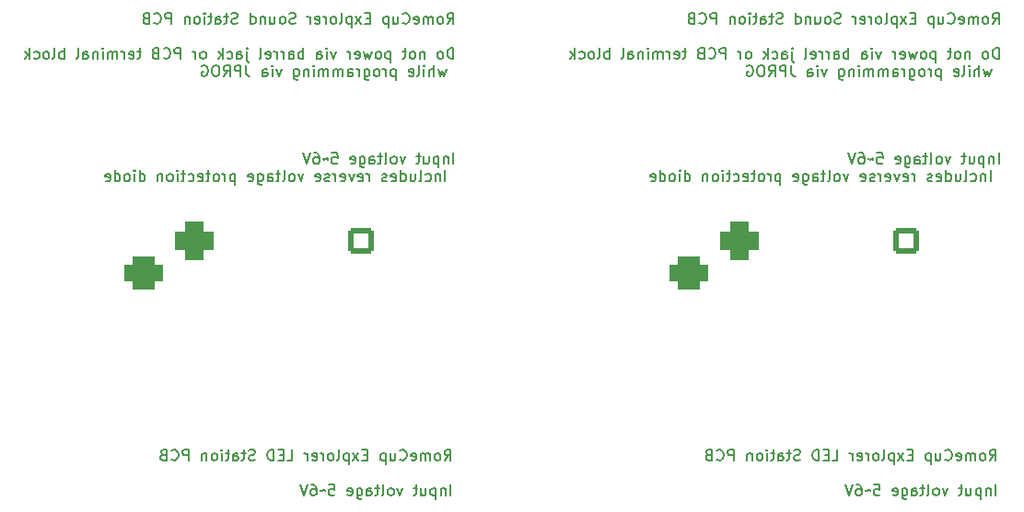
<source format=gbr>
%TF.GenerationSoftware,KiCad,Pcbnew,7.0.10*%
%TF.CreationDate,2024-03-03T12:06:43+01:00*%
%TF.ProjectId,explorer-panel,6578706c-6f72-4657-922d-70616e656c2e,rev?*%
%TF.SameCoordinates,Original*%
%TF.FileFunction,Legend,Bot*%
%TF.FilePolarity,Positive*%
%FSLAX46Y46*%
G04 Gerber Fmt 4.6, Leading zero omitted, Abs format (unit mm)*
G04 Created by KiCad (PCBNEW 7.0.10) date 2024-03-03 12:06:43*
%MOMM*%
%LPD*%
G01*
G04 APERTURE LIST*
G04 Aperture macros list*
%AMRoundRect*
0 Rectangle with rounded corners*
0 $1 Rounding radius*
0 $2 $3 $4 $5 $6 $7 $8 $9 X,Y pos of 4 corners*
0 Add a 4 corners polygon primitive as box body*
4,1,4,$2,$3,$4,$5,$6,$7,$8,$9,$2,$3,0*
0 Add four circle primitives for the rounded corners*
1,1,$1+$1,$2,$3*
1,1,$1+$1,$4,$5*
1,1,$1+$1,$6,$7*
1,1,$1+$1,$8,$9*
0 Add four rect primitives between the rounded corners*
20,1,$1+$1,$2,$3,$4,$5,0*
20,1,$1+$1,$4,$5,$6,$7,0*
20,1,$1+$1,$6,$7,$8,$9,0*
20,1,$1+$1,$8,$9,$2,$3,0*%
G04 Aperture macros list end*
%ADD10C,0.150000*%
%ADD11C,0.500000*%
%ADD12R,3.500000X3.500000*%
%ADD13RoundRect,0.750000X1.000000X-0.750000X1.000000X0.750000X-1.000000X0.750000X-1.000000X-0.750000X0*%
%ADD14RoundRect,0.875000X0.875000X-0.875000X0.875000X0.875000X-0.875000X0.875000X-0.875000X-0.875000X0*%
%ADD15C,3.200000*%
%ADD16RoundRect,0.250001X-0.949999X-0.949999X0.949999X-0.949999X0.949999X0.949999X-0.949999X0.949999X0*%
%ADD17C,2.400000*%
%ADD18R,1.800000X1.800000*%
%ADD19C,1.800000*%
%ADD20R,1.700000X1.700000*%
%ADD21O,1.700000X1.700000*%
%ADD22C,3.000000*%
%ADD23C,1.600000*%
%ADD24O,1.600000X1.600000*%
G04 APERTURE END LIST*
D10*
X42017792Y-7540819D02*
X42351125Y-7064628D01*
X42589220Y-7540819D02*
X42589220Y-6540819D01*
X42589220Y-6540819D02*
X42208268Y-6540819D01*
X42208268Y-6540819D02*
X42113030Y-6588438D01*
X42113030Y-6588438D02*
X42065411Y-6636057D01*
X42065411Y-6636057D02*
X42017792Y-6731295D01*
X42017792Y-6731295D02*
X42017792Y-6874152D01*
X42017792Y-6874152D02*
X42065411Y-6969390D01*
X42065411Y-6969390D02*
X42113030Y-7017009D01*
X42113030Y-7017009D02*
X42208268Y-7064628D01*
X42208268Y-7064628D02*
X42589220Y-7064628D01*
X41446363Y-7540819D02*
X41541601Y-7493200D01*
X41541601Y-7493200D02*
X41589220Y-7445580D01*
X41589220Y-7445580D02*
X41636839Y-7350342D01*
X41636839Y-7350342D02*
X41636839Y-7064628D01*
X41636839Y-7064628D02*
X41589220Y-6969390D01*
X41589220Y-6969390D02*
X41541601Y-6921771D01*
X41541601Y-6921771D02*
X41446363Y-6874152D01*
X41446363Y-6874152D02*
X41303506Y-6874152D01*
X41303506Y-6874152D02*
X41208268Y-6921771D01*
X41208268Y-6921771D02*
X41160649Y-6969390D01*
X41160649Y-6969390D02*
X41113030Y-7064628D01*
X41113030Y-7064628D02*
X41113030Y-7350342D01*
X41113030Y-7350342D02*
X41160649Y-7445580D01*
X41160649Y-7445580D02*
X41208268Y-7493200D01*
X41208268Y-7493200D02*
X41303506Y-7540819D01*
X41303506Y-7540819D02*
X41446363Y-7540819D01*
X40684458Y-7540819D02*
X40684458Y-6874152D01*
X40684458Y-6969390D02*
X40636839Y-6921771D01*
X40636839Y-6921771D02*
X40541601Y-6874152D01*
X40541601Y-6874152D02*
X40398744Y-6874152D01*
X40398744Y-6874152D02*
X40303506Y-6921771D01*
X40303506Y-6921771D02*
X40255887Y-7017009D01*
X40255887Y-7017009D02*
X40255887Y-7540819D01*
X40255887Y-7017009D02*
X40208268Y-6921771D01*
X40208268Y-6921771D02*
X40113030Y-6874152D01*
X40113030Y-6874152D02*
X39970173Y-6874152D01*
X39970173Y-6874152D02*
X39874934Y-6921771D01*
X39874934Y-6921771D02*
X39827315Y-7017009D01*
X39827315Y-7017009D02*
X39827315Y-7540819D01*
X38970173Y-7493200D02*
X39065411Y-7540819D01*
X39065411Y-7540819D02*
X39255887Y-7540819D01*
X39255887Y-7540819D02*
X39351125Y-7493200D01*
X39351125Y-7493200D02*
X39398744Y-7397961D01*
X39398744Y-7397961D02*
X39398744Y-7017009D01*
X39398744Y-7017009D02*
X39351125Y-6921771D01*
X39351125Y-6921771D02*
X39255887Y-6874152D01*
X39255887Y-6874152D02*
X39065411Y-6874152D01*
X39065411Y-6874152D02*
X38970173Y-6921771D01*
X38970173Y-6921771D02*
X38922554Y-7017009D01*
X38922554Y-7017009D02*
X38922554Y-7112247D01*
X38922554Y-7112247D02*
X39398744Y-7207485D01*
X37922554Y-7445580D02*
X37970173Y-7493200D01*
X37970173Y-7493200D02*
X38113030Y-7540819D01*
X38113030Y-7540819D02*
X38208268Y-7540819D01*
X38208268Y-7540819D02*
X38351125Y-7493200D01*
X38351125Y-7493200D02*
X38446363Y-7397961D01*
X38446363Y-7397961D02*
X38493982Y-7302723D01*
X38493982Y-7302723D02*
X38541601Y-7112247D01*
X38541601Y-7112247D02*
X38541601Y-6969390D01*
X38541601Y-6969390D02*
X38493982Y-6778914D01*
X38493982Y-6778914D02*
X38446363Y-6683676D01*
X38446363Y-6683676D02*
X38351125Y-6588438D01*
X38351125Y-6588438D02*
X38208268Y-6540819D01*
X38208268Y-6540819D02*
X38113030Y-6540819D01*
X38113030Y-6540819D02*
X37970173Y-6588438D01*
X37970173Y-6588438D02*
X37922554Y-6636057D01*
X37065411Y-6874152D02*
X37065411Y-7540819D01*
X37493982Y-6874152D02*
X37493982Y-7397961D01*
X37493982Y-7397961D02*
X37446363Y-7493200D01*
X37446363Y-7493200D02*
X37351125Y-7540819D01*
X37351125Y-7540819D02*
X37208268Y-7540819D01*
X37208268Y-7540819D02*
X37113030Y-7493200D01*
X37113030Y-7493200D02*
X37065411Y-7445580D01*
X36589220Y-6874152D02*
X36589220Y-7874152D01*
X36589220Y-6921771D02*
X36493982Y-6874152D01*
X36493982Y-6874152D02*
X36303506Y-6874152D01*
X36303506Y-6874152D02*
X36208268Y-6921771D01*
X36208268Y-6921771D02*
X36160649Y-6969390D01*
X36160649Y-6969390D02*
X36113030Y-7064628D01*
X36113030Y-7064628D02*
X36113030Y-7350342D01*
X36113030Y-7350342D02*
X36160649Y-7445580D01*
X36160649Y-7445580D02*
X36208268Y-7493200D01*
X36208268Y-7493200D02*
X36303506Y-7540819D01*
X36303506Y-7540819D02*
X36493982Y-7540819D01*
X36493982Y-7540819D02*
X36589220Y-7493200D01*
X34922553Y-7017009D02*
X34589220Y-7017009D01*
X34446363Y-7540819D02*
X34922553Y-7540819D01*
X34922553Y-7540819D02*
X34922553Y-6540819D01*
X34922553Y-6540819D02*
X34446363Y-6540819D01*
X34113029Y-7540819D02*
X33589220Y-6874152D01*
X34113029Y-6874152D02*
X33589220Y-7540819D01*
X33208267Y-6874152D02*
X33208267Y-7874152D01*
X33208267Y-6921771D02*
X33113029Y-6874152D01*
X33113029Y-6874152D02*
X32922553Y-6874152D01*
X32922553Y-6874152D02*
X32827315Y-6921771D01*
X32827315Y-6921771D02*
X32779696Y-6969390D01*
X32779696Y-6969390D02*
X32732077Y-7064628D01*
X32732077Y-7064628D02*
X32732077Y-7350342D01*
X32732077Y-7350342D02*
X32779696Y-7445580D01*
X32779696Y-7445580D02*
X32827315Y-7493200D01*
X32827315Y-7493200D02*
X32922553Y-7540819D01*
X32922553Y-7540819D02*
X33113029Y-7540819D01*
X33113029Y-7540819D02*
X33208267Y-7493200D01*
X32160648Y-7540819D02*
X32255886Y-7493200D01*
X32255886Y-7493200D02*
X32303505Y-7397961D01*
X32303505Y-7397961D02*
X32303505Y-6540819D01*
X31636838Y-7540819D02*
X31732076Y-7493200D01*
X31732076Y-7493200D02*
X31779695Y-7445580D01*
X31779695Y-7445580D02*
X31827314Y-7350342D01*
X31827314Y-7350342D02*
X31827314Y-7064628D01*
X31827314Y-7064628D02*
X31779695Y-6969390D01*
X31779695Y-6969390D02*
X31732076Y-6921771D01*
X31732076Y-6921771D02*
X31636838Y-6874152D01*
X31636838Y-6874152D02*
X31493981Y-6874152D01*
X31493981Y-6874152D02*
X31398743Y-6921771D01*
X31398743Y-6921771D02*
X31351124Y-6969390D01*
X31351124Y-6969390D02*
X31303505Y-7064628D01*
X31303505Y-7064628D02*
X31303505Y-7350342D01*
X31303505Y-7350342D02*
X31351124Y-7445580D01*
X31351124Y-7445580D02*
X31398743Y-7493200D01*
X31398743Y-7493200D02*
X31493981Y-7540819D01*
X31493981Y-7540819D02*
X31636838Y-7540819D01*
X30874933Y-7540819D02*
X30874933Y-6874152D01*
X30874933Y-7064628D02*
X30827314Y-6969390D01*
X30827314Y-6969390D02*
X30779695Y-6921771D01*
X30779695Y-6921771D02*
X30684457Y-6874152D01*
X30684457Y-6874152D02*
X30589219Y-6874152D01*
X29874933Y-7493200D02*
X29970171Y-7540819D01*
X29970171Y-7540819D02*
X30160647Y-7540819D01*
X30160647Y-7540819D02*
X30255885Y-7493200D01*
X30255885Y-7493200D02*
X30303504Y-7397961D01*
X30303504Y-7397961D02*
X30303504Y-7017009D01*
X30303504Y-7017009D02*
X30255885Y-6921771D01*
X30255885Y-6921771D02*
X30160647Y-6874152D01*
X30160647Y-6874152D02*
X29970171Y-6874152D01*
X29970171Y-6874152D02*
X29874933Y-6921771D01*
X29874933Y-6921771D02*
X29827314Y-7017009D01*
X29827314Y-7017009D02*
X29827314Y-7112247D01*
X29827314Y-7112247D02*
X30303504Y-7207485D01*
X29398742Y-7540819D02*
X29398742Y-6874152D01*
X29398742Y-7064628D02*
X29351123Y-6969390D01*
X29351123Y-6969390D02*
X29303504Y-6921771D01*
X29303504Y-6921771D02*
X29208266Y-6874152D01*
X29208266Y-6874152D02*
X29113028Y-6874152D01*
X28065408Y-7493200D02*
X27922551Y-7540819D01*
X27922551Y-7540819D02*
X27684456Y-7540819D01*
X27684456Y-7540819D02*
X27589218Y-7493200D01*
X27589218Y-7493200D02*
X27541599Y-7445580D01*
X27541599Y-7445580D02*
X27493980Y-7350342D01*
X27493980Y-7350342D02*
X27493980Y-7255104D01*
X27493980Y-7255104D02*
X27541599Y-7159866D01*
X27541599Y-7159866D02*
X27589218Y-7112247D01*
X27589218Y-7112247D02*
X27684456Y-7064628D01*
X27684456Y-7064628D02*
X27874932Y-7017009D01*
X27874932Y-7017009D02*
X27970170Y-6969390D01*
X27970170Y-6969390D02*
X28017789Y-6921771D01*
X28017789Y-6921771D02*
X28065408Y-6826533D01*
X28065408Y-6826533D02*
X28065408Y-6731295D01*
X28065408Y-6731295D02*
X28017789Y-6636057D01*
X28017789Y-6636057D02*
X27970170Y-6588438D01*
X27970170Y-6588438D02*
X27874932Y-6540819D01*
X27874932Y-6540819D02*
X27636837Y-6540819D01*
X27636837Y-6540819D02*
X27493980Y-6588438D01*
X26922551Y-7540819D02*
X27017789Y-7493200D01*
X27017789Y-7493200D02*
X27065408Y-7445580D01*
X27065408Y-7445580D02*
X27113027Y-7350342D01*
X27113027Y-7350342D02*
X27113027Y-7064628D01*
X27113027Y-7064628D02*
X27065408Y-6969390D01*
X27065408Y-6969390D02*
X27017789Y-6921771D01*
X27017789Y-6921771D02*
X26922551Y-6874152D01*
X26922551Y-6874152D02*
X26779694Y-6874152D01*
X26779694Y-6874152D02*
X26684456Y-6921771D01*
X26684456Y-6921771D02*
X26636837Y-6969390D01*
X26636837Y-6969390D02*
X26589218Y-7064628D01*
X26589218Y-7064628D02*
X26589218Y-7350342D01*
X26589218Y-7350342D02*
X26636837Y-7445580D01*
X26636837Y-7445580D02*
X26684456Y-7493200D01*
X26684456Y-7493200D02*
X26779694Y-7540819D01*
X26779694Y-7540819D02*
X26922551Y-7540819D01*
X25732075Y-6874152D02*
X25732075Y-7540819D01*
X26160646Y-6874152D02*
X26160646Y-7397961D01*
X26160646Y-7397961D02*
X26113027Y-7493200D01*
X26113027Y-7493200D02*
X26017789Y-7540819D01*
X26017789Y-7540819D02*
X25874932Y-7540819D01*
X25874932Y-7540819D02*
X25779694Y-7493200D01*
X25779694Y-7493200D02*
X25732075Y-7445580D01*
X25255884Y-6874152D02*
X25255884Y-7540819D01*
X25255884Y-6969390D02*
X25208265Y-6921771D01*
X25208265Y-6921771D02*
X25113027Y-6874152D01*
X25113027Y-6874152D02*
X24970170Y-6874152D01*
X24970170Y-6874152D02*
X24874932Y-6921771D01*
X24874932Y-6921771D02*
X24827313Y-7017009D01*
X24827313Y-7017009D02*
X24827313Y-7540819D01*
X23922551Y-7540819D02*
X23922551Y-6540819D01*
X23922551Y-7493200D02*
X24017789Y-7540819D01*
X24017789Y-7540819D02*
X24208265Y-7540819D01*
X24208265Y-7540819D02*
X24303503Y-7493200D01*
X24303503Y-7493200D02*
X24351122Y-7445580D01*
X24351122Y-7445580D02*
X24398741Y-7350342D01*
X24398741Y-7350342D02*
X24398741Y-7064628D01*
X24398741Y-7064628D02*
X24351122Y-6969390D01*
X24351122Y-6969390D02*
X24303503Y-6921771D01*
X24303503Y-6921771D02*
X24208265Y-6874152D01*
X24208265Y-6874152D02*
X24017789Y-6874152D01*
X24017789Y-6874152D02*
X23922551Y-6921771D01*
X22732074Y-7493200D02*
X22589217Y-7540819D01*
X22589217Y-7540819D02*
X22351122Y-7540819D01*
X22351122Y-7540819D02*
X22255884Y-7493200D01*
X22255884Y-7493200D02*
X22208265Y-7445580D01*
X22208265Y-7445580D02*
X22160646Y-7350342D01*
X22160646Y-7350342D02*
X22160646Y-7255104D01*
X22160646Y-7255104D02*
X22208265Y-7159866D01*
X22208265Y-7159866D02*
X22255884Y-7112247D01*
X22255884Y-7112247D02*
X22351122Y-7064628D01*
X22351122Y-7064628D02*
X22541598Y-7017009D01*
X22541598Y-7017009D02*
X22636836Y-6969390D01*
X22636836Y-6969390D02*
X22684455Y-6921771D01*
X22684455Y-6921771D02*
X22732074Y-6826533D01*
X22732074Y-6826533D02*
X22732074Y-6731295D01*
X22732074Y-6731295D02*
X22684455Y-6636057D01*
X22684455Y-6636057D02*
X22636836Y-6588438D01*
X22636836Y-6588438D02*
X22541598Y-6540819D01*
X22541598Y-6540819D02*
X22303503Y-6540819D01*
X22303503Y-6540819D02*
X22160646Y-6588438D01*
X21874931Y-6874152D02*
X21493979Y-6874152D01*
X21732074Y-6540819D02*
X21732074Y-7397961D01*
X21732074Y-7397961D02*
X21684455Y-7493200D01*
X21684455Y-7493200D02*
X21589217Y-7540819D01*
X21589217Y-7540819D02*
X21493979Y-7540819D01*
X20732074Y-7540819D02*
X20732074Y-7017009D01*
X20732074Y-7017009D02*
X20779693Y-6921771D01*
X20779693Y-6921771D02*
X20874931Y-6874152D01*
X20874931Y-6874152D02*
X21065407Y-6874152D01*
X21065407Y-6874152D02*
X21160645Y-6921771D01*
X20732074Y-7493200D02*
X20827312Y-7540819D01*
X20827312Y-7540819D02*
X21065407Y-7540819D01*
X21065407Y-7540819D02*
X21160645Y-7493200D01*
X21160645Y-7493200D02*
X21208264Y-7397961D01*
X21208264Y-7397961D02*
X21208264Y-7302723D01*
X21208264Y-7302723D02*
X21160645Y-7207485D01*
X21160645Y-7207485D02*
X21065407Y-7159866D01*
X21065407Y-7159866D02*
X20827312Y-7159866D01*
X20827312Y-7159866D02*
X20732074Y-7112247D01*
X20398740Y-6874152D02*
X20017788Y-6874152D01*
X20255883Y-6540819D02*
X20255883Y-7397961D01*
X20255883Y-7397961D02*
X20208264Y-7493200D01*
X20208264Y-7493200D02*
X20113026Y-7540819D01*
X20113026Y-7540819D02*
X20017788Y-7540819D01*
X19684454Y-7540819D02*
X19684454Y-6874152D01*
X19684454Y-6540819D02*
X19732073Y-6588438D01*
X19732073Y-6588438D02*
X19684454Y-6636057D01*
X19684454Y-6636057D02*
X19636835Y-6588438D01*
X19636835Y-6588438D02*
X19684454Y-6540819D01*
X19684454Y-6540819D02*
X19684454Y-6636057D01*
X19065407Y-7540819D02*
X19160645Y-7493200D01*
X19160645Y-7493200D02*
X19208264Y-7445580D01*
X19208264Y-7445580D02*
X19255883Y-7350342D01*
X19255883Y-7350342D02*
X19255883Y-7064628D01*
X19255883Y-7064628D02*
X19208264Y-6969390D01*
X19208264Y-6969390D02*
X19160645Y-6921771D01*
X19160645Y-6921771D02*
X19065407Y-6874152D01*
X19065407Y-6874152D02*
X18922550Y-6874152D01*
X18922550Y-6874152D02*
X18827312Y-6921771D01*
X18827312Y-6921771D02*
X18779693Y-6969390D01*
X18779693Y-6969390D02*
X18732074Y-7064628D01*
X18732074Y-7064628D02*
X18732074Y-7350342D01*
X18732074Y-7350342D02*
X18779693Y-7445580D01*
X18779693Y-7445580D02*
X18827312Y-7493200D01*
X18827312Y-7493200D02*
X18922550Y-7540819D01*
X18922550Y-7540819D02*
X19065407Y-7540819D01*
X18303502Y-6874152D02*
X18303502Y-7540819D01*
X18303502Y-6969390D02*
X18255883Y-6921771D01*
X18255883Y-6921771D02*
X18160645Y-6874152D01*
X18160645Y-6874152D02*
X18017788Y-6874152D01*
X18017788Y-6874152D02*
X17922550Y-6921771D01*
X17922550Y-6921771D02*
X17874931Y-7017009D01*
X17874931Y-7017009D02*
X17874931Y-7540819D01*
X16636835Y-7540819D02*
X16636835Y-6540819D01*
X16636835Y-6540819D02*
X16255883Y-6540819D01*
X16255883Y-6540819D02*
X16160645Y-6588438D01*
X16160645Y-6588438D02*
X16113026Y-6636057D01*
X16113026Y-6636057D02*
X16065407Y-6731295D01*
X16065407Y-6731295D02*
X16065407Y-6874152D01*
X16065407Y-6874152D02*
X16113026Y-6969390D01*
X16113026Y-6969390D02*
X16160645Y-7017009D01*
X16160645Y-7017009D02*
X16255883Y-7064628D01*
X16255883Y-7064628D02*
X16636835Y-7064628D01*
X15065407Y-7445580D02*
X15113026Y-7493200D01*
X15113026Y-7493200D02*
X15255883Y-7540819D01*
X15255883Y-7540819D02*
X15351121Y-7540819D01*
X15351121Y-7540819D02*
X15493978Y-7493200D01*
X15493978Y-7493200D02*
X15589216Y-7397961D01*
X15589216Y-7397961D02*
X15636835Y-7302723D01*
X15636835Y-7302723D02*
X15684454Y-7112247D01*
X15684454Y-7112247D02*
X15684454Y-6969390D01*
X15684454Y-6969390D02*
X15636835Y-6778914D01*
X15636835Y-6778914D02*
X15589216Y-6683676D01*
X15589216Y-6683676D02*
X15493978Y-6588438D01*
X15493978Y-6588438D02*
X15351121Y-6540819D01*
X15351121Y-6540819D02*
X15255883Y-6540819D01*
X15255883Y-6540819D02*
X15113026Y-6588438D01*
X15113026Y-6588438D02*
X15065407Y-6636057D01*
X14303502Y-7017009D02*
X14160645Y-7064628D01*
X14160645Y-7064628D02*
X14113026Y-7112247D01*
X14113026Y-7112247D02*
X14065407Y-7207485D01*
X14065407Y-7207485D02*
X14065407Y-7350342D01*
X14065407Y-7350342D02*
X14113026Y-7445580D01*
X14113026Y-7445580D02*
X14160645Y-7493200D01*
X14160645Y-7493200D02*
X14255883Y-7540819D01*
X14255883Y-7540819D02*
X14636835Y-7540819D01*
X14636835Y-7540819D02*
X14636835Y-6540819D01*
X14636835Y-6540819D02*
X14303502Y-6540819D01*
X14303502Y-6540819D02*
X14208264Y-6588438D01*
X14208264Y-6588438D02*
X14160645Y-6636057D01*
X14160645Y-6636057D02*
X14113026Y-6731295D01*
X14113026Y-6731295D02*
X14113026Y-6826533D01*
X14113026Y-6826533D02*
X14160645Y-6921771D01*
X14160645Y-6921771D02*
X14208264Y-6969390D01*
X14208264Y-6969390D02*
X14303502Y-7017009D01*
X14303502Y-7017009D02*
X14636835Y-7017009D01*
X42589220Y-10760819D02*
X42589220Y-9760819D01*
X42589220Y-9760819D02*
X42351125Y-9760819D01*
X42351125Y-9760819D02*
X42208268Y-9808438D01*
X42208268Y-9808438D02*
X42113030Y-9903676D01*
X42113030Y-9903676D02*
X42065411Y-9998914D01*
X42065411Y-9998914D02*
X42017792Y-10189390D01*
X42017792Y-10189390D02*
X42017792Y-10332247D01*
X42017792Y-10332247D02*
X42065411Y-10522723D01*
X42065411Y-10522723D02*
X42113030Y-10617961D01*
X42113030Y-10617961D02*
X42208268Y-10713200D01*
X42208268Y-10713200D02*
X42351125Y-10760819D01*
X42351125Y-10760819D02*
X42589220Y-10760819D01*
X41446363Y-10760819D02*
X41541601Y-10713200D01*
X41541601Y-10713200D02*
X41589220Y-10665580D01*
X41589220Y-10665580D02*
X41636839Y-10570342D01*
X41636839Y-10570342D02*
X41636839Y-10284628D01*
X41636839Y-10284628D02*
X41589220Y-10189390D01*
X41589220Y-10189390D02*
X41541601Y-10141771D01*
X41541601Y-10141771D02*
X41446363Y-10094152D01*
X41446363Y-10094152D02*
X41303506Y-10094152D01*
X41303506Y-10094152D02*
X41208268Y-10141771D01*
X41208268Y-10141771D02*
X41160649Y-10189390D01*
X41160649Y-10189390D02*
X41113030Y-10284628D01*
X41113030Y-10284628D02*
X41113030Y-10570342D01*
X41113030Y-10570342D02*
X41160649Y-10665580D01*
X41160649Y-10665580D02*
X41208268Y-10713200D01*
X41208268Y-10713200D02*
X41303506Y-10760819D01*
X41303506Y-10760819D02*
X41446363Y-10760819D01*
X39922553Y-10094152D02*
X39922553Y-10760819D01*
X39922553Y-10189390D02*
X39874934Y-10141771D01*
X39874934Y-10141771D02*
X39779696Y-10094152D01*
X39779696Y-10094152D02*
X39636839Y-10094152D01*
X39636839Y-10094152D02*
X39541601Y-10141771D01*
X39541601Y-10141771D02*
X39493982Y-10237009D01*
X39493982Y-10237009D02*
X39493982Y-10760819D01*
X38874934Y-10760819D02*
X38970172Y-10713200D01*
X38970172Y-10713200D02*
X39017791Y-10665580D01*
X39017791Y-10665580D02*
X39065410Y-10570342D01*
X39065410Y-10570342D02*
X39065410Y-10284628D01*
X39065410Y-10284628D02*
X39017791Y-10189390D01*
X39017791Y-10189390D02*
X38970172Y-10141771D01*
X38970172Y-10141771D02*
X38874934Y-10094152D01*
X38874934Y-10094152D02*
X38732077Y-10094152D01*
X38732077Y-10094152D02*
X38636839Y-10141771D01*
X38636839Y-10141771D02*
X38589220Y-10189390D01*
X38589220Y-10189390D02*
X38541601Y-10284628D01*
X38541601Y-10284628D02*
X38541601Y-10570342D01*
X38541601Y-10570342D02*
X38589220Y-10665580D01*
X38589220Y-10665580D02*
X38636839Y-10713200D01*
X38636839Y-10713200D02*
X38732077Y-10760819D01*
X38732077Y-10760819D02*
X38874934Y-10760819D01*
X38255886Y-10094152D02*
X37874934Y-10094152D01*
X38113029Y-9760819D02*
X38113029Y-10617961D01*
X38113029Y-10617961D02*
X38065410Y-10713200D01*
X38065410Y-10713200D02*
X37970172Y-10760819D01*
X37970172Y-10760819D02*
X37874934Y-10760819D01*
X36779695Y-10094152D02*
X36779695Y-11094152D01*
X36779695Y-10141771D02*
X36684457Y-10094152D01*
X36684457Y-10094152D02*
X36493981Y-10094152D01*
X36493981Y-10094152D02*
X36398743Y-10141771D01*
X36398743Y-10141771D02*
X36351124Y-10189390D01*
X36351124Y-10189390D02*
X36303505Y-10284628D01*
X36303505Y-10284628D02*
X36303505Y-10570342D01*
X36303505Y-10570342D02*
X36351124Y-10665580D01*
X36351124Y-10665580D02*
X36398743Y-10713200D01*
X36398743Y-10713200D02*
X36493981Y-10760819D01*
X36493981Y-10760819D02*
X36684457Y-10760819D01*
X36684457Y-10760819D02*
X36779695Y-10713200D01*
X35732076Y-10760819D02*
X35827314Y-10713200D01*
X35827314Y-10713200D02*
X35874933Y-10665580D01*
X35874933Y-10665580D02*
X35922552Y-10570342D01*
X35922552Y-10570342D02*
X35922552Y-10284628D01*
X35922552Y-10284628D02*
X35874933Y-10189390D01*
X35874933Y-10189390D02*
X35827314Y-10141771D01*
X35827314Y-10141771D02*
X35732076Y-10094152D01*
X35732076Y-10094152D02*
X35589219Y-10094152D01*
X35589219Y-10094152D02*
X35493981Y-10141771D01*
X35493981Y-10141771D02*
X35446362Y-10189390D01*
X35446362Y-10189390D02*
X35398743Y-10284628D01*
X35398743Y-10284628D02*
X35398743Y-10570342D01*
X35398743Y-10570342D02*
X35446362Y-10665580D01*
X35446362Y-10665580D02*
X35493981Y-10713200D01*
X35493981Y-10713200D02*
X35589219Y-10760819D01*
X35589219Y-10760819D02*
X35732076Y-10760819D01*
X35065409Y-10094152D02*
X34874933Y-10760819D01*
X34874933Y-10760819D02*
X34684457Y-10284628D01*
X34684457Y-10284628D02*
X34493981Y-10760819D01*
X34493981Y-10760819D02*
X34303505Y-10094152D01*
X33541600Y-10713200D02*
X33636838Y-10760819D01*
X33636838Y-10760819D02*
X33827314Y-10760819D01*
X33827314Y-10760819D02*
X33922552Y-10713200D01*
X33922552Y-10713200D02*
X33970171Y-10617961D01*
X33970171Y-10617961D02*
X33970171Y-10237009D01*
X33970171Y-10237009D02*
X33922552Y-10141771D01*
X33922552Y-10141771D02*
X33827314Y-10094152D01*
X33827314Y-10094152D02*
X33636838Y-10094152D01*
X33636838Y-10094152D02*
X33541600Y-10141771D01*
X33541600Y-10141771D02*
X33493981Y-10237009D01*
X33493981Y-10237009D02*
X33493981Y-10332247D01*
X33493981Y-10332247D02*
X33970171Y-10427485D01*
X33065409Y-10760819D02*
X33065409Y-10094152D01*
X33065409Y-10284628D02*
X33017790Y-10189390D01*
X33017790Y-10189390D02*
X32970171Y-10141771D01*
X32970171Y-10141771D02*
X32874933Y-10094152D01*
X32874933Y-10094152D02*
X32779695Y-10094152D01*
X31779694Y-10094152D02*
X31541599Y-10760819D01*
X31541599Y-10760819D02*
X31303504Y-10094152D01*
X30922551Y-10760819D02*
X30922551Y-10094152D01*
X30922551Y-9760819D02*
X30970170Y-9808438D01*
X30970170Y-9808438D02*
X30922551Y-9856057D01*
X30922551Y-9856057D02*
X30874932Y-9808438D01*
X30874932Y-9808438D02*
X30922551Y-9760819D01*
X30922551Y-9760819D02*
X30922551Y-9856057D01*
X30017790Y-10760819D02*
X30017790Y-10237009D01*
X30017790Y-10237009D02*
X30065409Y-10141771D01*
X30065409Y-10141771D02*
X30160647Y-10094152D01*
X30160647Y-10094152D02*
X30351123Y-10094152D01*
X30351123Y-10094152D02*
X30446361Y-10141771D01*
X30017790Y-10713200D02*
X30113028Y-10760819D01*
X30113028Y-10760819D02*
X30351123Y-10760819D01*
X30351123Y-10760819D02*
X30446361Y-10713200D01*
X30446361Y-10713200D02*
X30493980Y-10617961D01*
X30493980Y-10617961D02*
X30493980Y-10522723D01*
X30493980Y-10522723D02*
X30446361Y-10427485D01*
X30446361Y-10427485D02*
X30351123Y-10379866D01*
X30351123Y-10379866D02*
X30113028Y-10379866D01*
X30113028Y-10379866D02*
X30017790Y-10332247D01*
X28779694Y-10760819D02*
X28779694Y-9760819D01*
X28779694Y-10141771D02*
X28684456Y-10094152D01*
X28684456Y-10094152D02*
X28493980Y-10094152D01*
X28493980Y-10094152D02*
X28398742Y-10141771D01*
X28398742Y-10141771D02*
X28351123Y-10189390D01*
X28351123Y-10189390D02*
X28303504Y-10284628D01*
X28303504Y-10284628D02*
X28303504Y-10570342D01*
X28303504Y-10570342D02*
X28351123Y-10665580D01*
X28351123Y-10665580D02*
X28398742Y-10713200D01*
X28398742Y-10713200D02*
X28493980Y-10760819D01*
X28493980Y-10760819D02*
X28684456Y-10760819D01*
X28684456Y-10760819D02*
X28779694Y-10713200D01*
X27446361Y-10760819D02*
X27446361Y-10237009D01*
X27446361Y-10237009D02*
X27493980Y-10141771D01*
X27493980Y-10141771D02*
X27589218Y-10094152D01*
X27589218Y-10094152D02*
X27779694Y-10094152D01*
X27779694Y-10094152D02*
X27874932Y-10141771D01*
X27446361Y-10713200D02*
X27541599Y-10760819D01*
X27541599Y-10760819D02*
X27779694Y-10760819D01*
X27779694Y-10760819D02*
X27874932Y-10713200D01*
X27874932Y-10713200D02*
X27922551Y-10617961D01*
X27922551Y-10617961D02*
X27922551Y-10522723D01*
X27922551Y-10522723D02*
X27874932Y-10427485D01*
X27874932Y-10427485D02*
X27779694Y-10379866D01*
X27779694Y-10379866D02*
X27541599Y-10379866D01*
X27541599Y-10379866D02*
X27446361Y-10332247D01*
X26970170Y-10760819D02*
X26970170Y-10094152D01*
X26970170Y-10284628D02*
X26922551Y-10189390D01*
X26922551Y-10189390D02*
X26874932Y-10141771D01*
X26874932Y-10141771D02*
X26779694Y-10094152D01*
X26779694Y-10094152D02*
X26684456Y-10094152D01*
X26351122Y-10760819D02*
X26351122Y-10094152D01*
X26351122Y-10284628D02*
X26303503Y-10189390D01*
X26303503Y-10189390D02*
X26255884Y-10141771D01*
X26255884Y-10141771D02*
X26160646Y-10094152D01*
X26160646Y-10094152D02*
X26065408Y-10094152D01*
X25351122Y-10713200D02*
X25446360Y-10760819D01*
X25446360Y-10760819D02*
X25636836Y-10760819D01*
X25636836Y-10760819D02*
X25732074Y-10713200D01*
X25732074Y-10713200D02*
X25779693Y-10617961D01*
X25779693Y-10617961D02*
X25779693Y-10237009D01*
X25779693Y-10237009D02*
X25732074Y-10141771D01*
X25732074Y-10141771D02*
X25636836Y-10094152D01*
X25636836Y-10094152D02*
X25446360Y-10094152D01*
X25446360Y-10094152D02*
X25351122Y-10141771D01*
X25351122Y-10141771D02*
X25303503Y-10237009D01*
X25303503Y-10237009D02*
X25303503Y-10332247D01*
X25303503Y-10332247D02*
X25779693Y-10427485D01*
X24732074Y-10760819D02*
X24827312Y-10713200D01*
X24827312Y-10713200D02*
X24874931Y-10617961D01*
X24874931Y-10617961D02*
X24874931Y-9760819D01*
X23589216Y-10094152D02*
X23589216Y-10951295D01*
X23589216Y-10951295D02*
X23636835Y-11046533D01*
X23636835Y-11046533D02*
X23732073Y-11094152D01*
X23732073Y-11094152D02*
X23779692Y-11094152D01*
X23589216Y-9760819D02*
X23636835Y-9808438D01*
X23636835Y-9808438D02*
X23589216Y-9856057D01*
X23589216Y-9856057D02*
X23541597Y-9808438D01*
X23541597Y-9808438D02*
X23589216Y-9760819D01*
X23589216Y-9760819D02*
X23589216Y-9856057D01*
X22684455Y-10760819D02*
X22684455Y-10237009D01*
X22684455Y-10237009D02*
X22732074Y-10141771D01*
X22732074Y-10141771D02*
X22827312Y-10094152D01*
X22827312Y-10094152D02*
X23017788Y-10094152D01*
X23017788Y-10094152D02*
X23113026Y-10141771D01*
X22684455Y-10713200D02*
X22779693Y-10760819D01*
X22779693Y-10760819D02*
X23017788Y-10760819D01*
X23017788Y-10760819D02*
X23113026Y-10713200D01*
X23113026Y-10713200D02*
X23160645Y-10617961D01*
X23160645Y-10617961D02*
X23160645Y-10522723D01*
X23160645Y-10522723D02*
X23113026Y-10427485D01*
X23113026Y-10427485D02*
X23017788Y-10379866D01*
X23017788Y-10379866D02*
X22779693Y-10379866D01*
X22779693Y-10379866D02*
X22684455Y-10332247D01*
X21779693Y-10713200D02*
X21874931Y-10760819D01*
X21874931Y-10760819D02*
X22065407Y-10760819D01*
X22065407Y-10760819D02*
X22160645Y-10713200D01*
X22160645Y-10713200D02*
X22208264Y-10665580D01*
X22208264Y-10665580D02*
X22255883Y-10570342D01*
X22255883Y-10570342D02*
X22255883Y-10284628D01*
X22255883Y-10284628D02*
X22208264Y-10189390D01*
X22208264Y-10189390D02*
X22160645Y-10141771D01*
X22160645Y-10141771D02*
X22065407Y-10094152D01*
X22065407Y-10094152D02*
X21874931Y-10094152D01*
X21874931Y-10094152D02*
X21779693Y-10141771D01*
X21351121Y-10760819D02*
X21351121Y-9760819D01*
X21255883Y-10379866D02*
X20970169Y-10760819D01*
X20970169Y-10094152D02*
X21351121Y-10475104D01*
X19636835Y-10760819D02*
X19732073Y-10713200D01*
X19732073Y-10713200D02*
X19779692Y-10665580D01*
X19779692Y-10665580D02*
X19827311Y-10570342D01*
X19827311Y-10570342D02*
X19827311Y-10284628D01*
X19827311Y-10284628D02*
X19779692Y-10189390D01*
X19779692Y-10189390D02*
X19732073Y-10141771D01*
X19732073Y-10141771D02*
X19636835Y-10094152D01*
X19636835Y-10094152D02*
X19493978Y-10094152D01*
X19493978Y-10094152D02*
X19398740Y-10141771D01*
X19398740Y-10141771D02*
X19351121Y-10189390D01*
X19351121Y-10189390D02*
X19303502Y-10284628D01*
X19303502Y-10284628D02*
X19303502Y-10570342D01*
X19303502Y-10570342D02*
X19351121Y-10665580D01*
X19351121Y-10665580D02*
X19398740Y-10713200D01*
X19398740Y-10713200D02*
X19493978Y-10760819D01*
X19493978Y-10760819D02*
X19636835Y-10760819D01*
X18874930Y-10760819D02*
X18874930Y-10094152D01*
X18874930Y-10284628D02*
X18827311Y-10189390D01*
X18827311Y-10189390D02*
X18779692Y-10141771D01*
X18779692Y-10141771D02*
X18684454Y-10094152D01*
X18684454Y-10094152D02*
X18589216Y-10094152D01*
X17493977Y-10760819D02*
X17493977Y-9760819D01*
X17493977Y-9760819D02*
X17113025Y-9760819D01*
X17113025Y-9760819D02*
X17017787Y-9808438D01*
X17017787Y-9808438D02*
X16970168Y-9856057D01*
X16970168Y-9856057D02*
X16922549Y-9951295D01*
X16922549Y-9951295D02*
X16922549Y-10094152D01*
X16922549Y-10094152D02*
X16970168Y-10189390D01*
X16970168Y-10189390D02*
X17017787Y-10237009D01*
X17017787Y-10237009D02*
X17113025Y-10284628D01*
X17113025Y-10284628D02*
X17493977Y-10284628D01*
X15922549Y-10665580D02*
X15970168Y-10713200D01*
X15970168Y-10713200D02*
X16113025Y-10760819D01*
X16113025Y-10760819D02*
X16208263Y-10760819D01*
X16208263Y-10760819D02*
X16351120Y-10713200D01*
X16351120Y-10713200D02*
X16446358Y-10617961D01*
X16446358Y-10617961D02*
X16493977Y-10522723D01*
X16493977Y-10522723D02*
X16541596Y-10332247D01*
X16541596Y-10332247D02*
X16541596Y-10189390D01*
X16541596Y-10189390D02*
X16493977Y-9998914D01*
X16493977Y-9998914D02*
X16446358Y-9903676D01*
X16446358Y-9903676D02*
X16351120Y-9808438D01*
X16351120Y-9808438D02*
X16208263Y-9760819D01*
X16208263Y-9760819D02*
X16113025Y-9760819D01*
X16113025Y-9760819D02*
X15970168Y-9808438D01*
X15970168Y-9808438D02*
X15922549Y-9856057D01*
X15160644Y-10237009D02*
X15017787Y-10284628D01*
X15017787Y-10284628D02*
X14970168Y-10332247D01*
X14970168Y-10332247D02*
X14922549Y-10427485D01*
X14922549Y-10427485D02*
X14922549Y-10570342D01*
X14922549Y-10570342D02*
X14970168Y-10665580D01*
X14970168Y-10665580D02*
X15017787Y-10713200D01*
X15017787Y-10713200D02*
X15113025Y-10760819D01*
X15113025Y-10760819D02*
X15493977Y-10760819D01*
X15493977Y-10760819D02*
X15493977Y-9760819D01*
X15493977Y-9760819D02*
X15160644Y-9760819D01*
X15160644Y-9760819D02*
X15065406Y-9808438D01*
X15065406Y-9808438D02*
X15017787Y-9856057D01*
X15017787Y-9856057D02*
X14970168Y-9951295D01*
X14970168Y-9951295D02*
X14970168Y-10046533D01*
X14970168Y-10046533D02*
X15017787Y-10141771D01*
X15017787Y-10141771D02*
X15065406Y-10189390D01*
X15065406Y-10189390D02*
X15160644Y-10237009D01*
X15160644Y-10237009D02*
X15493977Y-10237009D01*
X13874929Y-10094152D02*
X13493977Y-10094152D01*
X13732072Y-9760819D02*
X13732072Y-10617961D01*
X13732072Y-10617961D02*
X13684453Y-10713200D01*
X13684453Y-10713200D02*
X13589215Y-10760819D01*
X13589215Y-10760819D02*
X13493977Y-10760819D01*
X12779691Y-10713200D02*
X12874929Y-10760819D01*
X12874929Y-10760819D02*
X13065405Y-10760819D01*
X13065405Y-10760819D02*
X13160643Y-10713200D01*
X13160643Y-10713200D02*
X13208262Y-10617961D01*
X13208262Y-10617961D02*
X13208262Y-10237009D01*
X13208262Y-10237009D02*
X13160643Y-10141771D01*
X13160643Y-10141771D02*
X13065405Y-10094152D01*
X13065405Y-10094152D02*
X12874929Y-10094152D01*
X12874929Y-10094152D02*
X12779691Y-10141771D01*
X12779691Y-10141771D02*
X12732072Y-10237009D01*
X12732072Y-10237009D02*
X12732072Y-10332247D01*
X12732072Y-10332247D02*
X13208262Y-10427485D01*
X12303500Y-10760819D02*
X12303500Y-10094152D01*
X12303500Y-10284628D02*
X12255881Y-10189390D01*
X12255881Y-10189390D02*
X12208262Y-10141771D01*
X12208262Y-10141771D02*
X12113024Y-10094152D01*
X12113024Y-10094152D02*
X12017786Y-10094152D01*
X11684452Y-10760819D02*
X11684452Y-10094152D01*
X11684452Y-10189390D02*
X11636833Y-10141771D01*
X11636833Y-10141771D02*
X11541595Y-10094152D01*
X11541595Y-10094152D02*
X11398738Y-10094152D01*
X11398738Y-10094152D02*
X11303500Y-10141771D01*
X11303500Y-10141771D02*
X11255881Y-10237009D01*
X11255881Y-10237009D02*
X11255881Y-10760819D01*
X11255881Y-10237009D02*
X11208262Y-10141771D01*
X11208262Y-10141771D02*
X11113024Y-10094152D01*
X11113024Y-10094152D02*
X10970167Y-10094152D01*
X10970167Y-10094152D02*
X10874928Y-10141771D01*
X10874928Y-10141771D02*
X10827309Y-10237009D01*
X10827309Y-10237009D02*
X10827309Y-10760819D01*
X10351119Y-10760819D02*
X10351119Y-10094152D01*
X10351119Y-9760819D02*
X10398738Y-9808438D01*
X10398738Y-9808438D02*
X10351119Y-9856057D01*
X10351119Y-9856057D02*
X10303500Y-9808438D01*
X10303500Y-9808438D02*
X10351119Y-9760819D01*
X10351119Y-9760819D02*
X10351119Y-9856057D01*
X9874929Y-10094152D02*
X9874929Y-10760819D01*
X9874929Y-10189390D02*
X9827310Y-10141771D01*
X9827310Y-10141771D02*
X9732072Y-10094152D01*
X9732072Y-10094152D02*
X9589215Y-10094152D01*
X9589215Y-10094152D02*
X9493977Y-10141771D01*
X9493977Y-10141771D02*
X9446358Y-10237009D01*
X9446358Y-10237009D02*
X9446358Y-10760819D01*
X8541596Y-10760819D02*
X8541596Y-10237009D01*
X8541596Y-10237009D02*
X8589215Y-10141771D01*
X8589215Y-10141771D02*
X8684453Y-10094152D01*
X8684453Y-10094152D02*
X8874929Y-10094152D01*
X8874929Y-10094152D02*
X8970167Y-10141771D01*
X8541596Y-10713200D02*
X8636834Y-10760819D01*
X8636834Y-10760819D02*
X8874929Y-10760819D01*
X8874929Y-10760819D02*
X8970167Y-10713200D01*
X8970167Y-10713200D02*
X9017786Y-10617961D01*
X9017786Y-10617961D02*
X9017786Y-10522723D01*
X9017786Y-10522723D02*
X8970167Y-10427485D01*
X8970167Y-10427485D02*
X8874929Y-10379866D01*
X8874929Y-10379866D02*
X8636834Y-10379866D01*
X8636834Y-10379866D02*
X8541596Y-10332247D01*
X7922548Y-10760819D02*
X8017786Y-10713200D01*
X8017786Y-10713200D02*
X8065405Y-10617961D01*
X8065405Y-10617961D02*
X8065405Y-9760819D01*
X6779690Y-10760819D02*
X6779690Y-9760819D01*
X6779690Y-10141771D02*
X6684452Y-10094152D01*
X6684452Y-10094152D02*
X6493976Y-10094152D01*
X6493976Y-10094152D02*
X6398738Y-10141771D01*
X6398738Y-10141771D02*
X6351119Y-10189390D01*
X6351119Y-10189390D02*
X6303500Y-10284628D01*
X6303500Y-10284628D02*
X6303500Y-10570342D01*
X6303500Y-10570342D02*
X6351119Y-10665580D01*
X6351119Y-10665580D02*
X6398738Y-10713200D01*
X6398738Y-10713200D02*
X6493976Y-10760819D01*
X6493976Y-10760819D02*
X6684452Y-10760819D01*
X6684452Y-10760819D02*
X6779690Y-10713200D01*
X5732071Y-10760819D02*
X5827309Y-10713200D01*
X5827309Y-10713200D02*
X5874928Y-10617961D01*
X5874928Y-10617961D02*
X5874928Y-9760819D01*
X5208261Y-10760819D02*
X5303499Y-10713200D01*
X5303499Y-10713200D02*
X5351118Y-10665580D01*
X5351118Y-10665580D02*
X5398737Y-10570342D01*
X5398737Y-10570342D02*
X5398737Y-10284628D01*
X5398737Y-10284628D02*
X5351118Y-10189390D01*
X5351118Y-10189390D02*
X5303499Y-10141771D01*
X5303499Y-10141771D02*
X5208261Y-10094152D01*
X5208261Y-10094152D02*
X5065404Y-10094152D01*
X5065404Y-10094152D02*
X4970166Y-10141771D01*
X4970166Y-10141771D02*
X4922547Y-10189390D01*
X4922547Y-10189390D02*
X4874928Y-10284628D01*
X4874928Y-10284628D02*
X4874928Y-10570342D01*
X4874928Y-10570342D02*
X4922547Y-10665580D01*
X4922547Y-10665580D02*
X4970166Y-10713200D01*
X4970166Y-10713200D02*
X5065404Y-10760819D01*
X5065404Y-10760819D02*
X5208261Y-10760819D01*
X4017785Y-10713200D02*
X4113023Y-10760819D01*
X4113023Y-10760819D02*
X4303499Y-10760819D01*
X4303499Y-10760819D02*
X4398737Y-10713200D01*
X4398737Y-10713200D02*
X4446356Y-10665580D01*
X4446356Y-10665580D02*
X4493975Y-10570342D01*
X4493975Y-10570342D02*
X4493975Y-10284628D01*
X4493975Y-10284628D02*
X4446356Y-10189390D01*
X4446356Y-10189390D02*
X4398737Y-10141771D01*
X4398737Y-10141771D02*
X4303499Y-10094152D01*
X4303499Y-10094152D02*
X4113023Y-10094152D01*
X4113023Y-10094152D02*
X4017785Y-10141771D01*
X3589213Y-10760819D02*
X3589213Y-9760819D01*
X3493975Y-10379866D02*
X3208261Y-10760819D01*
X3208261Y-10094152D02*
X3589213Y-10475104D01*
X41922553Y-11704152D02*
X41732077Y-12370819D01*
X41732077Y-12370819D02*
X41541601Y-11894628D01*
X41541601Y-11894628D02*
X41351125Y-12370819D01*
X41351125Y-12370819D02*
X41160649Y-11704152D01*
X40779696Y-12370819D02*
X40779696Y-11370819D01*
X40351125Y-12370819D02*
X40351125Y-11847009D01*
X40351125Y-11847009D02*
X40398744Y-11751771D01*
X40398744Y-11751771D02*
X40493982Y-11704152D01*
X40493982Y-11704152D02*
X40636839Y-11704152D01*
X40636839Y-11704152D02*
X40732077Y-11751771D01*
X40732077Y-11751771D02*
X40779696Y-11799390D01*
X39874934Y-12370819D02*
X39874934Y-11704152D01*
X39874934Y-11370819D02*
X39922553Y-11418438D01*
X39922553Y-11418438D02*
X39874934Y-11466057D01*
X39874934Y-11466057D02*
X39827315Y-11418438D01*
X39827315Y-11418438D02*
X39874934Y-11370819D01*
X39874934Y-11370819D02*
X39874934Y-11466057D01*
X39255887Y-12370819D02*
X39351125Y-12323200D01*
X39351125Y-12323200D02*
X39398744Y-12227961D01*
X39398744Y-12227961D02*
X39398744Y-11370819D01*
X38493982Y-12323200D02*
X38589220Y-12370819D01*
X38589220Y-12370819D02*
X38779696Y-12370819D01*
X38779696Y-12370819D02*
X38874934Y-12323200D01*
X38874934Y-12323200D02*
X38922553Y-12227961D01*
X38922553Y-12227961D02*
X38922553Y-11847009D01*
X38922553Y-11847009D02*
X38874934Y-11751771D01*
X38874934Y-11751771D02*
X38779696Y-11704152D01*
X38779696Y-11704152D02*
X38589220Y-11704152D01*
X38589220Y-11704152D02*
X38493982Y-11751771D01*
X38493982Y-11751771D02*
X38446363Y-11847009D01*
X38446363Y-11847009D02*
X38446363Y-11942247D01*
X38446363Y-11942247D02*
X38922553Y-12037485D01*
X37255886Y-11704152D02*
X37255886Y-12704152D01*
X37255886Y-11751771D02*
X37160648Y-11704152D01*
X37160648Y-11704152D02*
X36970172Y-11704152D01*
X36970172Y-11704152D02*
X36874934Y-11751771D01*
X36874934Y-11751771D02*
X36827315Y-11799390D01*
X36827315Y-11799390D02*
X36779696Y-11894628D01*
X36779696Y-11894628D02*
X36779696Y-12180342D01*
X36779696Y-12180342D02*
X36827315Y-12275580D01*
X36827315Y-12275580D02*
X36874934Y-12323200D01*
X36874934Y-12323200D02*
X36970172Y-12370819D01*
X36970172Y-12370819D02*
X37160648Y-12370819D01*
X37160648Y-12370819D02*
X37255886Y-12323200D01*
X36351124Y-12370819D02*
X36351124Y-11704152D01*
X36351124Y-11894628D02*
X36303505Y-11799390D01*
X36303505Y-11799390D02*
X36255886Y-11751771D01*
X36255886Y-11751771D02*
X36160648Y-11704152D01*
X36160648Y-11704152D02*
X36065410Y-11704152D01*
X35589219Y-12370819D02*
X35684457Y-12323200D01*
X35684457Y-12323200D02*
X35732076Y-12275580D01*
X35732076Y-12275580D02*
X35779695Y-12180342D01*
X35779695Y-12180342D02*
X35779695Y-11894628D01*
X35779695Y-11894628D02*
X35732076Y-11799390D01*
X35732076Y-11799390D02*
X35684457Y-11751771D01*
X35684457Y-11751771D02*
X35589219Y-11704152D01*
X35589219Y-11704152D02*
X35446362Y-11704152D01*
X35446362Y-11704152D02*
X35351124Y-11751771D01*
X35351124Y-11751771D02*
X35303505Y-11799390D01*
X35303505Y-11799390D02*
X35255886Y-11894628D01*
X35255886Y-11894628D02*
X35255886Y-12180342D01*
X35255886Y-12180342D02*
X35303505Y-12275580D01*
X35303505Y-12275580D02*
X35351124Y-12323200D01*
X35351124Y-12323200D02*
X35446362Y-12370819D01*
X35446362Y-12370819D02*
X35589219Y-12370819D01*
X34398743Y-11704152D02*
X34398743Y-12513676D01*
X34398743Y-12513676D02*
X34446362Y-12608914D01*
X34446362Y-12608914D02*
X34493981Y-12656533D01*
X34493981Y-12656533D02*
X34589219Y-12704152D01*
X34589219Y-12704152D02*
X34732076Y-12704152D01*
X34732076Y-12704152D02*
X34827314Y-12656533D01*
X34398743Y-12323200D02*
X34493981Y-12370819D01*
X34493981Y-12370819D02*
X34684457Y-12370819D01*
X34684457Y-12370819D02*
X34779695Y-12323200D01*
X34779695Y-12323200D02*
X34827314Y-12275580D01*
X34827314Y-12275580D02*
X34874933Y-12180342D01*
X34874933Y-12180342D02*
X34874933Y-11894628D01*
X34874933Y-11894628D02*
X34827314Y-11799390D01*
X34827314Y-11799390D02*
X34779695Y-11751771D01*
X34779695Y-11751771D02*
X34684457Y-11704152D01*
X34684457Y-11704152D02*
X34493981Y-11704152D01*
X34493981Y-11704152D02*
X34398743Y-11751771D01*
X33922552Y-12370819D02*
X33922552Y-11704152D01*
X33922552Y-11894628D02*
X33874933Y-11799390D01*
X33874933Y-11799390D02*
X33827314Y-11751771D01*
X33827314Y-11751771D02*
X33732076Y-11704152D01*
X33732076Y-11704152D02*
X33636838Y-11704152D01*
X32874933Y-12370819D02*
X32874933Y-11847009D01*
X32874933Y-11847009D02*
X32922552Y-11751771D01*
X32922552Y-11751771D02*
X33017790Y-11704152D01*
X33017790Y-11704152D02*
X33208266Y-11704152D01*
X33208266Y-11704152D02*
X33303504Y-11751771D01*
X32874933Y-12323200D02*
X32970171Y-12370819D01*
X32970171Y-12370819D02*
X33208266Y-12370819D01*
X33208266Y-12370819D02*
X33303504Y-12323200D01*
X33303504Y-12323200D02*
X33351123Y-12227961D01*
X33351123Y-12227961D02*
X33351123Y-12132723D01*
X33351123Y-12132723D02*
X33303504Y-12037485D01*
X33303504Y-12037485D02*
X33208266Y-11989866D01*
X33208266Y-11989866D02*
X32970171Y-11989866D01*
X32970171Y-11989866D02*
X32874933Y-11942247D01*
X32398742Y-12370819D02*
X32398742Y-11704152D01*
X32398742Y-11799390D02*
X32351123Y-11751771D01*
X32351123Y-11751771D02*
X32255885Y-11704152D01*
X32255885Y-11704152D02*
X32113028Y-11704152D01*
X32113028Y-11704152D02*
X32017790Y-11751771D01*
X32017790Y-11751771D02*
X31970171Y-11847009D01*
X31970171Y-11847009D02*
X31970171Y-12370819D01*
X31970171Y-11847009D02*
X31922552Y-11751771D01*
X31922552Y-11751771D02*
X31827314Y-11704152D01*
X31827314Y-11704152D02*
X31684457Y-11704152D01*
X31684457Y-11704152D02*
X31589218Y-11751771D01*
X31589218Y-11751771D02*
X31541599Y-11847009D01*
X31541599Y-11847009D02*
X31541599Y-12370819D01*
X31065409Y-12370819D02*
X31065409Y-11704152D01*
X31065409Y-11799390D02*
X31017790Y-11751771D01*
X31017790Y-11751771D02*
X30922552Y-11704152D01*
X30922552Y-11704152D02*
X30779695Y-11704152D01*
X30779695Y-11704152D02*
X30684457Y-11751771D01*
X30684457Y-11751771D02*
X30636838Y-11847009D01*
X30636838Y-11847009D02*
X30636838Y-12370819D01*
X30636838Y-11847009D02*
X30589219Y-11751771D01*
X30589219Y-11751771D02*
X30493981Y-11704152D01*
X30493981Y-11704152D02*
X30351124Y-11704152D01*
X30351124Y-11704152D02*
X30255885Y-11751771D01*
X30255885Y-11751771D02*
X30208266Y-11847009D01*
X30208266Y-11847009D02*
X30208266Y-12370819D01*
X29732076Y-12370819D02*
X29732076Y-11704152D01*
X29732076Y-11370819D02*
X29779695Y-11418438D01*
X29779695Y-11418438D02*
X29732076Y-11466057D01*
X29732076Y-11466057D02*
X29684457Y-11418438D01*
X29684457Y-11418438D02*
X29732076Y-11370819D01*
X29732076Y-11370819D02*
X29732076Y-11466057D01*
X29255886Y-11704152D02*
X29255886Y-12370819D01*
X29255886Y-11799390D02*
X29208267Y-11751771D01*
X29208267Y-11751771D02*
X29113029Y-11704152D01*
X29113029Y-11704152D02*
X28970172Y-11704152D01*
X28970172Y-11704152D02*
X28874934Y-11751771D01*
X28874934Y-11751771D02*
X28827315Y-11847009D01*
X28827315Y-11847009D02*
X28827315Y-12370819D01*
X27922553Y-11704152D02*
X27922553Y-12513676D01*
X27922553Y-12513676D02*
X27970172Y-12608914D01*
X27970172Y-12608914D02*
X28017791Y-12656533D01*
X28017791Y-12656533D02*
X28113029Y-12704152D01*
X28113029Y-12704152D02*
X28255886Y-12704152D01*
X28255886Y-12704152D02*
X28351124Y-12656533D01*
X27922553Y-12323200D02*
X28017791Y-12370819D01*
X28017791Y-12370819D02*
X28208267Y-12370819D01*
X28208267Y-12370819D02*
X28303505Y-12323200D01*
X28303505Y-12323200D02*
X28351124Y-12275580D01*
X28351124Y-12275580D02*
X28398743Y-12180342D01*
X28398743Y-12180342D02*
X28398743Y-11894628D01*
X28398743Y-11894628D02*
X28351124Y-11799390D01*
X28351124Y-11799390D02*
X28303505Y-11751771D01*
X28303505Y-11751771D02*
X28208267Y-11704152D01*
X28208267Y-11704152D02*
X28017791Y-11704152D01*
X28017791Y-11704152D02*
X27922553Y-11751771D01*
X26779695Y-11704152D02*
X26541600Y-12370819D01*
X26541600Y-12370819D02*
X26303505Y-11704152D01*
X25922552Y-12370819D02*
X25922552Y-11704152D01*
X25922552Y-11370819D02*
X25970171Y-11418438D01*
X25970171Y-11418438D02*
X25922552Y-11466057D01*
X25922552Y-11466057D02*
X25874933Y-11418438D01*
X25874933Y-11418438D02*
X25922552Y-11370819D01*
X25922552Y-11370819D02*
X25922552Y-11466057D01*
X25017791Y-12370819D02*
X25017791Y-11847009D01*
X25017791Y-11847009D02*
X25065410Y-11751771D01*
X25065410Y-11751771D02*
X25160648Y-11704152D01*
X25160648Y-11704152D02*
X25351124Y-11704152D01*
X25351124Y-11704152D02*
X25446362Y-11751771D01*
X25017791Y-12323200D02*
X25113029Y-12370819D01*
X25113029Y-12370819D02*
X25351124Y-12370819D01*
X25351124Y-12370819D02*
X25446362Y-12323200D01*
X25446362Y-12323200D02*
X25493981Y-12227961D01*
X25493981Y-12227961D02*
X25493981Y-12132723D01*
X25493981Y-12132723D02*
X25446362Y-12037485D01*
X25446362Y-12037485D02*
X25351124Y-11989866D01*
X25351124Y-11989866D02*
X25113029Y-11989866D01*
X25113029Y-11989866D02*
X25017791Y-11942247D01*
X23493981Y-11370819D02*
X23493981Y-12085104D01*
X23493981Y-12085104D02*
X23541600Y-12227961D01*
X23541600Y-12227961D02*
X23636838Y-12323200D01*
X23636838Y-12323200D02*
X23779695Y-12370819D01*
X23779695Y-12370819D02*
X23874933Y-12370819D01*
X23017790Y-12370819D02*
X23017790Y-11370819D01*
X23017790Y-11370819D02*
X22636838Y-11370819D01*
X22636838Y-11370819D02*
X22541600Y-11418438D01*
X22541600Y-11418438D02*
X22493981Y-11466057D01*
X22493981Y-11466057D02*
X22446362Y-11561295D01*
X22446362Y-11561295D02*
X22446362Y-11704152D01*
X22446362Y-11704152D02*
X22493981Y-11799390D01*
X22493981Y-11799390D02*
X22541600Y-11847009D01*
X22541600Y-11847009D02*
X22636838Y-11894628D01*
X22636838Y-11894628D02*
X23017790Y-11894628D01*
X21446362Y-12370819D02*
X21779695Y-11894628D01*
X22017790Y-12370819D02*
X22017790Y-11370819D01*
X22017790Y-11370819D02*
X21636838Y-11370819D01*
X21636838Y-11370819D02*
X21541600Y-11418438D01*
X21541600Y-11418438D02*
X21493981Y-11466057D01*
X21493981Y-11466057D02*
X21446362Y-11561295D01*
X21446362Y-11561295D02*
X21446362Y-11704152D01*
X21446362Y-11704152D02*
X21493981Y-11799390D01*
X21493981Y-11799390D02*
X21541600Y-11847009D01*
X21541600Y-11847009D02*
X21636838Y-11894628D01*
X21636838Y-11894628D02*
X22017790Y-11894628D01*
X20827314Y-11370819D02*
X20636838Y-11370819D01*
X20636838Y-11370819D02*
X20541600Y-11418438D01*
X20541600Y-11418438D02*
X20446362Y-11513676D01*
X20446362Y-11513676D02*
X20398743Y-11704152D01*
X20398743Y-11704152D02*
X20398743Y-12037485D01*
X20398743Y-12037485D02*
X20446362Y-12227961D01*
X20446362Y-12227961D02*
X20541600Y-12323200D01*
X20541600Y-12323200D02*
X20636838Y-12370819D01*
X20636838Y-12370819D02*
X20827314Y-12370819D01*
X20827314Y-12370819D02*
X20922552Y-12323200D01*
X20922552Y-12323200D02*
X21017790Y-12227961D01*
X21017790Y-12227961D02*
X21065409Y-12037485D01*
X21065409Y-12037485D02*
X21065409Y-11704152D01*
X21065409Y-11704152D02*
X21017790Y-11513676D01*
X21017790Y-11513676D02*
X20922552Y-11418438D01*
X20922552Y-11418438D02*
X20827314Y-11370819D01*
X19446362Y-11418438D02*
X19541600Y-11370819D01*
X19541600Y-11370819D02*
X19684457Y-11370819D01*
X19684457Y-11370819D02*
X19827314Y-11418438D01*
X19827314Y-11418438D02*
X19922552Y-11513676D01*
X19922552Y-11513676D02*
X19970171Y-11608914D01*
X19970171Y-11608914D02*
X20017790Y-11799390D01*
X20017790Y-11799390D02*
X20017790Y-11942247D01*
X20017790Y-11942247D02*
X19970171Y-12132723D01*
X19970171Y-12132723D02*
X19922552Y-12227961D01*
X19922552Y-12227961D02*
X19827314Y-12323200D01*
X19827314Y-12323200D02*
X19684457Y-12370819D01*
X19684457Y-12370819D02*
X19589219Y-12370819D01*
X19589219Y-12370819D02*
X19446362Y-12323200D01*
X19446362Y-12323200D02*
X19398743Y-12275580D01*
X19398743Y-12275580D02*
X19398743Y-11942247D01*
X19398743Y-11942247D02*
X19589219Y-11942247D01*
X42589220Y-20420819D02*
X42589220Y-19420819D01*
X42113030Y-19754152D02*
X42113030Y-20420819D01*
X42113030Y-19849390D02*
X42065411Y-19801771D01*
X42065411Y-19801771D02*
X41970173Y-19754152D01*
X41970173Y-19754152D02*
X41827316Y-19754152D01*
X41827316Y-19754152D02*
X41732078Y-19801771D01*
X41732078Y-19801771D02*
X41684459Y-19897009D01*
X41684459Y-19897009D02*
X41684459Y-20420819D01*
X41208268Y-19754152D02*
X41208268Y-20754152D01*
X41208268Y-19801771D02*
X41113030Y-19754152D01*
X41113030Y-19754152D02*
X40922554Y-19754152D01*
X40922554Y-19754152D02*
X40827316Y-19801771D01*
X40827316Y-19801771D02*
X40779697Y-19849390D01*
X40779697Y-19849390D02*
X40732078Y-19944628D01*
X40732078Y-19944628D02*
X40732078Y-20230342D01*
X40732078Y-20230342D02*
X40779697Y-20325580D01*
X40779697Y-20325580D02*
X40827316Y-20373200D01*
X40827316Y-20373200D02*
X40922554Y-20420819D01*
X40922554Y-20420819D02*
X41113030Y-20420819D01*
X41113030Y-20420819D02*
X41208268Y-20373200D01*
X39874935Y-19754152D02*
X39874935Y-20420819D01*
X40303506Y-19754152D02*
X40303506Y-20277961D01*
X40303506Y-20277961D02*
X40255887Y-20373200D01*
X40255887Y-20373200D02*
X40160649Y-20420819D01*
X40160649Y-20420819D02*
X40017792Y-20420819D01*
X40017792Y-20420819D02*
X39922554Y-20373200D01*
X39922554Y-20373200D02*
X39874935Y-20325580D01*
X39541601Y-19754152D02*
X39160649Y-19754152D01*
X39398744Y-19420819D02*
X39398744Y-20277961D01*
X39398744Y-20277961D02*
X39351125Y-20373200D01*
X39351125Y-20373200D02*
X39255887Y-20420819D01*
X39255887Y-20420819D02*
X39160649Y-20420819D01*
X38160648Y-19754152D02*
X37922553Y-20420819D01*
X37922553Y-20420819D02*
X37684458Y-19754152D01*
X37160648Y-20420819D02*
X37255886Y-20373200D01*
X37255886Y-20373200D02*
X37303505Y-20325580D01*
X37303505Y-20325580D02*
X37351124Y-20230342D01*
X37351124Y-20230342D02*
X37351124Y-19944628D01*
X37351124Y-19944628D02*
X37303505Y-19849390D01*
X37303505Y-19849390D02*
X37255886Y-19801771D01*
X37255886Y-19801771D02*
X37160648Y-19754152D01*
X37160648Y-19754152D02*
X37017791Y-19754152D01*
X37017791Y-19754152D02*
X36922553Y-19801771D01*
X36922553Y-19801771D02*
X36874934Y-19849390D01*
X36874934Y-19849390D02*
X36827315Y-19944628D01*
X36827315Y-19944628D02*
X36827315Y-20230342D01*
X36827315Y-20230342D02*
X36874934Y-20325580D01*
X36874934Y-20325580D02*
X36922553Y-20373200D01*
X36922553Y-20373200D02*
X37017791Y-20420819D01*
X37017791Y-20420819D02*
X37160648Y-20420819D01*
X36255886Y-20420819D02*
X36351124Y-20373200D01*
X36351124Y-20373200D02*
X36398743Y-20277961D01*
X36398743Y-20277961D02*
X36398743Y-19420819D01*
X36017790Y-19754152D02*
X35636838Y-19754152D01*
X35874933Y-19420819D02*
X35874933Y-20277961D01*
X35874933Y-20277961D02*
X35827314Y-20373200D01*
X35827314Y-20373200D02*
X35732076Y-20420819D01*
X35732076Y-20420819D02*
X35636838Y-20420819D01*
X34874933Y-20420819D02*
X34874933Y-19897009D01*
X34874933Y-19897009D02*
X34922552Y-19801771D01*
X34922552Y-19801771D02*
X35017790Y-19754152D01*
X35017790Y-19754152D02*
X35208266Y-19754152D01*
X35208266Y-19754152D02*
X35303504Y-19801771D01*
X34874933Y-20373200D02*
X34970171Y-20420819D01*
X34970171Y-20420819D02*
X35208266Y-20420819D01*
X35208266Y-20420819D02*
X35303504Y-20373200D01*
X35303504Y-20373200D02*
X35351123Y-20277961D01*
X35351123Y-20277961D02*
X35351123Y-20182723D01*
X35351123Y-20182723D02*
X35303504Y-20087485D01*
X35303504Y-20087485D02*
X35208266Y-20039866D01*
X35208266Y-20039866D02*
X34970171Y-20039866D01*
X34970171Y-20039866D02*
X34874933Y-19992247D01*
X33970171Y-19754152D02*
X33970171Y-20563676D01*
X33970171Y-20563676D02*
X34017790Y-20658914D01*
X34017790Y-20658914D02*
X34065409Y-20706533D01*
X34065409Y-20706533D02*
X34160647Y-20754152D01*
X34160647Y-20754152D02*
X34303504Y-20754152D01*
X34303504Y-20754152D02*
X34398742Y-20706533D01*
X33970171Y-20373200D02*
X34065409Y-20420819D01*
X34065409Y-20420819D02*
X34255885Y-20420819D01*
X34255885Y-20420819D02*
X34351123Y-20373200D01*
X34351123Y-20373200D02*
X34398742Y-20325580D01*
X34398742Y-20325580D02*
X34446361Y-20230342D01*
X34446361Y-20230342D02*
X34446361Y-19944628D01*
X34446361Y-19944628D02*
X34398742Y-19849390D01*
X34398742Y-19849390D02*
X34351123Y-19801771D01*
X34351123Y-19801771D02*
X34255885Y-19754152D01*
X34255885Y-19754152D02*
X34065409Y-19754152D01*
X34065409Y-19754152D02*
X33970171Y-19801771D01*
X33113028Y-20373200D02*
X33208266Y-20420819D01*
X33208266Y-20420819D02*
X33398742Y-20420819D01*
X33398742Y-20420819D02*
X33493980Y-20373200D01*
X33493980Y-20373200D02*
X33541599Y-20277961D01*
X33541599Y-20277961D02*
X33541599Y-19897009D01*
X33541599Y-19897009D02*
X33493980Y-19801771D01*
X33493980Y-19801771D02*
X33398742Y-19754152D01*
X33398742Y-19754152D02*
X33208266Y-19754152D01*
X33208266Y-19754152D02*
X33113028Y-19801771D01*
X33113028Y-19801771D02*
X33065409Y-19897009D01*
X33065409Y-19897009D02*
X33065409Y-19992247D01*
X33065409Y-19992247D02*
X33541599Y-20087485D01*
X31398742Y-19420819D02*
X31874932Y-19420819D01*
X31874932Y-19420819D02*
X31922551Y-19897009D01*
X31922551Y-19897009D02*
X31874932Y-19849390D01*
X31874932Y-19849390D02*
X31779694Y-19801771D01*
X31779694Y-19801771D02*
X31541599Y-19801771D01*
X31541599Y-19801771D02*
X31446361Y-19849390D01*
X31446361Y-19849390D02*
X31398742Y-19897009D01*
X31398742Y-19897009D02*
X31351123Y-19992247D01*
X31351123Y-19992247D02*
X31351123Y-20230342D01*
X31351123Y-20230342D02*
X31398742Y-20325580D01*
X31398742Y-20325580D02*
X31446361Y-20373200D01*
X31446361Y-20373200D02*
X31541599Y-20420819D01*
X31541599Y-20420819D02*
X31779694Y-20420819D01*
X31779694Y-20420819D02*
X31874932Y-20373200D01*
X31874932Y-20373200D02*
X31922551Y-20325580D01*
X31065408Y-20039866D02*
X31017789Y-19992247D01*
X31017789Y-19992247D02*
X30922551Y-19944628D01*
X30922551Y-19944628D02*
X30732075Y-20039866D01*
X30732075Y-20039866D02*
X30636837Y-19992247D01*
X30636837Y-19992247D02*
X30589218Y-19944628D01*
X29779694Y-19420819D02*
X29970170Y-19420819D01*
X29970170Y-19420819D02*
X30065408Y-19468438D01*
X30065408Y-19468438D02*
X30113027Y-19516057D01*
X30113027Y-19516057D02*
X30208265Y-19658914D01*
X30208265Y-19658914D02*
X30255884Y-19849390D01*
X30255884Y-19849390D02*
X30255884Y-20230342D01*
X30255884Y-20230342D02*
X30208265Y-20325580D01*
X30208265Y-20325580D02*
X30160646Y-20373200D01*
X30160646Y-20373200D02*
X30065408Y-20420819D01*
X30065408Y-20420819D02*
X29874932Y-20420819D01*
X29874932Y-20420819D02*
X29779694Y-20373200D01*
X29779694Y-20373200D02*
X29732075Y-20325580D01*
X29732075Y-20325580D02*
X29684456Y-20230342D01*
X29684456Y-20230342D02*
X29684456Y-19992247D01*
X29684456Y-19992247D02*
X29732075Y-19897009D01*
X29732075Y-19897009D02*
X29779694Y-19849390D01*
X29779694Y-19849390D02*
X29874932Y-19801771D01*
X29874932Y-19801771D02*
X30065408Y-19801771D01*
X30065408Y-19801771D02*
X30160646Y-19849390D01*
X30160646Y-19849390D02*
X30208265Y-19897009D01*
X30208265Y-19897009D02*
X30255884Y-19992247D01*
X29398741Y-19420819D02*
X29065408Y-20420819D01*
X29065408Y-20420819D02*
X28732075Y-19420819D01*
X41827315Y-22030819D02*
X41827315Y-21030819D01*
X41351125Y-21364152D02*
X41351125Y-22030819D01*
X41351125Y-21459390D02*
X41303506Y-21411771D01*
X41303506Y-21411771D02*
X41208268Y-21364152D01*
X41208268Y-21364152D02*
X41065411Y-21364152D01*
X41065411Y-21364152D02*
X40970173Y-21411771D01*
X40970173Y-21411771D02*
X40922554Y-21507009D01*
X40922554Y-21507009D02*
X40922554Y-22030819D01*
X40017792Y-21983200D02*
X40113030Y-22030819D01*
X40113030Y-22030819D02*
X40303506Y-22030819D01*
X40303506Y-22030819D02*
X40398744Y-21983200D01*
X40398744Y-21983200D02*
X40446363Y-21935580D01*
X40446363Y-21935580D02*
X40493982Y-21840342D01*
X40493982Y-21840342D02*
X40493982Y-21554628D01*
X40493982Y-21554628D02*
X40446363Y-21459390D01*
X40446363Y-21459390D02*
X40398744Y-21411771D01*
X40398744Y-21411771D02*
X40303506Y-21364152D01*
X40303506Y-21364152D02*
X40113030Y-21364152D01*
X40113030Y-21364152D02*
X40017792Y-21411771D01*
X39446363Y-22030819D02*
X39541601Y-21983200D01*
X39541601Y-21983200D02*
X39589220Y-21887961D01*
X39589220Y-21887961D02*
X39589220Y-21030819D01*
X38636839Y-21364152D02*
X38636839Y-22030819D01*
X39065410Y-21364152D02*
X39065410Y-21887961D01*
X39065410Y-21887961D02*
X39017791Y-21983200D01*
X39017791Y-21983200D02*
X38922553Y-22030819D01*
X38922553Y-22030819D02*
X38779696Y-22030819D01*
X38779696Y-22030819D02*
X38684458Y-21983200D01*
X38684458Y-21983200D02*
X38636839Y-21935580D01*
X37732077Y-22030819D02*
X37732077Y-21030819D01*
X37732077Y-21983200D02*
X37827315Y-22030819D01*
X37827315Y-22030819D02*
X38017791Y-22030819D01*
X38017791Y-22030819D02*
X38113029Y-21983200D01*
X38113029Y-21983200D02*
X38160648Y-21935580D01*
X38160648Y-21935580D02*
X38208267Y-21840342D01*
X38208267Y-21840342D02*
X38208267Y-21554628D01*
X38208267Y-21554628D02*
X38160648Y-21459390D01*
X38160648Y-21459390D02*
X38113029Y-21411771D01*
X38113029Y-21411771D02*
X38017791Y-21364152D01*
X38017791Y-21364152D02*
X37827315Y-21364152D01*
X37827315Y-21364152D02*
X37732077Y-21411771D01*
X36874934Y-21983200D02*
X36970172Y-22030819D01*
X36970172Y-22030819D02*
X37160648Y-22030819D01*
X37160648Y-22030819D02*
X37255886Y-21983200D01*
X37255886Y-21983200D02*
X37303505Y-21887961D01*
X37303505Y-21887961D02*
X37303505Y-21507009D01*
X37303505Y-21507009D02*
X37255886Y-21411771D01*
X37255886Y-21411771D02*
X37160648Y-21364152D01*
X37160648Y-21364152D02*
X36970172Y-21364152D01*
X36970172Y-21364152D02*
X36874934Y-21411771D01*
X36874934Y-21411771D02*
X36827315Y-21507009D01*
X36827315Y-21507009D02*
X36827315Y-21602247D01*
X36827315Y-21602247D02*
X37303505Y-21697485D01*
X36446362Y-21983200D02*
X36351124Y-22030819D01*
X36351124Y-22030819D02*
X36160648Y-22030819D01*
X36160648Y-22030819D02*
X36065410Y-21983200D01*
X36065410Y-21983200D02*
X36017791Y-21887961D01*
X36017791Y-21887961D02*
X36017791Y-21840342D01*
X36017791Y-21840342D02*
X36065410Y-21745104D01*
X36065410Y-21745104D02*
X36160648Y-21697485D01*
X36160648Y-21697485D02*
X36303505Y-21697485D01*
X36303505Y-21697485D02*
X36398743Y-21649866D01*
X36398743Y-21649866D02*
X36446362Y-21554628D01*
X36446362Y-21554628D02*
X36446362Y-21507009D01*
X36446362Y-21507009D02*
X36398743Y-21411771D01*
X36398743Y-21411771D02*
X36303505Y-21364152D01*
X36303505Y-21364152D02*
X36160648Y-21364152D01*
X36160648Y-21364152D02*
X36065410Y-21411771D01*
X34827314Y-22030819D02*
X34827314Y-21364152D01*
X34827314Y-21554628D02*
X34779695Y-21459390D01*
X34779695Y-21459390D02*
X34732076Y-21411771D01*
X34732076Y-21411771D02*
X34636838Y-21364152D01*
X34636838Y-21364152D02*
X34541600Y-21364152D01*
X33827314Y-21983200D02*
X33922552Y-22030819D01*
X33922552Y-22030819D02*
X34113028Y-22030819D01*
X34113028Y-22030819D02*
X34208266Y-21983200D01*
X34208266Y-21983200D02*
X34255885Y-21887961D01*
X34255885Y-21887961D02*
X34255885Y-21507009D01*
X34255885Y-21507009D02*
X34208266Y-21411771D01*
X34208266Y-21411771D02*
X34113028Y-21364152D01*
X34113028Y-21364152D02*
X33922552Y-21364152D01*
X33922552Y-21364152D02*
X33827314Y-21411771D01*
X33827314Y-21411771D02*
X33779695Y-21507009D01*
X33779695Y-21507009D02*
X33779695Y-21602247D01*
X33779695Y-21602247D02*
X34255885Y-21697485D01*
X33446361Y-21364152D02*
X33208266Y-22030819D01*
X33208266Y-22030819D02*
X32970171Y-21364152D01*
X32208266Y-21983200D02*
X32303504Y-22030819D01*
X32303504Y-22030819D02*
X32493980Y-22030819D01*
X32493980Y-22030819D02*
X32589218Y-21983200D01*
X32589218Y-21983200D02*
X32636837Y-21887961D01*
X32636837Y-21887961D02*
X32636837Y-21507009D01*
X32636837Y-21507009D02*
X32589218Y-21411771D01*
X32589218Y-21411771D02*
X32493980Y-21364152D01*
X32493980Y-21364152D02*
X32303504Y-21364152D01*
X32303504Y-21364152D02*
X32208266Y-21411771D01*
X32208266Y-21411771D02*
X32160647Y-21507009D01*
X32160647Y-21507009D02*
X32160647Y-21602247D01*
X32160647Y-21602247D02*
X32636837Y-21697485D01*
X31732075Y-22030819D02*
X31732075Y-21364152D01*
X31732075Y-21554628D02*
X31684456Y-21459390D01*
X31684456Y-21459390D02*
X31636837Y-21411771D01*
X31636837Y-21411771D02*
X31541599Y-21364152D01*
X31541599Y-21364152D02*
X31446361Y-21364152D01*
X31160646Y-21983200D02*
X31065408Y-22030819D01*
X31065408Y-22030819D02*
X30874932Y-22030819D01*
X30874932Y-22030819D02*
X30779694Y-21983200D01*
X30779694Y-21983200D02*
X30732075Y-21887961D01*
X30732075Y-21887961D02*
X30732075Y-21840342D01*
X30732075Y-21840342D02*
X30779694Y-21745104D01*
X30779694Y-21745104D02*
X30874932Y-21697485D01*
X30874932Y-21697485D02*
X31017789Y-21697485D01*
X31017789Y-21697485D02*
X31113027Y-21649866D01*
X31113027Y-21649866D02*
X31160646Y-21554628D01*
X31160646Y-21554628D02*
X31160646Y-21507009D01*
X31160646Y-21507009D02*
X31113027Y-21411771D01*
X31113027Y-21411771D02*
X31017789Y-21364152D01*
X31017789Y-21364152D02*
X30874932Y-21364152D01*
X30874932Y-21364152D02*
X30779694Y-21411771D01*
X29922551Y-21983200D02*
X30017789Y-22030819D01*
X30017789Y-22030819D02*
X30208265Y-22030819D01*
X30208265Y-22030819D02*
X30303503Y-21983200D01*
X30303503Y-21983200D02*
X30351122Y-21887961D01*
X30351122Y-21887961D02*
X30351122Y-21507009D01*
X30351122Y-21507009D02*
X30303503Y-21411771D01*
X30303503Y-21411771D02*
X30208265Y-21364152D01*
X30208265Y-21364152D02*
X30017789Y-21364152D01*
X30017789Y-21364152D02*
X29922551Y-21411771D01*
X29922551Y-21411771D02*
X29874932Y-21507009D01*
X29874932Y-21507009D02*
X29874932Y-21602247D01*
X29874932Y-21602247D02*
X30351122Y-21697485D01*
X28779693Y-21364152D02*
X28541598Y-22030819D01*
X28541598Y-22030819D02*
X28303503Y-21364152D01*
X27779693Y-22030819D02*
X27874931Y-21983200D01*
X27874931Y-21983200D02*
X27922550Y-21935580D01*
X27922550Y-21935580D02*
X27970169Y-21840342D01*
X27970169Y-21840342D02*
X27970169Y-21554628D01*
X27970169Y-21554628D02*
X27922550Y-21459390D01*
X27922550Y-21459390D02*
X27874931Y-21411771D01*
X27874931Y-21411771D02*
X27779693Y-21364152D01*
X27779693Y-21364152D02*
X27636836Y-21364152D01*
X27636836Y-21364152D02*
X27541598Y-21411771D01*
X27541598Y-21411771D02*
X27493979Y-21459390D01*
X27493979Y-21459390D02*
X27446360Y-21554628D01*
X27446360Y-21554628D02*
X27446360Y-21840342D01*
X27446360Y-21840342D02*
X27493979Y-21935580D01*
X27493979Y-21935580D02*
X27541598Y-21983200D01*
X27541598Y-21983200D02*
X27636836Y-22030819D01*
X27636836Y-22030819D02*
X27779693Y-22030819D01*
X26874931Y-22030819D02*
X26970169Y-21983200D01*
X26970169Y-21983200D02*
X27017788Y-21887961D01*
X27017788Y-21887961D02*
X27017788Y-21030819D01*
X26636835Y-21364152D02*
X26255883Y-21364152D01*
X26493978Y-21030819D02*
X26493978Y-21887961D01*
X26493978Y-21887961D02*
X26446359Y-21983200D01*
X26446359Y-21983200D02*
X26351121Y-22030819D01*
X26351121Y-22030819D02*
X26255883Y-22030819D01*
X25493978Y-22030819D02*
X25493978Y-21507009D01*
X25493978Y-21507009D02*
X25541597Y-21411771D01*
X25541597Y-21411771D02*
X25636835Y-21364152D01*
X25636835Y-21364152D02*
X25827311Y-21364152D01*
X25827311Y-21364152D02*
X25922549Y-21411771D01*
X25493978Y-21983200D02*
X25589216Y-22030819D01*
X25589216Y-22030819D02*
X25827311Y-22030819D01*
X25827311Y-22030819D02*
X25922549Y-21983200D01*
X25922549Y-21983200D02*
X25970168Y-21887961D01*
X25970168Y-21887961D02*
X25970168Y-21792723D01*
X25970168Y-21792723D02*
X25922549Y-21697485D01*
X25922549Y-21697485D02*
X25827311Y-21649866D01*
X25827311Y-21649866D02*
X25589216Y-21649866D01*
X25589216Y-21649866D02*
X25493978Y-21602247D01*
X24589216Y-21364152D02*
X24589216Y-22173676D01*
X24589216Y-22173676D02*
X24636835Y-22268914D01*
X24636835Y-22268914D02*
X24684454Y-22316533D01*
X24684454Y-22316533D02*
X24779692Y-22364152D01*
X24779692Y-22364152D02*
X24922549Y-22364152D01*
X24922549Y-22364152D02*
X25017787Y-22316533D01*
X24589216Y-21983200D02*
X24684454Y-22030819D01*
X24684454Y-22030819D02*
X24874930Y-22030819D01*
X24874930Y-22030819D02*
X24970168Y-21983200D01*
X24970168Y-21983200D02*
X25017787Y-21935580D01*
X25017787Y-21935580D02*
X25065406Y-21840342D01*
X25065406Y-21840342D02*
X25065406Y-21554628D01*
X25065406Y-21554628D02*
X25017787Y-21459390D01*
X25017787Y-21459390D02*
X24970168Y-21411771D01*
X24970168Y-21411771D02*
X24874930Y-21364152D01*
X24874930Y-21364152D02*
X24684454Y-21364152D01*
X24684454Y-21364152D02*
X24589216Y-21411771D01*
X23732073Y-21983200D02*
X23827311Y-22030819D01*
X23827311Y-22030819D02*
X24017787Y-22030819D01*
X24017787Y-22030819D02*
X24113025Y-21983200D01*
X24113025Y-21983200D02*
X24160644Y-21887961D01*
X24160644Y-21887961D02*
X24160644Y-21507009D01*
X24160644Y-21507009D02*
X24113025Y-21411771D01*
X24113025Y-21411771D02*
X24017787Y-21364152D01*
X24017787Y-21364152D02*
X23827311Y-21364152D01*
X23827311Y-21364152D02*
X23732073Y-21411771D01*
X23732073Y-21411771D02*
X23684454Y-21507009D01*
X23684454Y-21507009D02*
X23684454Y-21602247D01*
X23684454Y-21602247D02*
X24160644Y-21697485D01*
X22493977Y-21364152D02*
X22493977Y-22364152D01*
X22493977Y-21411771D02*
X22398739Y-21364152D01*
X22398739Y-21364152D02*
X22208263Y-21364152D01*
X22208263Y-21364152D02*
X22113025Y-21411771D01*
X22113025Y-21411771D02*
X22065406Y-21459390D01*
X22065406Y-21459390D02*
X22017787Y-21554628D01*
X22017787Y-21554628D02*
X22017787Y-21840342D01*
X22017787Y-21840342D02*
X22065406Y-21935580D01*
X22065406Y-21935580D02*
X22113025Y-21983200D01*
X22113025Y-21983200D02*
X22208263Y-22030819D01*
X22208263Y-22030819D02*
X22398739Y-22030819D01*
X22398739Y-22030819D02*
X22493977Y-21983200D01*
X21589215Y-22030819D02*
X21589215Y-21364152D01*
X21589215Y-21554628D02*
X21541596Y-21459390D01*
X21541596Y-21459390D02*
X21493977Y-21411771D01*
X21493977Y-21411771D02*
X21398739Y-21364152D01*
X21398739Y-21364152D02*
X21303501Y-21364152D01*
X20827310Y-22030819D02*
X20922548Y-21983200D01*
X20922548Y-21983200D02*
X20970167Y-21935580D01*
X20970167Y-21935580D02*
X21017786Y-21840342D01*
X21017786Y-21840342D02*
X21017786Y-21554628D01*
X21017786Y-21554628D02*
X20970167Y-21459390D01*
X20970167Y-21459390D02*
X20922548Y-21411771D01*
X20922548Y-21411771D02*
X20827310Y-21364152D01*
X20827310Y-21364152D02*
X20684453Y-21364152D01*
X20684453Y-21364152D02*
X20589215Y-21411771D01*
X20589215Y-21411771D02*
X20541596Y-21459390D01*
X20541596Y-21459390D02*
X20493977Y-21554628D01*
X20493977Y-21554628D02*
X20493977Y-21840342D01*
X20493977Y-21840342D02*
X20541596Y-21935580D01*
X20541596Y-21935580D02*
X20589215Y-21983200D01*
X20589215Y-21983200D02*
X20684453Y-22030819D01*
X20684453Y-22030819D02*
X20827310Y-22030819D01*
X20208262Y-21364152D02*
X19827310Y-21364152D01*
X20065405Y-21030819D02*
X20065405Y-21887961D01*
X20065405Y-21887961D02*
X20017786Y-21983200D01*
X20017786Y-21983200D02*
X19922548Y-22030819D01*
X19922548Y-22030819D02*
X19827310Y-22030819D01*
X19113024Y-21983200D02*
X19208262Y-22030819D01*
X19208262Y-22030819D02*
X19398738Y-22030819D01*
X19398738Y-22030819D02*
X19493976Y-21983200D01*
X19493976Y-21983200D02*
X19541595Y-21887961D01*
X19541595Y-21887961D02*
X19541595Y-21507009D01*
X19541595Y-21507009D02*
X19493976Y-21411771D01*
X19493976Y-21411771D02*
X19398738Y-21364152D01*
X19398738Y-21364152D02*
X19208262Y-21364152D01*
X19208262Y-21364152D02*
X19113024Y-21411771D01*
X19113024Y-21411771D02*
X19065405Y-21507009D01*
X19065405Y-21507009D02*
X19065405Y-21602247D01*
X19065405Y-21602247D02*
X19541595Y-21697485D01*
X18208262Y-21983200D02*
X18303500Y-22030819D01*
X18303500Y-22030819D02*
X18493976Y-22030819D01*
X18493976Y-22030819D02*
X18589214Y-21983200D01*
X18589214Y-21983200D02*
X18636833Y-21935580D01*
X18636833Y-21935580D02*
X18684452Y-21840342D01*
X18684452Y-21840342D02*
X18684452Y-21554628D01*
X18684452Y-21554628D02*
X18636833Y-21459390D01*
X18636833Y-21459390D02*
X18589214Y-21411771D01*
X18589214Y-21411771D02*
X18493976Y-21364152D01*
X18493976Y-21364152D02*
X18303500Y-21364152D01*
X18303500Y-21364152D02*
X18208262Y-21411771D01*
X17922547Y-21364152D02*
X17541595Y-21364152D01*
X17779690Y-21030819D02*
X17779690Y-21887961D01*
X17779690Y-21887961D02*
X17732071Y-21983200D01*
X17732071Y-21983200D02*
X17636833Y-22030819D01*
X17636833Y-22030819D02*
X17541595Y-22030819D01*
X17208261Y-22030819D02*
X17208261Y-21364152D01*
X17208261Y-21030819D02*
X17255880Y-21078438D01*
X17255880Y-21078438D02*
X17208261Y-21126057D01*
X17208261Y-21126057D02*
X17160642Y-21078438D01*
X17160642Y-21078438D02*
X17208261Y-21030819D01*
X17208261Y-21030819D02*
X17208261Y-21126057D01*
X16589214Y-22030819D02*
X16684452Y-21983200D01*
X16684452Y-21983200D02*
X16732071Y-21935580D01*
X16732071Y-21935580D02*
X16779690Y-21840342D01*
X16779690Y-21840342D02*
X16779690Y-21554628D01*
X16779690Y-21554628D02*
X16732071Y-21459390D01*
X16732071Y-21459390D02*
X16684452Y-21411771D01*
X16684452Y-21411771D02*
X16589214Y-21364152D01*
X16589214Y-21364152D02*
X16446357Y-21364152D01*
X16446357Y-21364152D02*
X16351119Y-21411771D01*
X16351119Y-21411771D02*
X16303500Y-21459390D01*
X16303500Y-21459390D02*
X16255881Y-21554628D01*
X16255881Y-21554628D02*
X16255881Y-21840342D01*
X16255881Y-21840342D02*
X16303500Y-21935580D01*
X16303500Y-21935580D02*
X16351119Y-21983200D01*
X16351119Y-21983200D02*
X16446357Y-22030819D01*
X16446357Y-22030819D02*
X16589214Y-22030819D01*
X15827309Y-21364152D02*
X15827309Y-22030819D01*
X15827309Y-21459390D02*
X15779690Y-21411771D01*
X15779690Y-21411771D02*
X15684452Y-21364152D01*
X15684452Y-21364152D02*
X15541595Y-21364152D01*
X15541595Y-21364152D02*
X15446357Y-21411771D01*
X15446357Y-21411771D02*
X15398738Y-21507009D01*
X15398738Y-21507009D02*
X15398738Y-22030819D01*
X13732071Y-22030819D02*
X13732071Y-21030819D01*
X13732071Y-21983200D02*
X13827309Y-22030819D01*
X13827309Y-22030819D02*
X14017785Y-22030819D01*
X14017785Y-22030819D02*
X14113023Y-21983200D01*
X14113023Y-21983200D02*
X14160642Y-21935580D01*
X14160642Y-21935580D02*
X14208261Y-21840342D01*
X14208261Y-21840342D02*
X14208261Y-21554628D01*
X14208261Y-21554628D02*
X14160642Y-21459390D01*
X14160642Y-21459390D02*
X14113023Y-21411771D01*
X14113023Y-21411771D02*
X14017785Y-21364152D01*
X14017785Y-21364152D02*
X13827309Y-21364152D01*
X13827309Y-21364152D02*
X13732071Y-21411771D01*
X13255880Y-22030819D02*
X13255880Y-21364152D01*
X13255880Y-21030819D02*
X13303499Y-21078438D01*
X13303499Y-21078438D02*
X13255880Y-21126057D01*
X13255880Y-21126057D02*
X13208261Y-21078438D01*
X13208261Y-21078438D02*
X13255880Y-21030819D01*
X13255880Y-21030819D02*
X13255880Y-21126057D01*
X12636833Y-22030819D02*
X12732071Y-21983200D01*
X12732071Y-21983200D02*
X12779690Y-21935580D01*
X12779690Y-21935580D02*
X12827309Y-21840342D01*
X12827309Y-21840342D02*
X12827309Y-21554628D01*
X12827309Y-21554628D02*
X12779690Y-21459390D01*
X12779690Y-21459390D02*
X12732071Y-21411771D01*
X12732071Y-21411771D02*
X12636833Y-21364152D01*
X12636833Y-21364152D02*
X12493976Y-21364152D01*
X12493976Y-21364152D02*
X12398738Y-21411771D01*
X12398738Y-21411771D02*
X12351119Y-21459390D01*
X12351119Y-21459390D02*
X12303500Y-21554628D01*
X12303500Y-21554628D02*
X12303500Y-21840342D01*
X12303500Y-21840342D02*
X12351119Y-21935580D01*
X12351119Y-21935580D02*
X12398738Y-21983200D01*
X12398738Y-21983200D02*
X12493976Y-22030819D01*
X12493976Y-22030819D02*
X12636833Y-22030819D01*
X11446357Y-22030819D02*
X11446357Y-21030819D01*
X11446357Y-21983200D02*
X11541595Y-22030819D01*
X11541595Y-22030819D02*
X11732071Y-22030819D01*
X11732071Y-22030819D02*
X11827309Y-21983200D01*
X11827309Y-21983200D02*
X11874928Y-21935580D01*
X11874928Y-21935580D02*
X11922547Y-21840342D01*
X11922547Y-21840342D02*
X11922547Y-21554628D01*
X11922547Y-21554628D02*
X11874928Y-21459390D01*
X11874928Y-21459390D02*
X11827309Y-21411771D01*
X11827309Y-21411771D02*
X11732071Y-21364152D01*
X11732071Y-21364152D02*
X11541595Y-21364152D01*
X11541595Y-21364152D02*
X11446357Y-21411771D01*
X10589214Y-21983200D02*
X10684452Y-22030819D01*
X10684452Y-22030819D02*
X10874928Y-22030819D01*
X10874928Y-22030819D02*
X10970166Y-21983200D01*
X10970166Y-21983200D02*
X11017785Y-21887961D01*
X11017785Y-21887961D02*
X11017785Y-21507009D01*
X11017785Y-21507009D02*
X10970166Y-21411771D01*
X10970166Y-21411771D02*
X10874928Y-21364152D01*
X10874928Y-21364152D02*
X10684452Y-21364152D01*
X10684452Y-21364152D02*
X10589214Y-21411771D01*
X10589214Y-21411771D02*
X10541595Y-21507009D01*
X10541595Y-21507009D02*
X10541595Y-21602247D01*
X10541595Y-21602247D02*
X11017785Y-21697485D01*
X41755792Y-47749819D02*
X42089125Y-47273628D01*
X42327220Y-47749819D02*
X42327220Y-46749819D01*
X42327220Y-46749819D02*
X41946268Y-46749819D01*
X41946268Y-46749819D02*
X41851030Y-46797438D01*
X41851030Y-46797438D02*
X41803411Y-46845057D01*
X41803411Y-46845057D02*
X41755792Y-46940295D01*
X41755792Y-46940295D02*
X41755792Y-47083152D01*
X41755792Y-47083152D02*
X41803411Y-47178390D01*
X41803411Y-47178390D02*
X41851030Y-47226009D01*
X41851030Y-47226009D02*
X41946268Y-47273628D01*
X41946268Y-47273628D02*
X42327220Y-47273628D01*
X41184363Y-47749819D02*
X41279601Y-47702200D01*
X41279601Y-47702200D02*
X41327220Y-47654580D01*
X41327220Y-47654580D02*
X41374839Y-47559342D01*
X41374839Y-47559342D02*
X41374839Y-47273628D01*
X41374839Y-47273628D02*
X41327220Y-47178390D01*
X41327220Y-47178390D02*
X41279601Y-47130771D01*
X41279601Y-47130771D02*
X41184363Y-47083152D01*
X41184363Y-47083152D02*
X41041506Y-47083152D01*
X41041506Y-47083152D02*
X40946268Y-47130771D01*
X40946268Y-47130771D02*
X40898649Y-47178390D01*
X40898649Y-47178390D02*
X40851030Y-47273628D01*
X40851030Y-47273628D02*
X40851030Y-47559342D01*
X40851030Y-47559342D02*
X40898649Y-47654580D01*
X40898649Y-47654580D02*
X40946268Y-47702200D01*
X40946268Y-47702200D02*
X41041506Y-47749819D01*
X41041506Y-47749819D02*
X41184363Y-47749819D01*
X40422458Y-47749819D02*
X40422458Y-47083152D01*
X40422458Y-47178390D02*
X40374839Y-47130771D01*
X40374839Y-47130771D02*
X40279601Y-47083152D01*
X40279601Y-47083152D02*
X40136744Y-47083152D01*
X40136744Y-47083152D02*
X40041506Y-47130771D01*
X40041506Y-47130771D02*
X39993887Y-47226009D01*
X39993887Y-47226009D02*
X39993887Y-47749819D01*
X39993887Y-47226009D02*
X39946268Y-47130771D01*
X39946268Y-47130771D02*
X39851030Y-47083152D01*
X39851030Y-47083152D02*
X39708173Y-47083152D01*
X39708173Y-47083152D02*
X39612934Y-47130771D01*
X39612934Y-47130771D02*
X39565315Y-47226009D01*
X39565315Y-47226009D02*
X39565315Y-47749819D01*
X38708173Y-47702200D02*
X38803411Y-47749819D01*
X38803411Y-47749819D02*
X38993887Y-47749819D01*
X38993887Y-47749819D02*
X39089125Y-47702200D01*
X39089125Y-47702200D02*
X39136744Y-47606961D01*
X39136744Y-47606961D02*
X39136744Y-47226009D01*
X39136744Y-47226009D02*
X39089125Y-47130771D01*
X39089125Y-47130771D02*
X38993887Y-47083152D01*
X38993887Y-47083152D02*
X38803411Y-47083152D01*
X38803411Y-47083152D02*
X38708173Y-47130771D01*
X38708173Y-47130771D02*
X38660554Y-47226009D01*
X38660554Y-47226009D02*
X38660554Y-47321247D01*
X38660554Y-47321247D02*
X39136744Y-47416485D01*
X37660554Y-47654580D02*
X37708173Y-47702200D01*
X37708173Y-47702200D02*
X37851030Y-47749819D01*
X37851030Y-47749819D02*
X37946268Y-47749819D01*
X37946268Y-47749819D02*
X38089125Y-47702200D01*
X38089125Y-47702200D02*
X38184363Y-47606961D01*
X38184363Y-47606961D02*
X38231982Y-47511723D01*
X38231982Y-47511723D02*
X38279601Y-47321247D01*
X38279601Y-47321247D02*
X38279601Y-47178390D01*
X38279601Y-47178390D02*
X38231982Y-46987914D01*
X38231982Y-46987914D02*
X38184363Y-46892676D01*
X38184363Y-46892676D02*
X38089125Y-46797438D01*
X38089125Y-46797438D02*
X37946268Y-46749819D01*
X37946268Y-46749819D02*
X37851030Y-46749819D01*
X37851030Y-46749819D02*
X37708173Y-46797438D01*
X37708173Y-46797438D02*
X37660554Y-46845057D01*
X36803411Y-47083152D02*
X36803411Y-47749819D01*
X37231982Y-47083152D02*
X37231982Y-47606961D01*
X37231982Y-47606961D02*
X37184363Y-47702200D01*
X37184363Y-47702200D02*
X37089125Y-47749819D01*
X37089125Y-47749819D02*
X36946268Y-47749819D01*
X36946268Y-47749819D02*
X36851030Y-47702200D01*
X36851030Y-47702200D02*
X36803411Y-47654580D01*
X36327220Y-47083152D02*
X36327220Y-48083152D01*
X36327220Y-47130771D02*
X36231982Y-47083152D01*
X36231982Y-47083152D02*
X36041506Y-47083152D01*
X36041506Y-47083152D02*
X35946268Y-47130771D01*
X35946268Y-47130771D02*
X35898649Y-47178390D01*
X35898649Y-47178390D02*
X35851030Y-47273628D01*
X35851030Y-47273628D02*
X35851030Y-47559342D01*
X35851030Y-47559342D02*
X35898649Y-47654580D01*
X35898649Y-47654580D02*
X35946268Y-47702200D01*
X35946268Y-47702200D02*
X36041506Y-47749819D01*
X36041506Y-47749819D02*
X36231982Y-47749819D01*
X36231982Y-47749819D02*
X36327220Y-47702200D01*
X34660553Y-47226009D02*
X34327220Y-47226009D01*
X34184363Y-47749819D02*
X34660553Y-47749819D01*
X34660553Y-47749819D02*
X34660553Y-46749819D01*
X34660553Y-46749819D02*
X34184363Y-46749819D01*
X33851029Y-47749819D02*
X33327220Y-47083152D01*
X33851029Y-47083152D02*
X33327220Y-47749819D01*
X32946267Y-47083152D02*
X32946267Y-48083152D01*
X32946267Y-47130771D02*
X32851029Y-47083152D01*
X32851029Y-47083152D02*
X32660553Y-47083152D01*
X32660553Y-47083152D02*
X32565315Y-47130771D01*
X32565315Y-47130771D02*
X32517696Y-47178390D01*
X32517696Y-47178390D02*
X32470077Y-47273628D01*
X32470077Y-47273628D02*
X32470077Y-47559342D01*
X32470077Y-47559342D02*
X32517696Y-47654580D01*
X32517696Y-47654580D02*
X32565315Y-47702200D01*
X32565315Y-47702200D02*
X32660553Y-47749819D01*
X32660553Y-47749819D02*
X32851029Y-47749819D01*
X32851029Y-47749819D02*
X32946267Y-47702200D01*
X31898648Y-47749819D02*
X31993886Y-47702200D01*
X31993886Y-47702200D02*
X32041505Y-47606961D01*
X32041505Y-47606961D02*
X32041505Y-46749819D01*
X31374838Y-47749819D02*
X31470076Y-47702200D01*
X31470076Y-47702200D02*
X31517695Y-47654580D01*
X31517695Y-47654580D02*
X31565314Y-47559342D01*
X31565314Y-47559342D02*
X31565314Y-47273628D01*
X31565314Y-47273628D02*
X31517695Y-47178390D01*
X31517695Y-47178390D02*
X31470076Y-47130771D01*
X31470076Y-47130771D02*
X31374838Y-47083152D01*
X31374838Y-47083152D02*
X31231981Y-47083152D01*
X31231981Y-47083152D02*
X31136743Y-47130771D01*
X31136743Y-47130771D02*
X31089124Y-47178390D01*
X31089124Y-47178390D02*
X31041505Y-47273628D01*
X31041505Y-47273628D02*
X31041505Y-47559342D01*
X31041505Y-47559342D02*
X31089124Y-47654580D01*
X31089124Y-47654580D02*
X31136743Y-47702200D01*
X31136743Y-47702200D02*
X31231981Y-47749819D01*
X31231981Y-47749819D02*
X31374838Y-47749819D01*
X30612933Y-47749819D02*
X30612933Y-47083152D01*
X30612933Y-47273628D02*
X30565314Y-47178390D01*
X30565314Y-47178390D02*
X30517695Y-47130771D01*
X30517695Y-47130771D02*
X30422457Y-47083152D01*
X30422457Y-47083152D02*
X30327219Y-47083152D01*
X29612933Y-47702200D02*
X29708171Y-47749819D01*
X29708171Y-47749819D02*
X29898647Y-47749819D01*
X29898647Y-47749819D02*
X29993885Y-47702200D01*
X29993885Y-47702200D02*
X30041504Y-47606961D01*
X30041504Y-47606961D02*
X30041504Y-47226009D01*
X30041504Y-47226009D02*
X29993885Y-47130771D01*
X29993885Y-47130771D02*
X29898647Y-47083152D01*
X29898647Y-47083152D02*
X29708171Y-47083152D01*
X29708171Y-47083152D02*
X29612933Y-47130771D01*
X29612933Y-47130771D02*
X29565314Y-47226009D01*
X29565314Y-47226009D02*
X29565314Y-47321247D01*
X29565314Y-47321247D02*
X30041504Y-47416485D01*
X29136742Y-47749819D02*
X29136742Y-47083152D01*
X29136742Y-47273628D02*
X29089123Y-47178390D01*
X29089123Y-47178390D02*
X29041504Y-47130771D01*
X29041504Y-47130771D02*
X28946266Y-47083152D01*
X28946266Y-47083152D02*
X28851028Y-47083152D01*
X27279599Y-47749819D02*
X27755789Y-47749819D01*
X27755789Y-47749819D02*
X27755789Y-46749819D01*
X26946265Y-47226009D02*
X26612932Y-47226009D01*
X26470075Y-47749819D02*
X26946265Y-47749819D01*
X26946265Y-47749819D02*
X26946265Y-46749819D01*
X26946265Y-46749819D02*
X26470075Y-46749819D01*
X26041503Y-47749819D02*
X26041503Y-46749819D01*
X26041503Y-46749819D02*
X25803408Y-46749819D01*
X25803408Y-46749819D02*
X25660551Y-46797438D01*
X25660551Y-46797438D02*
X25565313Y-46892676D01*
X25565313Y-46892676D02*
X25517694Y-46987914D01*
X25517694Y-46987914D02*
X25470075Y-47178390D01*
X25470075Y-47178390D02*
X25470075Y-47321247D01*
X25470075Y-47321247D02*
X25517694Y-47511723D01*
X25517694Y-47511723D02*
X25565313Y-47606961D01*
X25565313Y-47606961D02*
X25660551Y-47702200D01*
X25660551Y-47702200D02*
X25803408Y-47749819D01*
X25803408Y-47749819D02*
X26041503Y-47749819D01*
X24327217Y-47702200D02*
X24184360Y-47749819D01*
X24184360Y-47749819D02*
X23946265Y-47749819D01*
X23946265Y-47749819D02*
X23851027Y-47702200D01*
X23851027Y-47702200D02*
X23803408Y-47654580D01*
X23803408Y-47654580D02*
X23755789Y-47559342D01*
X23755789Y-47559342D02*
X23755789Y-47464104D01*
X23755789Y-47464104D02*
X23803408Y-47368866D01*
X23803408Y-47368866D02*
X23851027Y-47321247D01*
X23851027Y-47321247D02*
X23946265Y-47273628D01*
X23946265Y-47273628D02*
X24136741Y-47226009D01*
X24136741Y-47226009D02*
X24231979Y-47178390D01*
X24231979Y-47178390D02*
X24279598Y-47130771D01*
X24279598Y-47130771D02*
X24327217Y-47035533D01*
X24327217Y-47035533D02*
X24327217Y-46940295D01*
X24327217Y-46940295D02*
X24279598Y-46845057D01*
X24279598Y-46845057D02*
X24231979Y-46797438D01*
X24231979Y-46797438D02*
X24136741Y-46749819D01*
X24136741Y-46749819D02*
X23898646Y-46749819D01*
X23898646Y-46749819D02*
X23755789Y-46797438D01*
X23470074Y-47083152D02*
X23089122Y-47083152D01*
X23327217Y-46749819D02*
X23327217Y-47606961D01*
X23327217Y-47606961D02*
X23279598Y-47702200D01*
X23279598Y-47702200D02*
X23184360Y-47749819D01*
X23184360Y-47749819D02*
X23089122Y-47749819D01*
X22327217Y-47749819D02*
X22327217Y-47226009D01*
X22327217Y-47226009D02*
X22374836Y-47130771D01*
X22374836Y-47130771D02*
X22470074Y-47083152D01*
X22470074Y-47083152D02*
X22660550Y-47083152D01*
X22660550Y-47083152D02*
X22755788Y-47130771D01*
X22327217Y-47702200D02*
X22422455Y-47749819D01*
X22422455Y-47749819D02*
X22660550Y-47749819D01*
X22660550Y-47749819D02*
X22755788Y-47702200D01*
X22755788Y-47702200D02*
X22803407Y-47606961D01*
X22803407Y-47606961D02*
X22803407Y-47511723D01*
X22803407Y-47511723D02*
X22755788Y-47416485D01*
X22755788Y-47416485D02*
X22660550Y-47368866D01*
X22660550Y-47368866D02*
X22422455Y-47368866D01*
X22422455Y-47368866D02*
X22327217Y-47321247D01*
X21993883Y-47083152D02*
X21612931Y-47083152D01*
X21851026Y-46749819D02*
X21851026Y-47606961D01*
X21851026Y-47606961D02*
X21803407Y-47702200D01*
X21803407Y-47702200D02*
X21708169Y-47749819D01*
X21708169Y-47749819D02*
X21612931Y-47749819D01*
X21279597Y-47749819D02*
X21279597Y-47083152D01*
X21279597Y-46749819D02*
X21327216Y-46797438D01*
X21327216Y-46797438D02*
X21279597Y-46845057D01*
X21279597Y-46845057D02*
X21231978Y-46797438D01*
X21231978Y-46797438D02*
X21279597Y-46749819D01*
X21279597Y-46749819D02*
X21279597Y-46845057D01*
X20660550Y-47749819D02*
X20755788Y-47702200D01*
X20755788Y-47702200D02*
X20803407Y-47654580D01*
X20803407Y-47654580D02*
X20851026Y-47559342D01*
X20851026Y-47559342D02*
X20851026Y-47273628D01*
X20851026Y-47273628D02*
X20803407Y-47178390D01*
X20803407Y-47178390D02*
X20755788Y-47130771D01*
X20755788Y-47130771D02*
X20660550Y-47083152D01*
X20660550Y-47083152D02*
X20517693Y-47083152D01*
X20517693Y-47083152D02*
X20422455Y-47130771D01*
X20422455Y-47130771D02*
X20374836Y-47178390D01*
X20374836Y-47178390D02*
X20327217Y-47273628D01*
X20327217Y-47273628D02*
X20327217Y-47559342D01*
X20327217Y-47559342D02*
X20374836Y-47654580D01*
X20374836Y-47654580D02*
X20422455Y-47702200D01*
X20422455Y-47702200D02*
X20517693Y-47749819D01*
X20517693Y-47749819D02*
X20660550Y-47749819D01*
X19898645Y-47083152D02*
X19898645Y-47749819D01*
X19898645Y-47178390D02*
X19851026Y-47130771D01*
X19851026Y-47130771D02*
X19755788Y-47083152D01*
X19755788Y-47083152D02*
X19612931Y-47083152D01*
X19612931Y-47083152D02*
X19517693Y-47130771D01*
X19517693Y-47130771D02*
X19470074Y-47226009D01*
X19470074Y-47226009D02*
X19470074Y-47749819D01*
X18231978Y-47749819D02*
X18231978Y-46749819D01*
X18231978Y-46749819D02*
X17851026Y-46749819D01*
X17851026Y-46749819D02*
X17755788Y-46797438D01*
X17755788Y-46797438D02*
X17708169Y-46845057D01*
X17708169Y-46845057D02*
X17660550Y-46940295D01*
X17660550Y-46940295D02*
X17660550Y-47083152D01*
X17660550Y-47083152D02*
X17708169Y-47178390D01*
X17708169Y-47178390D02*
X17755788Y-47226009D01*
X17755788Y-47226009D02*
X17851026Y-47273628D01*
X17851026Y-47273628D02*
X18231978Y-47273628D01*
X16660550Y-47654580D02*
X16708169Y-47702200D01*
X16708169Y-47702200D02*
X16851026Y-47749819D01*
X16851026Y-47749819D02*
X16946264Y-47749819D01*
X16946264Y-47749819D02*
X17089121Y-47702200D01*
X17089121Y-47702200D02*
X17184359Y-47606961D01*
X17184359Y-47606961D02*
X17231978Y-47511723D01*
X17231978Y-47511723D02*
X17279597Y-47321247D01*
X17279597Y-47321247D02*
X17279597Y-47178390D01*
X17279597Y-47178390D02*
X17231978Y-46987914D01*
X17231978Y-46987914D02*
X17184359Y-46892676D01*
X17184359Y-46892676D02*
X17089121Y-46797438D01*
X17089121Y-46797438D02*
X16946264Y-46749819D01*
X16946264Y-46749819D02*
X16851026Y-46749819D01*
X16851026Y-46749819D02*
X16708169Y-46797438D01*
X16708169Y-46797438D02*
X16660550Y-46845057D01*
X15898645Y-47226009D02*
X15755788Y-47273628D01*
X15755788Y-47273628D02*
X15708169Y-47321247D01*
X15708169Y-47321247D02*
X15660550Y-47416485D01*
X15660550Y-47416485D02*
X15660550Y-47559342D01*
X15660550Y-47559342D02*
X15708169Y-47654580D01*
X15708169Y-47654580D02*
X15755788Y-47702200D01*
X15755788Y-47702200D02*
X15851026Y-47749819D01*
X15851026Y-47749819D02*
X16231978Y-47749819D01*
X16231978Y-47749819D02*
X16231978Y-46749819D01*
X16231978Y-46749819D02*
X15898645Y-46749819D01*
X15898645Y-46749819D02*
X15803407Y-46797438D01*
X15803407Y-46797438D02*
X15755788Y-46845057D01*
X15755788Y-46845057D02*
X15708169Y-46940295D01*
X15708169Y-46940295D02*
X15708169Y-47035533D01*
X15708169Y-47035533D02*
X15755788Y-47130771D01*
X15755788Y-47130771D02*
X15803407Y-47178390D01*
X15803407Y-47178390D02*
X15898645Y-47226009D01*
X15898645Y-47226009D02*
X16231978Y-47226009D01*
X42327220Y-50969819D02*
X42327220Y-49969819D01*
X41851030Y-50303152D02*
X41851030Y-50969819D01*
X41851030Y-50398390D02*
X41803411Y-50350771D01*
X41803411Y-50350771D02*
X41708173Y-50303152D01*
X41708173Y-50303152D02*
X41565316Y-50303152D01*
X41565316Y-50303152D02*
X41470078Y-50350771D01*
X41470078Y-50350771D02*
X41422459Y-50446009D01*
X41422459Y-50446009D02*
X41422459Y-50969819D01*
X40946268Y-50303152D02*
X40946268Y-51303152D01*
X40946268Y-50350771D02*
X40851030Y-50303152D01*
X40851030Y-50303152D02*
X40660554Y-50303152D01*
X40660554Y-50303152D02*
X40565316Y-50350771D01*
X40565316Y-50350771D02*
X40517697Y-50398390D01*
X40517697Y-50398390D02*
X40470078Y-50493628D01*
X40470078Y-50493628D02*
X40470078Y-50779342D01*
X40470078Y-50779342D02*
X40517697Y-50874580D01*
X40517697Y-50874580D02*
X40565316Y-50922200D01*
X40565316Y-50922200D02*
X40660554Y-50969819D01*
X40660554Y-50969819D02*
X40851030Y-50969819D01*
X40851030Y-50969819D02*
X40946268Y-50922200D01*
X39612935Y-50303152D02*
X39612935Y-50969819D01*
X40041506Y-50303152D02*
X40041506Y-50826961D01*
X40041506Y-50826961D02*
X39993887Y-50922200D01*
X39993887Y-50922200D02*
X39898649Y-50969819D01*
X39898649Y-50969819D02*
X39755792Y-50969819D01*
X39755792Y-50969819D02*
X39660554Y-50922200D01*
X39660554Y-50922200D02*
X39612935Y-50874580D01*
X39279601Y-50303152D02*
X38898649Y-50303152D01*
X39136744Y-49969819D02*
X39136744Y-50826961D01*
X39136744Y-50826961D02*
X39089125Y-50922200D01*
X39089125Y-50922200D02*
X38993887Y-50969819D01*
X38993887Y-50969819D02*
X38898649Y-50969819D01*
X37898648Y-50303152D02*
X37660553Y-50969819D01*
X37660553Y-50969819D02*
X37422458Y-50303152D01*
X36898648Y-50969819D02*
X36993886Y-50922200D01*
X36993886Y-50922200D02*
X37041505Y-50874580D01*
X37041505Y-50874580D02*
X37089124Y-50779342D01*
X37089124Y-50779342D02*
X37089124Y-50493628D01*
X37089124Y-50493628D02*
X37041505Y-50398390D01*
X37041505Y-50398390D02*
X36993886Y-50350771D01*
X36993886Y-50350771D02*
X36898648Y-50303152D01*
X36898648Y-50303152D02*
X36755791Y-50303152D01*
X36755791Y-50303152D02*
X36660553Y-50350771D01*
X36660553Y-50350771D02*
X36612934Y-50398390D01*
X36612934Y-50398390D02*
X36565315Y-50493628D01*
X36565315Y-50493628D02*
X36565315Y-50779342D01*
X36565315Y-50779342D02*
X36612934Y-50874580D01*
X36612934Y-50874580D02*
X36660553Y-50922200D01*
X36660553Y-50922200D02*
X36755791Y-50969819D01*
X36755791Y-50969819D02*
X36898648Y-50969819D01*
X35993886Y-50969819D02*
X36089124Y-50922200D01*
X36089124Y-50922200D02*
X36136743Y-50826961D01*
X36136743Y-50826961D02*
X36136743Y-49969819D01*
X35755790Y-50303152D02*
X35374838Y-50303152D01*
X35612933Y-49969819D02*
X35612933Y-50826961D01*
X35612933Y-50826961D02*
X35565314Y-50922200D01*
X35565314Y-50922200D02*
X35470076Y-50969819D01*
X35470076Y-50969819D02*
X35374838Y-50969819D01*
X34612933Y-50969819D02*
X34612933Y-50446009D01*
X34612933Y-50446009D02*
X34660552Y-50350771D01*
X34660552Y-50350771D02*
X34755790Y-50303152D01*
X34755790Y-50303152D02*
X34946266Y-50303152D01*
X34946266Y-50303152D02*
X35041504Y-50350771D01*
X34612933Y-50922200D02*
X34708171Y-50969819D01*
X34708171Y-50969819D02*
X34946266Y-50969819D01*
X34946266Y-50969819D02*
X35041504Y-50922200D01*
X35041504Y-50922200D02*
X35089123Y-50826961D01*
X35089123Y-50826961D02*
X35089123Y-50731723D01*
X35089123Y-50731723D02*
X35041504Y-50636485D01*
X35041504Y-50636485D02*
X34946266Y-50588866D01*
X34946266Y-50588866D02*
X34708171Y-50588866D01*
X34708171Y-50588866D02*
X34612933Y-50541247D01*
X33708171Y-50303152D02*
X33708171Y-51112676D01*
X33708171Y-51112676D02*
X33755790Y-51207914D01*
X33755790Y-51207914D02*
X33803409Y-51255533D01*
X33803409Y-51255533D02*
X33898647Y-51303152D01*
X33898647Y-51303152D02*
X34041504Y-51303152D01*
X34041504Y-51303152D02*
X34136742Y-51255533D01*
X33708171Y-50922200D02*
X33803409Y-50969819D01*
X33803409Y-50969819D02*
X33993885Y-50969819D01*
X33993885Y-50969819D02*
X34089123Y-50922200D01*
X34089123Y-50922200D02*
X34136742Y-50874580D01*
X34136742Y-50874580D02*
X34184361Y-50779342D01*
X34184361Y-50779342D02*
X34184361Y-50493628D01*
X34184361Y-50493628D02*
X34136742Y-50398390D01*
X34136742Y-50398390D02*
X34089123Y-50350771D01*
X34089123Y-50350771D02*
X33993885Y-50303152D01*
X33993885Y-50303152D02*
X33803409Y-50303152D01*
X33803409Y-50303152D02*
X33708171Y-50350771D01*
X32851028Y-50922200D02*
X32946266Y-50969819D01*
X32946266Y-50969819D02*
X33136742Y-50969819D01*
X33136742Y-50969819D02*
X33231980Y-50922200D01*
X33231980Y-50922200D02*
X33279599Y-50826961D01*
X33279599Y-50826961D02*
X33279599Y-50446009D01*
X33279599Y-50446009D02*
X33231980Y-50350771D01*
X33231980Y-50350771D02*
X33136742Y-50303152D01*
X33136742Y-50303152D02*
X32946266Y-50303152D01*
X32946266Y-50303152D02*
X32851028Y-50350771D01*
X32851028Y-50350771D02*
X32803409Y-50446009D01*
X32803409Y-50446009D02*
X32803409Y-50541247D01*
X32803409Y-50541247D02*
X33279599Y-50636485D01*
X31136742Y-49969819D02*
X31612932Y-49969819D01*
X31612932Y-49969819D02*
X31660551Y-50446009D01*
X31660551Y-50446009D02*
X31612932Y-50398390D01*
X31612932Y-50398390D02*
X31517694Y-50350771D01*
X31517694Y-50350771D02*
X31279599Y-50350771D01*
X31279599Y-50350771D02*
X31184361Y-50398390D01*
X31184361Y-50398390D02*
X31136742Y-50446009D01*
X31136742Y-50446009D02*
X31089123Y-50541247D01*
X31089123Y-50541247D02*
X31089123Y-50779342D01*
X31089123Y-50779342D02*
X31136742Y-50874580D01*
X31136742Y-50874580D02*
X31184361Y-50922200D01*
X31184361Y-50922200D02*
X31279599Y-50969819D01*
X31279599Y-50969819D02*
X31517694Y-50969819D01*
X31517694Y-50969819D02*
X31612932Y-50922200D01*
X31612932Y-50922200D02*
X31660551Y-50874580D01*
X30803408Y-50588866D02*
X30755789Y-50541247D01*
X30755789Y-50541247D02*
X30660551Y-50493628D01*
X30660551Y-50493628D02*
X30470075Y-50588866D01*
X30470075Y-50588866D02*
X30374837Y-50541247D01*
X30374837Y-50541247D02*
X30327218Y-50493628D01*
X29517694Y-49969819D02*
X29708170Y-49969819D01*
X29708170Y-49969819D02*
X29803408Y-50017438D01*
X29803408Y-50017438D02*
X29851027Y-50065057D01*
X29851027Y-50065057D02*
X29946265Y-50207914D01*
X29946265Y-50207914D02*
X29993884Y-50398390D01*
X29993884Y-50398390D02*
X29993884Y-50779342D01*
X29993884Y-50779342D02*
X29946265Y-50874580D01*
X29946265Y-50874580D02*
X29898646Y-50922200D01*
X29898646Y-50922200D02*
X29803408Y-50969819D01*
X29803408Y-50969819D02*
X29612932Y-50969819D01*
X29612932Y-50969819D02*
X29517694Y-50922200D01*
X29517694Y-50922200D02*
X29470075Y-50874580D01*
X29470075Y-50874580D02*
X29422456Y-50779342D01*
X29422456Y-50779342D02*
X29422456Y-50541247D01*
X29422456Y-50541247D02*
X29470075Y-50446009D01*
X29470075Y-50446009D02*
X29517694Y-50398390D01*
X29517694Y-50398390D02*
X29612932Y-50350771D01*
X29612932Y-50350771D02*
X29803408Y-50350771D01*
X29803408Y-50350771D02*
X29898646Y-50398390D01*
X29898646Y-50398390D02*
X29946265Y-50446009D01*
X29946265Y-50446009D02*
X29993884Y-50541247D01*
X29136741Y-49969819D02*
X28803408Y-50969819D01*
X28803408Y-50969819D02*
X28470075Y-49969819D01*
X92145792Y-7540819D02*
X92479125Y-7064628D01*
X92717220Y-7540819D02*
X92717220Y-6540819D01*
X92717220Y-6540819D02*
X92336268Y-6540819D01*
X92336268Y-6540819D02*
X92241030Y-6588438D01*
X92241030Y-6588438D02*
X92193411Y-6636057D01*
X92193411Y-6636057D02*
X92145792Y-6731295D01*
X92145792Y-6731295D02*
X92145792Y-6874152D01*
X92145792Y-6874152D02*
X92193411Y-6969390D01*
X92193411Y-6969390D02*
X92241030Y-7017009D01*
X92241030Y-7017009D02*
X92336268Y-7064628D01*
X92336268Y-7064628D02*
X92717220Y-7064628D01*
X91574363Y-7540819D02*
X91669601Y-7493200D01*
X91669601Y-7493200D02*
X91717220Y-7445580D01*
X91717220Y-7445580D02*
X91764839Y-7350342D01*
X91764839Y-7350342D02*
X91764839Y-7064628D01*
X91764839Y-7064628D02*
X91717220Y-6969390D01*
X91717220Y-6969390D02*
X91669601Y-6921771D01*
X91669601Y-6921771D02*
X91574363Y-6874152D01*
X91574363Y-6874152D02*
X91431506Y-6874152D01*
X91431506Y-6874152D02*
X91336268Y-6921771D01*
X91336268Y-6921771D02*
X91288649Y-6969390D01*
X91288649Y-6969390D02*
X91241030Y-7064628D01*
X91241030Y-7064628D02*
X91241030Y-7350342D01*
X91241030Y-7350342D02*
X91288649Y-7445580D01*
X91288649Y-7445580D02*
X91336268Y-7493200D01*
X91336268Y-7493200D02*
X91431506Y-7540819D01*
X91431506Y-7540819D02*
X91574363Y-7540819D01*
X90812458Y-7540819D02*
X90812458Y-6874152D01*
X90812458Y-6969390D02*
X90764839Y-6921771D01*
X90764839Y-6921771D02*
X90669601Y-6874152D01*
X90669601Y-6874152D02*
X90526744Y-6874152D01*
X90526744Y-6874152D02*
X90431506Y-6921771D01*
X90431506Y-6921771D02*
X90383887Y-7017009D01*
X90383887Y-7017009D02*
X90383887Y-7540819D01*
X90383887Y-7017009D02*
X90336268Y-6921771D01*
X90336268Y-6921771D02*
X90241030Y-6874152D01*
X90241030Y-6874152D02*
X90098173Y-6874152D01*
X90098173Y-6874152D02*
X90002934Y-6921771D01*
X90002934Y-6921771D02*
X89955315Y-7017009D01*
X89955315Y-7017009D02*
X89955315Y-7540819D01*
X89098173Y-7493200D02*
X89193411Y-7540819D01*
X89193411Y-7540819D02*
X89383887Y-7540819D01*
X89383887Y-7540819D02*
X89479125Y-7493200D01*
X89479125Y-7493200D02*
X89526744Y-7397961D01*
X89526744Y-7397961D02*
X89526744Y-7017009D01*
X89526744Y-7017009D02*
X89479125Y-6921771D01*
X89479125Y-6921771D02*
X89383887Y-6874152D01*
X89383887Y-6874152D02*
X89193411Y-6874152D01*
X89193411Y-6874152D02*
X89098173Y-6921771D01*
X89098173Y-6921771D02*
X89050554Y-7017009D01*
X89050554Y-7017009D02*
X89050554Y-7112247D01*
X89050554Y-7112247D02*
X89526744Y-7207485D01*
X88050554Y-7445580D02*
X88098173Y-7493200D01*
X88098173Y-7493200D02*
X88241030Y-7540819D01*
X88241030Y-7540819D02*
X88336268Y-7540819D01*
X88336268Y-7540819D02*
X88479125Y-7493200D01*
X88479125Y-7493200D02*
X88574363Y-7397961D01*
X88574363Y-7397961D02*
X88621982Y-7302723D01*
X88621982Y-7302723D02*
X88669601Y-7112247D01*
X88669601Y-7112247D02*
X88669601Y-6969390D01*
X88669601Y-6969390D02*
X88621982Y-6778914D01*
X88621982Y-6778914D02*
X88574363Y-6683676D01*
X88574363Y-6683676D02*
X88479125Y-6588438D01*
X88479125Y-6588438D02*
X88336268Y-6540819D01*
X88336268Y-6540819D02*
X88241030Y-6540819D01*
X88241030Y-6540819D02*
X88098173Y-6588438D01*
X88098173Y-6588438D02*
X88050554Y-6636057D01*
X87193411Y-6874152D02*
X87193411Y-7540819D01*
X87621982Y-6874152D02*
X87621982Y-7397961D01*
X87621982Y-7397961D02*
X87574363Y-7493200D01*
X87574363Y-7493200D02*
X87479125Y-7540819D01*
X87479125Y-7540819D02*
X87336268Y-7540819D01*
X87336268Y-7540819D02*
X87241030Y-7493200D01*
X87241030Y-7493200D02*
X87193411Y-7445580D01*
X86717220Y-6874152D02*
X86717220Y-7874152D01*
X86717220Y-6921771D02*
X86621982Y-6874152D01*
X86621982Y-6874152D02*
X86431506Y-6874152D01*
X86431506Y-6874152D02*
X86336268Y-6921771D01*
X86336268Y-6921771D02*
X86288649Y-6969390D01*
X86288649Y-6969390D02*
X86241030Y-7064628D01*
X86241030Y-7064628D02*
X86241030Y-7350342D01*
X86241030Y-7350342D02*
X86288649Y-7445580D01*
X86288649Y-7445580D02*
X86336268Y-7493200D01*
X86336268Y-7493200D02*
X86431506Y-7540819D01*
X86431506Y-7540819D02*
X86621982Y-7540819D01*
X86621982Y-7540819D02*
X86717220Y-7493200D01*
X85050553Y-7017009D02*
X84717220Y-7017009D01*
X84574363Y-7540819D02*
X85050553Y-7540819D01*
X85050553Y-7540819D02*
X85050553Y-6540819D01*
X85050553Y-6540819D02*
X84574363Y-6540819D01*
X84241029Y-7540819D02*
X83717220Y-6874152D01*
X84241029Y-6874152D02*
X83717220Y-7540819D01*
X83336267Y-6874152D02*
X83336267Y-7874152D01*
X83336267Y-6921771D02*
X83241029Y-6874152D01*
X83241029Y-6874152D02*
X83050553Y-6874152D01*
X83050553Y-6874152D02*
X82955315Y-6921771D01*
X82955315Y-6921771D02*
X82907696Y-6969390D01*
X82907696Y-6969390D02*
X82860077Y-7064628D01*
X82860077Y-7064628D02*
X82860077Y-7350342D01*
X82860077Y-7350342D02*
X82907696Y-7445580D01*
X82907696Y-7445580D02*
X82955315Y-7493200D01*
X82955315Y-7493200D02*
X83050553Y-7540819D01*
X83050553Y-7540819D02*
X83241029Y-7540819D01*
X83241029Y-7540819D02*
X83336267Y-7493200D01*
X82288648Y-7540819D02*
X82383886Y-7493200D01*
X82383886Y-7493200D02*
X82431505Y-7397961D01*
X82431505Y-7397961D02*
X82431505Y-6540819D01*
X81764838Y-7540819D02*
X81860076Y-7493200D01*
X81860076Y-7493200D02*
X81907695Y-7445580D01*
X81907695Y-7445580D02*
X81955314Y-7350342D01*
X81955314Y-7350342D02*
X81955314Y-7064628D01*
X81955314Y-7064628D02*
X81907695Y-6969390D01*
X81907695Y-6969390D02*
X81860076Y-6921771D01*
X81860076Y-6921771D02*
X81764838Y-6874152D01*
X81764838Y-6874152D02*
X81621981Y-6874152D01*
X81621981Y-6874152D02*
X81526743Y-6921771D01*
X81526743Y-6921771D02*
X81479124Y-6969390D01*
X81479124Y-6969390D02*
X81431505Y-7064628D01*
X81431505Y-7064628D02*
X81431505Y-7350342D01*
X81431505Y-7350342D02*
X81479124Y-7445580D01*
X81479124Y-7445580D02*
X81526743Y-7493200D01*
X81526743Y-7493200D02*
X81621981Y-7540819D01*
X81621981Y-7540819D02*
X81764838Y-7540819D01*
X81002933Y-7540819D02*
X81002933Y-6874152D01*
X81002933Y-7064628D02*
X80955314Y-6969390D01*
X80955314Y-6969390D02*
X80907695Y-6921771D01*
X80907695Y-6921771D02*
X80812457Y-6874152D01*
X80812457Y-6874152D02*
X80717219Y-6874152D01*
X80002933Y-7493200D02*
X80098171Y-7540819D01*
X80098171Y-7540819D02*
X80288647Y-7540819D01*
X80288647Y-7540819D02*
X80383885Y-7493200D01*
X80383885Y-7493200D02*
X80431504Y-7397961D01*
X80431504Y-7397961D02*
X80431504Y-7017009D01*
X80431504Y-7017009D02*
X80383885Y-6921771D01*
X80383885Y-6921771D02*
X80288647Y-6874152D01*
X80288647Y-6874152D02*
X80098171Y-6874152D01*
X80098171Y-6874152D02*
X80002933Y-6921771D01*
X80002933Y-6921771D02*
X79955314Y-7017009D01*
X79955314Y-7017009D02*
X79955314Y-7112247D01*
X79955314Y-7112247D02*
X80431504Y-7207485D01*
X79526742Y-7540819D02*
X79526742Y-6874152D01*
X79526742Y-7064628D02*
X79479123Y-6969390D01*
X79479123Y-6969390D02*
X79431504Y-6921771D01*
X79431504Y-6921771D02*
X79336266Y-6874152D01*
X79336266Y-6874152D02*
X79241028Y-6874152D01*
X78193408Y-7493200D02*
X78050551Y-7540819D01*
X78050551Y-7540819D02*
X77812456Y-7540819D01*
X77812456Y-7540819D02*
X77717218Y-7493200D01*
X77717218Y-7493200D02*
X77669599Y-7445580D01*
X77669599Y-7445580D02*
X77621980Y-7350342D01*
X77621980Y-7350342D02*
X77621980Y-7255104D01*
X77621980Y-7255104D02*
X77669599Y-7159866D01*
X77669599Y-7159866D02*
X77717218Y-7112247D01*
X77717218Y-7112247D02*
X77812456Y-7064628D01*
X77812456Y-7064628D02*
X78002932Y-7017009D01*
X78002932Y-7017009D02*
X78098170Y-6969390D01*
X78098170Y-6969390D02*
X78145789Y-6921771D01*
X78145789Y-6921771D02*
X78193408Y-6826533D01*
X78193408Y-6826533D02*
X78193408Y-6731295D01*
X78193408Y-6731295D02*
X78145789Y-6636057D01*
X78145789Y-6636057D02*
X78098170Y-6588438D01*
X78098170Y-6588438D02*
X78002932Y-6540819D01*
X78002932Y-6540819D02*
X77764837Y-6540819D01*
X77764837Y-6540819D02*
X77621980Y-6588438D01*
X77050551Y-7540819D02*
X77145789Y-7493200D01*
X77145789Y-7493200D02*
X77193408Y-7445580D01*
X77193408Y-7445580D02*
X77241027Y-7350342D01*
X77241027Y-7350342D02*
X77241027Y-7064628D01*
X77241027Y-7064628D02*
X77193408Y-6969390D01*
X77193408Y-6969390D02*
X77145789Y-6921771D01*
X77145789Y-6921771D02*
X77050551Y-6874152D01*
X77050551Y-6874152D02*
X76907694Y-6874152D01*
X76907694Y-6874152D02*
X76812456Y-6921771D01*
X76812456Y-6921771D02*
X76764837Y-6969390D01*
X76764837Y-6969390D02*
X76717218Y-7064628D01*
X76717218Y-7064628D02*
X76717218Y-7350342D01*
X76717218Y-7350342D02*
X76764837Y-7445580D01*
X76764837Y-7445580D02*
X76812456Y-7493200D01*
X76812456Y-7493200D02*
X76907694Y-7540819D01*
X76907694Y-7540819D02*
X77050551Y-7540819D01*
X75860075Y-6874152D02*
X75860075Y-7540819D01*
X76288646Y-6874152D02*
X76288646Y-7397961D01*
X76288646Y-7397961D02*
X76241027Y-7493200D01*
X76241027Y-7493200D02*
X76145789Y-7540819D01*
X76145789Y-7540819D02*
X76002932Y-7540819D01*
X76002932Y-7540819D02*
X75907694Y-7493200D01*
X75907694Y-7493200D02*
X75860075Y-7445580D01*
X75383884Y-6874152D02*
X75383884Y-7540819D01*
X75383884Y-6969390D02*
X75336265Y-6921771D01*
X75336265Y-6921771D02*
X75241027Y-6874152D01*
X75241027Y-6874152D02*
X75098170Y-6874152D01*
X75098170Y-6874152D02*
X75002932Y-6921771D01*
X75002932Y-6921771D02*
X74955313Y-7017009D01*
X74955313Y-7017009D02*
X74955313Y-7540819D01*
X74050551Y-7540819D02*
X74050551Y-6540819D01*
X74050551Y-7493200D02*
X74145789Y-7540819D01*
X74145789Y-7540819D02*
X74336265Y-7540819D01*
X74336265Y-7540819D02*
X74431503Y-7493200D01*
X74431503Y-7493200D02*
X74479122Y-7445580D01*
X74479122Y-7445580D02*
X74526741Y-7350342D01*
X74526741Y-7350342D02*
X74526741Y-7064628D01*
X74526741Y-7064628D02*
X74479122Y-6969390D01*
X74479122Y-6969390D02*
X74431503Y-6921771D01*
X74431503Y-6921771D02*
X74336265Y-6874152D01*
X74336265Y-6874152D02*
X74145789Y-6874152D01*
X74145789Y-6874152D02*
X74050551Y-6921771D01*
X72860074Y-7493200D02*
X72717217Y-7540819D01*
X72717217Y-7540819D02*
X72479122Y-7540819D01*
X72479122Y-7540819D02*
X72383884Y-7493200D01*
X72383884Y-7493200D02*
X72336265Y-7445580D01*
X72336265Y-7445580D02*
X72288646Y-7350342D01*
X72288646Y-7350342D02*
X72288646Y-7255104D01*
X72288646Y-7255104D02*
X72336265Y-7159866D01*
X72336265Y-7159866D02*
X72383884Y-7112247D01*
X72383884Y-7112247D02*
X72479122Y-7064628D01*
X72479122Y-7064628D02*
X72669598Y-7017009D01*
X72669598Y-7017009D02*
X72764836Y-6969390D01*
X72764836Y-6969390D02*
X72812455Y-6921771D01*
X72812455Y-6921771D02*
X72860074Y-6826533D01*
X72860074Y-6826533D02*
X72860074Y-6731295D01*
X72860074Y-6731295D02*
X72812455Y-6636057D01*
X72812455Y-6636057D02*
X72764836Y-6588438D01*
X72764836Y-6588438D02*
X72669598Y-6540819D01*
X72669598Y-6540819D02*
X72431503Y-6540819D01*
X72431503Y-6540819D02*
X72288646Y-6588438D01*
X72002931Y-6874152D02*
X71621979Y-6874152D01*
X71860074Y-6540819D02*
X71860074Y-7397961D01*
X71860074Y-7397961D02*
X71812455Y-7493200D01*
X71812455Y-7493200D02*
X71717217Y-7540819D01*
X71717217Y-7540819D02*
X71621979Y-7540819D01*
X70860074Y-7540819D02*
X70860074Y-7017009D01*
X70860074Y-7017009D02*
X70907693Y-6921771D01*
X70907693Y-6921771D02*
X71002931Y-6874152D01*
X71002931Y-6874152D02*
X71193407Y-6874152D01*
X71193407Y-6874152D02*
X71288645Y-6921771D01*
X70860074Y-7493200D02*
X70955312Y-7540819D01*
X70955312Y-7540819D02*
X71193407Y-7540819D01*
X71193407Y-7540819D02*
X71288645Y-7493200D01*
X71288645Y-7493200D02*
X71336264Y-7397961D01*
X71336264Y-7397961D02*
X71336264Y-7302723D01*
X71336264Y-7302723D02*
X71288645Y-7207485D01*
X71288645Y-7207485D02*
X71193407Y-7159866D01*
X71193407Y-7159866D02*
X70955312Y-7159866D01*
X70955312Y-7159866D02*
X70860074Y-7112247D01*
X70526740Y-6874152D02*
X70145788Y-6874152D01*
X70383883Y-6540819D02*
X70383883Y-7397961D01*
X70383883Y-7397961D02*
X70336264Y-7493200D01*
X70336264Y-7493200D02*
X70241026Y-7540819D01*
X70241026Y-7540819D02*
X70145788Y-7540819D01*
X69812454Y-7540819D02*
X69812454Y-6874152D01*
X69812454Y-6540819D02*
X69860073Y-6588438D01*
X69860073Y-6588438D02*
X69812454Y-6636057D01*
X69812454Y-6636057D02*
X69764835Y-6588438D01*
X69764835Y-6588438D02*
X69812454Y-6540819D01*
X69812454Y-6540819D02*
X69812454Y-6636057D01*
X69193407Y-7540819D02*
X69288645Y-7493200D01*
X69288645Y-7493200D02*
X69336264Y-7445580D01*
X69336264Y-7445580D02*
X69383883Y-7350342D01*
X69383883Y-7350342D02*
X69383883Y-7064628D01*
X69383883Y-7064628D02*
X69336264Y-6969390D01*
X69336264Y-6969390D02*
X69288645Y-6921771D01*
X69288645Y-6921771D02*
X69193407Y-6874152D01*
X69193407Y-6874152D02*
X69050550Y-6874152D01*
X69050550Y-6874152D02*
X68955312Y-6921771D01*
X68955312Y-6921771D02*
X68907693Y-6969390D01*
X68907693Y-6969390D02*
X68860074Y-7064628D01*
X68860074Y-7064628D02*
X68860074Y-7350342D01*
X68860074Y-7350342D02*
X68907693Y-7445580D01*
X68907693Y-7445580D02*
X68955312Y-7493200D01*
X68955312Y-7493200D02*
X69050550Y-7540819D01*
X69050550Y-7540819D02*
X69193407Y-7540819D01*
X68431502Y-6874152D02*
X68431502Y-7540819D01*
X68431502Y-6969390D02*
X68383883Y-6921771D01*
X68383883Y-6921771D02*
X68288645Y-6874152D01*
X68288645Y-6874152D02*
X68145788Y-6874152D01*
X68145788Y-6874152D02*
X68050550Y-6921771D01*
X68050550Y-6921771D02*
X68002931Y-7017009D01*
X68002931Y-7017009D02*
X68002931Y-7540819D01*
X66764835Y-7540819D02*
X66764835Y-6540819D01*
X66764835Y-6540819D02*
X66383883Y-6540819D01*
X66383883Y-6540819D02*
X66288645Y-6588438D01*
X66288645Y-6588438D02*
X66241026Y-6636057D01*
X66241026Y-6636057D02*
X66193407Y-6731295D01*
X66193407Y-6731295D02*
X66193407Y-6874152D01*
X66193407Y-6874152D02*
X66241026Y-6969390D01*
X66241026Y-6969390D02*
X66288645Y-7017009D01*
X66288645Y-7017009D02*
X66383883Y-7064628D01*
X66383883Y-7064628D02*
X66764835Y-7064628D01*
X65193407Y-7445580D02*
X65241026Y-7493200D01*
X65241026Y-7493200D02*
X65383883Y-7540819D01*
X65383883Y-7540819D02*
X65479121Y-7540819D01*
X65479121Y-7540819D02*
X65621978Y-7493200D01*
X65621978Y-7493200D02*
X65717216Y-7397961D01*
X65717216Y-7397961D02*
X65764835Y-7302723D01*
X65764835Y-7302723D02*
X65812454Y-7112247D01*
X65812454Y-7112247D02*
X65812454Y-6969390D01*
X65812454Y-6969390D02*
X65764835Y-6778914D01*
X65764835Y-6778914D02*
X65717216Y-6683676D01*
X65717216Y-6683676D02*
X65621978Y-6588438D01*
X65621978Y-6588438D02*
X65479121Y-6540819D01*
X65479121Y-6540819D02*
X65383883Y-6540819D01*
X65383883Y-6540819D02*
X65241026Y-6588438D01*
X65241026Y-6588438D02*
X65193407Y-6636057D01*
X64431502Y-7017009D02*
X64288645Y-7064628D01*
X64288645Y-7064628D02*
X64241026Y-7112247D01*
X64241026Y-7112247D02*
X64193407Y-7207485D01*
X64193407Y-7207485D02*
X64193407Y-7350342D01*
X64193407Y-7350342D02*
X64241026Y-7445580D01*
X64241026Y-7445580D02*
X64288645Y-7493200D01*
X64288645Y-7493200D02*
X64383883Y-7540819D01*
X64383883Y-7540819D02*
X64764835Y-7540819D01*
X64764835Y-7540819D02*
X64764835Y-6540819D01*
X64764835Y-6540819D02*
X64431502Y-6540819D01*
X64431502Y-6540819D02*
X64336264Y-6588438D01*
X64336264Y-6588438D02*
X64288645Y-6636057D01*
X64288645Y-6636057D02*
X64241026Y-6731295D01*
X64241026Y-6731295D02*
X64241026Y-6826533D01*
X64241026Y-6826533D02*
X64288645Y-6921771D01*
X64288645Y-6921771D02*
X64336264Y-6969390D01*
X64336264Y-6969390D02*
X64431502Y-7017009D01*
X64431502Y-7017009D02*
X64764835Y-7017009D01*
X92717220Y-10760819D02*
X92717220Y-9760819D01*
X92717220Y-9760819D02*
X92479125Y-9760819D01*
X92479125Y-9760819D02*
X92336268Y-9808438D01*
X92336268Y-9808438D02*
X92241030Y-9903676D01*
X92241030Y-9903676D02*
X92193411Y-9998914D01*
X92193411Y-9998914D02*
X92145792Y-10189390D01*
X92145792Y-10189390D02*
X92145792Y-10332247D01*
X92145792Y-10332247D02*
X92193411Y-10522723D01*
X92193411Y-10522723D02*
X92241030Y-10617961D01*
X92241030Y-10617961D02*
X92336268Y-10713200D01*
X92336268Y-10713200D02*
X92479125Y-10760819D01*
X92479125Y-10760819D02*
X92717220Y-10760819D01*
X91574363Y-10760819D02*
X91669601Y-10713200D01*
X91669601Y-10713200D02*
X91717220Y-10665580D01*
X91717220Y-10665580D02*
X91764839Y-10570342D01*
X91764839Y-10570342D02*
X91764839Y-10284628D01*
X91764839Y-10284628D02*
X91717220Y-10189390D01*
X91717220Y-10189390D02*
X91669601Y-10141771D01*
X91669601Y-10141771D02*
X91574363Y-10094152D01*
X91574363Y-10094152D02*
X91431506Y-10094152D01*
X91431506Y-10094152D02*
X91336268Y-10141771D01*
X91336268Y-10141771D02*
X91288649Y-10189390D01*
X91288649Y-10189390D02*
X91241030Y-10284628D01*
X91241030Y-10284628D02*
X91241030Y-10570342D01*
X91241030Y-10570342D02*
X91288649Y-10665580D01*
X91288649Y-10665580D02*
X91336268Y-10713200D01*
X91336268Y-10713200D02*
X91431506Y-10760819D01*
X91431506Y-10760819D02*
X91574363Y-10760819D01*
X90050553Y-10094152D02*
X90050553Y-10760819D01*
X90050553Y-10189390D02*
X90002934Y-10141771D01*
X90002934Y-10141771D02*
X89907696Y-10094152D01*
X89907696Y-10094152D02*
X89764839Y-10094152D01*
X89764839Y-10094152D02*
X89669601Y-10141771D01*
X89669601Y-10141771D02*
X89621982Y-10237009D01*
X89621982Y-10237009D02*
X89621982Y-10760819D01*
X89002934Y-10760819D02*
X89098172Y-10713200D01*
X89098172Y-10713200D02*
X89145791Y-10665580D01*
X89145791Y-10665580D02*
X89193410Y-10570342D01*
X89193410Y-10570342D02*
X89193410Y-10284628D01*
X89193410Y-10284628D02*
X89145791Y-10189390D01*
X89145791Y-10189390D02*
X89098172Y-10141771D01*
X89098172Y-10141771D02*
X89002934Y-10094152D01*
X89002934Y-10094152D02*
X88860077Y-10094152D01*
X88860077Y-10094152D02*
X88764839Y-10141771D01*
X88764839Y-10141771D02*
X88717220Y-10189390D01*
X88717220Y-10189390D02*
X88669601Y-10284628D01*
X88669601Y-10284628D02*
X88669601Y-10570342D01*
X88669601Y-10570342D02*
X88717220Y-10665580D01*
X88717220Y-10665580D02*
X88764839Y-10713200D01*
X88764839Y-10713200D02*
X88860077Y-10760819D01*
X88860077Y-10760819D02*
X89002934Y-10760819D01*
X88383886Y-10094152D02*
X88002934Y-10094152D01*
X88241029Y-9760819D02*
X88241029Y-10617961D01*
X88241029Y-10617961D02*
X88193410Y-10713200D01*
X88193410Y-10713200D02*
X88098172Y-10760819D01*
X88098172Y-10760819D02*
X88002934Y-10760819D01*
X86907695Y-10094152D02*
X86907695Y-11094152D01*
X86907695Y-10141771D02*
X86812457Y-10094152D01*
X86812457Y-10094152D02*
X86621981Y-10094152D01*
X86621981Y-10094152D02*
X86526743Y-10141771D01*
X86526743Y-10141771D02*
X86479124Y-10189390D01*
X86479124Y-10189390D02*
X86431505Y-10284628D01*
X86431505Y-10284628D02*
X86431505Y-10570342D01*
X86431505Y-10570342D02*
X86479124Y-10665580D01*
X86479124Y-10665580D02*
X86526743Y-10713200D01*
X86526743Y-10713200D02*
X86621981Y-10760819D01*
X86621981Y-10760819D02*
X86812457Y-10760819D01*
X86812457Y-10760819D02*
X86907695Y-10713200D01*
X85860076Y-10760819D02*
X85955314Y-10713200D01*
X85955314Y-10713200D02*
X86002933Y-10665580D01*
X86002933Y-10665580D02*
X86050552Y-10570342D01*
X86050552Y-10570342D02*
X86050552Y-10284628D01*
X86050552Y-10284628D02*
X86002933Y-10189390D01*
X86002933Y-10189390D02*
X85955314Y-10141771D01*
X85955314Y-10141771D02*
X85860076Y-10094152D01*
X85860076Y-10094152D02*
X85717219Y-10094152D01*
X85717219Y-10094152D02*
X85621981Y-10141771D01*
X85621981Y-10141771D02*
X85574362Y-10189390D01*
X85574362Y-10189390D02*
X85526743Y-10284628D01*
X85526743Y-10284628D02*
X85526743Y-10570342D01*
X85526743Y-10570342D02*
X85574362Y-10665580D01*
X85574362Y-10665580D02*
X85621981Y-10713200D01*
X85621981Y-10713200D02*
X85717219Y-10760819D01*
X85717219Y-10760819D02*
X85860076Y-10760819D01*
X85193409Y-10094152D02*
X85002933Y-10760819D01*
X85002933Y-10760819D02*
X84812457Y-10284628D01*
X84812457Y-10284628D02*
X84621981Y-10760819D01*
X84621981Y-10760819D02*
X84431505Y-10094152D01*
X83669600Y-10713200D02*
X83764838Y-10760819D01*
X83764838Y-10760819D02*
X83955314Y-10760819D01*
X83955314Y-10760819D02*
X84050552Y-10713200D01*
X84050552Y-10713200D02*
X84098171Y-10617961D01*
X84098171Y-10617961D02*
X84098171Y-10237009D01*
X84098171Y-10237009D02*
X84050552Y-10141771D01*
X84050552Y-10141771D02*
X83955314Y-10094152D01*
X83955314Y-10094152D02*
X83764838Y-10094152D01*
X83764838Y-10094152D02*
X83669600Y-10141771D01*
X83669600Y-10141771D02*
X83621981Y-10237009D01*
X83621981Y-10237009D02*
X83621981Y-10332247D01*
X83621981Y-10332247D02*
X84098171Y-10427485D01*
X83193409Y-10760819D02*
X83193409Y-10094152D01*
X83193409Y-10284628D02*
X83145790Y-10189390D01*
X83145790Y-10189390D02*
X83098171Y-10141771D01*
X83098171Y-10141771D02*
X83002933Y-10094152D01*
X83002933Y-10094152D02*
X82907695Y-10094152D01*
X81907694Y-10094152D02*
X81669599Y-10760819D01*
X81669599Y-10760819D02*
X81431504Y-10094152D01*
X81050551Y-10760819D02*
X81050551Y-10094152D01*
X81050551Y-9760819D02*
X81098170Y-9808438D01*
X81098170Y-9808438D02*
X81050551Y-9856057D01*
X81050551Y-9856057D02*
X81002932Y-9808438D01*
X81002932Y-9808438D02*
X81050551Y-9760819D01*
X81050551Y-9760819D02*
X81050551Y-9856057D01*
X80145790Y-10760819D02*
X80145790Y-10237009D01*
X80145790Y-10237009D02*
X80193409Y-10141771D01*
X80193409Y-10141771D02*
X80288647Y-10094152D01*
X80288647Y-10094152D02*
X80479123Y-10094152D01*
X80479123Y-10094152D02*
X80574361Y-10141771D01*
X80145790Y-10713200D02*
X80241028Y-10760819D01*
X80241028Y-10760819D02*
X80479123Y-10760819D01*
X80479123Y-10760819D02*
X80574361Y-10713200D01*
X80574361Y-10713200D02*
X80621980Y-10617961D01*
X80621980Y-10617961D02*
X80621980Y-10522723D01*
X80621980Y-10522723D02*
X80574361Y-10427485D01*
X80574361Y-10427485D02*
X80479123Y-10379866D01*
X80479123Y-10379866D02*
X80241028Y-10379866D01*
X80241028Y-10379866D02*
X80145790Y-10332247D01*
X78907694Y-10760819D02*
X78907694Y-9760819D01*
X78907694Y-10141771D02*
X78812456Y-10094152D01*
X78812456Y-10094152D02*
X78621980Y-10094152D01*
X78621980Y-10094152D02*
X78526742Y-10141771D01*
X78526742Y-10141771D02*
X78479123Y-10189390D01*
X78479123Y-10189390D02*
X78431504Y-10284628D01*
X78431504Y-10284628D02*
X78431504Y-10570342D01*
X78431504Y-10570342D02*
X78479123Y-10665580D01*
X78479123Y-10665580D02*
X78526742Y-10713200D01*
X78526742Y-10713200D02*
X78621980Y-10760819D01*
X78621980Y-10760819D02*
X78812456Y-10760819D01*
X78812456Y-10760819D02*
X78907694Y-10713200D01*
X77574361Y-10760819D02*
X77574361Y-10237009D01*
X77574361Y-10237009D02*
X77621980Y-10141771D01*
X77621980Y-10141771D02*
X77717218Y-10094152D01*
X77717218Y-10094152D02*
X77907694Y-10094152D01*
X77907694Y-10094152D02*
X78002932Y-10141771D01*
X77574361Y-10713200D02*
X77669599Y-10760819D01*
X77669599Y-10760819D02*
X77907694Y-10760819D01*
X77907694Y-10760819D02*
X78002932Y-10713200D01*
X78002932Y-10713200D02*
X78050551Y-10617961D01*
X78050551Y-10617961D02*
X78050551Y-10522723D01*
X78050551Y-10522723D02*
X78002932Y-10427485D01*
X78002932Y-10427485D02*
X77907694Y-10379866D01*
X77907694Y-10379866D02*
X77669599Y-10379866D01*
X77669599Y-10379866D02*
X77574361Y-10332247D01*
X77098170Y-10760819D02*
X77098170Y-10094152D01*
X77098170Y-10284628D02*
X77050551Y-10189390D01*
X77050551Y-10189390D02*
X77002932Y-10141771D01*
X77002932Y-10141771D02*
X76907694Y-10094152D01*
X76907694Y-10094152D02*
X76812456Y-10094152D01*
X76479122Y-10760819D02*
X76479122Y-10094152D01*
X76479122Y-10284628D02*
X76431503Y-10189390D01*
X76431503Y-10189390D02*
X76383884Y-10141771D01*
X76383884Y-10141771D02*
X76288646Y-10094152D01*
X76288646Y-10094152D02*
X76193408Y-10094152D01*
X75479122Y-10713200D02*
X75574360Y-10760819D01*
X75574360Y-10760819D02*
X75764836Y-10760819D01*
X75764836Y-10760819D02*
X75860074Y-10713200D01*
X75860074Y-10713200D02*
X75907693Y-10617961D01*
X75907693Y-10617961D02*
X75907693Y-10237009D01*
X75907693Y-10237009D02*
X75860074Y-10141771D01*
X75860074Y-10141771D02*
X75764836Y-10094152D01*
X75764836Y-10094152D02*
X75574360Y-10094152D01*
X75574360Y-10094152D02*
X75479122Y-10141771D01*
X75479122Y-10141771D02*
X75431503Y-10237009D01*
X75431503Y-10237009D02*
X75431503Y-10332247D01*
X75431503Y-10332247D02*
X75907693Y-10427485D01*
X74860074Y-10760819D02*
X74955312Y-10713200D01*
X74955312Y-10713200D02*
X75002931Y-10617961D01*
X75002931Y-10617961D02*
X75002931Y-9760819D01*
X73717216Y-10094152D02*
X73717216Y-10951295D01*
X73717216Y-10951295D02*
X73764835Y-11046533D01*
X73764835Y-11046533D02*
X73860073Y-11094152D01*
X73860073Y-11094152D02*
X73907692Y-11094152D01*
X73717216Y-9760819D02*
X73764835Y-9808438D01*
X73764835Y-9808438D02*
X73717216Y-9856057D01*
X73717216Y-9856057D02*
X73669597Y-9808438D01*
X73669597Y-9808438D02*
X73717216Y-9760819D01*
X73717216Y-9760819D02*
X73717216Y-9856057D01*
X72812455Y-10760819D02*
X72812455Y-10237009D01*
X72812455Y-10237009D02*
X72860074Y-10141771D01*
X72860074Y-10141771D02*
X72955312Y-10094152D01*
X72955312Y-10094152D02*
X73145788Y-10094152D01*
X73145788Y-10094152D02*
X73241026Y-10141771D01*
X72812455Y-10713200D02*
X72907693Y-10760819D01*
X72907693Y-10760819D02*
X73145788Y-10760819D01*
X73145788Y-10760819D02*
X73241026Y-10713200D01*
X73241026Y-10713200D02*
X73288645Y-10617961D01*
X73288645Y-10617961D02*
X73288645Y-10522723D01*
X73288645Y-10522723D02*
X73241026Y-10427485D01*
X73241026Y-10427485D02*
X73145788Y-10379866D01*
X73145788Y-10379866D02*
X72907693Y-10379866D01*
X72907693Y-10379866D02*
X72812455Y-10332247D01*
X71907693Y-10713200D02*
X72002931Y-10760819D01*
X72002931Y-10760819D02*
X72193407Y-10760819D01*
X72193407Y-10760819D02*
X72288645Y-10713200D01*
X72288645Y-10713200D02*
X72336264Y-10665580D01*
X72336264Y-10665580D02*
X72383883Y-10570342D01*
X72383883Y-10570342D02*
X72383883Y-10284628D01*
X72383883Y-10284628D02*
X72336264Y-10189390D01*
X72336264Y-10189390D02*
X72288645Y-10141771D01*
X72288645Y-10141771D02*
X72193407Y-10094152D01*
X72193407Y-10094152D02*
X72002931Y-10094152D01*
X72002931Y-10094152D02*
X71907693Y-10141771D01*
X71479121Y-10760819D02*
X71479121Y-9760819D01*
X71383883Y-10379866D02*
X71098169Y-10760819D01*
X71098169Y-10094152D02*
X71479121Y-10475104D01*
X69764835Y-10760819D02*
X69860073Y-10713200D01*
X69860073Y-10713200D02*
X69907692Y-10665580D01*
X69907692Y-10665580D02*
X69955311Y-10570342D01*
X69955311Y-10570342D02*
X69955311Y-10284628D01*
X69955311Y-10284628D02*
X69907692Y-10189390D01*
X69907692Y-10189390D02*
X69860073Y-10141771D01*
X69860073Y-10141771D02*
X69764835Y-10094152D01*
X69764835Y-10094152D02*
X69621978Y-10094152D01*
X69621978Y-10094152D02*
X69526740Y-10141771D01*
X69526740Y-10141771D02*
X69479121Y-10189390D01*
X69479121Y-10189390D02*
X69431502Y-10284628D01*
X69431502Y-10284628D02*
X69431502Y-10570342D01*
X69431502Y-10570342D02*
X69479121Y-10665580D01*
X69479121Y-10665580D02*
X69526740Y-10713200D01*
X69526740Y-10713200D02*
X69621978Y-10760819D01*
X69621978Y-10760819D02*
X69764835Y-10760819D01*
X69002930Y-10760819D02*
X69002930Y-10094152D01*
X69002930Y-10284628D02*
X68955311Y-10189390D01*
X68955311Y-10189390D02*
X68907692Y-10141771D01*
X68907692Y-10141771D02*
X68812454Y-10094152D01*
X68812454Y-10094152D02*
X68717216Y-10094152D01*
X67621977Y-10760819D02*
X67621977Y-9760819D01*
X67621977Y-9760819D02*
X67241025Y-9760819D01*
X67241025Y-9760819D02*
X67145787Y-9808438D01*
X67145787Y-9808438D02*
X67098168Y-9856057D01*
X67098168Y-9856057D02*
X67050549Y-9951295D01*
X67050549Y-9951295D02*
X67050549Y-10094152D01*
X67050549Y-10094152D02*
X67098168Y-10189390D01*
X67098168Y-10189390D02*
X67145787Y-10237009D01*
X67145787Y-10237009D02*
X67241025Y-10284628D01*
X67241025Y-10284628D02*
X67621977Y-10284628D01*
X66050549Y-10665580D02*
X66098168Y-10713200D01*
X66098168Y-10713200D02*
X66241025Y-10760819D01*
X66241025Y-10760819D02*
X66336263Y-10760819D01*
X66336263Y-10760819D02*
X66479120Y-10713200D01*
X66479120Y-10713200D02*
X66574358Y-10617961D01*
X66574358Y-10617961D02*
X66621977Y-10522723D01*
X66621977Y-10522723D02*
X66669596Y-10332247D01*
X66669596Y-10332247D02*
X66669596Y-10189390D01*
X66669596Y-10189390D02*
X66621977Y-9998914D01*
X66621977Y-9998914D02*
X66574358Y-9903676D01*
X66574358Y-9903676D02*
X66479120Y-9808438D01*
X66479120Y-9808438D02*
X66336263Y-9760819D01*
X66336263Y-9760819D02*
X66241025Y-9760819D01*
X66241025Y-9760819D02*
X66098168Y-9808438D01*
X66098168Y-9808438D02*
X66050549Y-9856057D01*
X65288644Y-10237009D02*
X65145787Y-10284628D01*
X65145787Y-10284628D02*
X65098168Y-10332247D01*
X65098168Y-10332247D02*
X65050549Y-10427485D01*
X65050549Y-10427485D02*
X65050549Y-10570342D01*
X65050549Y-10570342D02*
X65098168Y-10665580D01*
X65098168Y-10665580D02*
X65145787Y-10713200D01*
X65145787Y-10713200D02*
X65241025Y-10760819D01*
X65241025Y-10760819D02*
X65621977Y-10760819D01*
X65621977Y-10760819D02*
X65621977Y-9760819D01*
X65621977Y-9760819D02*
X65288644Y-9760819D01*
X65288644Y-9760819D02*
X65193406Y-9808438D01*
X65193406Y-9808438D02*
X65145787Y-9856057D01*
X65145787Y-9856057D02*
X65098168Y-9951295D01*
X65098168Y-9951295D02*
X65098168Y-10046533D01*
X65098168Y-10046533D02*
X65145787Y-10141771D01*
X65145787Y-10141771D02*
X65193406Y-10189390D01*
X65193406Y-10189390D02*
X65288644Y-10237009D01*
X65288644Y-10237009D02*
X65621977Y-10237009D01*
X64002929Y-10094152D02*
X63621977Y-10094152D01*
X63860072Y-9760819D02*
X63860072Y-10617961D01*
X63860072Y-10617961D02*
X63812453Y-10713200D01*
X63812453Y-10713200D02*
X63717215Y-10760819D01*
X63717215Y-10760819D02*
X63621977Y-10760819D01*
X62907691Y-10713200D02*
X63002929Y-10760819D01*
X63002929Y-10760819D02*
X63193405Y-10760819D01*
X63193405Y-10760819D02*
X63288643Y-10713200D01*
X63288643Y-10713200D02*
X63336262Y-10617961D01*
X63336262Y-10617961D02*
X63336262Y-10237009D01*
X63336262Y-10237009D02*
X63288643Y-10141771D01*
X63288643Y-10141771D02*
X63193405Y-10094152D01*
X63193405Y-10094152D02*
X63002929Y-10094152D01*
X63002929Y-10094152D02*
X62907691Y-10141771D01*
X62907691Y-10141771D02*
X62860072Y-10237009D01*
X62860072Y-10237009D02*
X62860072Y-10332247D01*
X62860072Y-10332247D02*
X63336262Y-10427485D01*
X62431500Y-10760819D02*
X62431500Y-10094152D01*
X62431500Y-10284628D02*
X62383881Y-10189390D01*
X62383881Y-10189390D02*
X62336262Y-10141771D01*
X62336262Y-10141771D02*
X62241024Y-10094152D01*
X62241024Y-10094152D02*
X62145786Y-10094152D01*
X61812452Y-10760819D02*
X61812452Y-10094152D01*
X61812452Y-10189390D02*
X61764833Y-10141771D01*
X61764833Y-10141771D02*
X61669595Y-10094152D01*
X61669595Y-10094152D02*
X61526738Y-10094152D01*
X61526738Y-10094152D02*
X61431500Y-10141771D01*
X61431500Y-10141771D02*
X61383881Y-10237009D01*
X61383881Y-10237009D02*
X61383881Y-10760819D01*
X61383881Y-10237009D02*
X61336262Y-10141771D01*
X61336262Y-10141771D02*
X61241024Y-10094152D01*
X61241024Y-10094152D02*
X61098167Y-10094152D01*
X61098167Y-10094152D02*
X61002928Y-10141771D01*
X61002928Y-10141771D02*
X60955309Y-10237009D01*
X60955309Y-10237009D02*
X60955309Y-10760819D01*
X60479119Y-10760819D02*
X60479119Y-10094152D01*
X60479119Y-9760819D02*
X60526738Y-9808438D01*
X60526738Y-9808438D02*
X60479119Y-9856057D01*
X60479119Y-9856057D02*
X60431500Y-9808438D01*
X60431500Y-9808438D02*
X60479119Y-9760819D01*
X60479119Y-9760819D02*
X60479119Y-9856057D01*
X60002929Y-10094152D02*
X60002929Y-10760819D01*
X60002929Y-10189390D02*
X59955310Y-10141771D01*
X59955310Y-10141771D02*
X59860072Y-10094152D01*
X59860072Y-10094152D02*
X59717215Y-10094152D01*
X59717215Y-10094152D02*
X59621977Y-10141771D01*
X59621977Y-10141771D02*
X59574358Y-10237009D01*
X59574358Y-10237009D02*
X59574358Y-10760819D01*
X58669596Y-10760819D02*
X58669596Y-10237009D01*
X58669596Y-10237009D02*
X58717215Y-10141771D01*
X58717215Y-10141771D02*
X58812453Y-10094152D01*
X58812453Y-10094152D02*
X59002929Y-10094152D01*
X59002929Y-10094152D02*
X59098167Y-10141771D01*
X58669596Y-10713200D02*
X58764834Y-10760819D01*
X58764834Y-10760819D02*
X59002929Y-10760819D01*
X59002929Y-10760819D02*
X59098167Y-10713200D01*
X59098167Y-10713200D02*
X59145786Y-10617961D01*
X59145786Y-10617961D02*
X59145786Y-10522723D01*
X59145786Y-10522723D02*
X59098167Y-10427485D01*
X59098167Y-10427485D02*
X59002929Y-10379866D01*
X59002929Y-10379866D02*
X58764834Y-10379866D01*
X58764834Y-10379866D02*
X58669596Y-10332247D01*
X58050548Y-10760819D02*
X58145786Y-10713200D01*
X58145786Y-10713200D02*
X58193405Y-10617961D01*
X58193405Y-10617961D02*
X58193405Y-9760819D01*
X56907690Y-10760819D02*
X56907690Y-9760819D01*
X56907690Y-10141771D02*
X56812452Y-10094152D01*
X56812452Y-10094152D02*
X56621976Y-10094152D01*
X56621976Y-10094152D02*
X56526738Y-10141771D01*
X56526738Y-10141771D02*
X56479119Y-10189390D01*
X56479119Y-10189390D02*
X56431500Y-10284628D01*
X56431500Y-10284628D02*
X56431500Y-10570342D01*
X56431500Y-10570342D02*
X56479119Y-10665580D01*
X56479119Y-10665580D02*
X56526738Y-10713200D01*
X56526738Y-10713200D02*
X56621976Y-10760819D01*
X56621976Y-10760819D02*
X56812452Y-10760819D01*
X56812452Y-10760819D02*
X56907690Y-10713200D01*
X55860071Y-10760819D02*
X55955309Y-10713200D01*
X55955309Y-10713200D02*
X56002928Y-10617961D01*
X56002928Y-10617961D02*
X56002928Y-9760819D01*
X55336261Y-10760819D02*
X55431499Y-10713200D01*
X55431499Y-10713200D02*
X55479118Y-10665580D01*
X55479118Y-10665580D02*
X55526737Y-10570342D01*
X55526737Y-10570342D02*
X55526737Y-10284628D01*
X55526737Y-10284628D02*
X55479118Y-10189390D01*
X55479118Y-10189390D02*
X55431499Y-10141771D01*
X55431499Y-10141771D02*
X55336261Y-10094152D01*
X55336261Y-10094152D02*
X55193404Y-10094152D01*
X55193404Y-10094152D02*
X55098166Y-10141771D01*
X55098166Y-10141771D02*
X55050547Y-10189390D01*
X55050547Y-10189390D02*
X55002928Y-10284628D01*
X55002928Y-10284628D02*
X55002928Y-10570342D01*
X55002928Y-10570342D02*
X55050547Y-10665580D01*
X55050547Y-10665580D02*
X55098166Y-10713200D01*
X55098166Y-10713200D02*
X55193404Y-10760819D01*
X55193404Y-10760819D02*
X55336261Y-10760819D01*
X54145785Y-10713200D02*
X54241023Y-10760819D01*
X54241023Y-10760819D02*
X54431499Y-10760819D01*
X54431499Y-10760819D02*
X54526737Y-10713200D01*
X54526737Y-10713200D02*
X54574356Y-10665580D01*
X54574356Y-10665580D02*
X54621975Y-10570342D01*
X54621975Y-10570342D02*
X54621975Y-10284628D01*
X54621975Y-10284628D02*
X54574356Y-10189390D01*
X54574356Y-10189390D02*
X54526737Y-10141771D01*
X54526737Y-10141771D02*
X54431499Y-10094152D01*
X54431499Y-10094152D02*
X54241023Y-10094152D01*
X54241023Y-10094152D02*
X54145785Y-10141771D01*
X53717213Y-10760819D02*
X53717213Y-9760819D01*
X53621975Y-10379866D02*
X53336261Y-10760819D01*
X53336261Y-10094152D02*
X53717213Y-10475104D01*
X92050553Y-11704152D02*
X91860077Y-12370819D01*
X91860077Y-12370819D02*
X91669601Y-11894628D01*
X91669601Y-11894628D02*
X91479125Y-12370819D01*
X91479125Y-12370819D02*
X91288649Y-11704152D01*
X90907696Y-12370819D02*
X90907696Y-11370819D01*
X90479125Y-12370819D02*
X90479125Y-11847009D01*
X90479125Y-11847009D02*
X90526744Y-11751771D01*
X90526744Y-11751771D02*
X90621982Y-11704152D01*
X90621982Y-11704152D02*
X90764839Y-11704152D01*
X90764839Y-11704152D02*
X90860077Y-11751771D01*
X90860077Y-11751771D02*
X90907696Y-11799390D01*
X90002934Y-12370819D02*
X90002934Y-11704152D01*
X90002934Y-11370819D02*
X90050553Y-11418438D01*
X90050553Y-11418438D02*
X90002934Y-11466057D01*
X90002934Y-11466057D02*
X89955315Y-11418438D01*
X89955315Y-11418438D02*
X90002934Y-11370819D01*
X90002934Y-11370819D02*
X90002934Y-11466057D01*
X89383887Y-12370819D02*
X89479125Y-12323200D01*
X89479125Y-12323200D02*
X89526744Y-12227961D01*
X89526744Y-12227961D02*
X89526744Y-11370819D01*
X88621982Y-12323200D02*
X88717220Y-12370819D01*
X88717220Y-12370819D02*
X88907696Y-12370819D01*
X88907696Y-12370819D02*
X89002934Y-12323200D01*
X89002934Y-12323200D02*
X89050553Y-12227961D01*
X89050553Y-12227961D02*
X89050553Y-11847009D01*
X89050553Y-11847009D02*
X89002934Y-11751771D01*
X89002934Y-11751771D02*
X88907696Y-11704152D01*
X88907696Y-11704152D02*
X88717220Y-11704152D01*
X88717220Y-11704152D02*
X88621982Y-11751771D01*
X88621982Y-11751771D02*
X88574363Y-11847009D01*
X88574363Y-11847009D02*
X88574363Y-11942247D01*
X88574363Y-11942247D02*
X89050553Y-12037485D01*
X87383886Y-11704152D02*
X87383886Y-12704152D01*
X87383886Y-11751771D02*
X87288648Y-11704152D01*
X87288648Y-11704152D02*
X87098172Y-11704152D01*
X87098172Y-11704152D02*
X87002934Y-11751771D01*
X87002934Y-11751771D02*
X86955315Y-11799390D01*
X86955315Y-11799390D02*
X86907696Y-11894628D01*
X86907696Y-11894628D02*
X86907696Y-12180342D01*
X86907696Y-12180342D02*
X86955315Y-12275580D01*
X86955315Y-12275580D02*
X87002934Y-12323200D01*
X87002934Y-12323200D02*
X87098172Y-12370819D01*
X87098172Y-12370819D02*
X87288648Y-12370819D01*
X87288648Y-12370819D02*
X87383886Y-12323200D01*
X86479124Y-12370819D02*
X86479124Y-11704152D01*
X86479124Y-11894628D02*
X86431505Y-11799390D01*
X86431505Y-11799390D02*
X86383886Y-11751771D01*
X86383886Y-11751771D02*
X86288648Y-11704152D01*
X86288648Y-11704152D02*
X86193410Y-11704152D01*
X85717219Y-12370819D02*
X85812457Y-12323200D01*
X85812457Y-12323200D02*
X85860076Y-12275580D01*
X85860076Y-12275580D02*
X85907695Y-12180342D01*
X85907695Y-12180342D02*
X85907695Y-11894628D01*
X85907695Y-11894628D02*
X85860076Y-11799390D01*
X85860076Y-11799390D02*
X85812457Y-11751771D01*
X85812457Y-11751771D02*
X85717219Y-11704152D01*
X85717219Y-11704152D02*
X85574362Y-11704152D01*
X85574362Y-11704152D02*
X85479124Y-11751771D01*
X85479124Y-11751771D02*
X85431505Y-11799390D01*
X85431505Y-11799390D02*
X85383886Y-11894628D01*
X85383886Y-11894628D02*
X85383886Y-12180342D01*
X85383886Y-12180342D02*
X85431505Y-12275580D01*
X85431505Y-12275580D02*
X85479124Y-12323200D01*
X85479124Y-12323200D02*
X85574362Y-12370819D01*
X85574362Y-12370819D02*
X85717219Y-12370819D01*
X84526743Y-11704152D02*
X84526743Y-12513676D01*
X84526743Y-12513676D02*
X84574362Y-12608914D01*
X84574362Y-12608914D02*
X84621981Y-12656533D01*
X84621981Y-12656533D02*
X84717219Y-12704152D01*
X84717219Y-12704152D02*
X84860076Y-12704152D01*
X84860076Y-12704152D02*
X84955314Y-12656533D01*
X84526743Y-12323200D02*
X84621981Y-12370819D01*
X84621981Y-12370819D02*
X84812457Y-12370819D01*
X84812457Y-12370819D02*
X84907695Y-12323200D01*
X84907695Y-12323200D02*
X84955314Y-12275580D01*
X84955314Y-12275580D02*
X85002933Y-12180342D01*
X85002933Y-12180342D02*
X85002933Y-11894628D01*
X85002933Y-11894628D02*
X84955314Y-11799390D01*
X84955314Y-11799390D02*
X84907695Y-11751771D01*
X84907695Y-11751771D02*
X84812457Y-11704152D01*
X84812457Y-11704152D02*
X84621981Y-11704152D01*
X84621981Y-11704152D02*
X84526743Y-11751771D01*
X84050552Y-12370819D02*
X84050552Y-11704152D01*
X84050552Y-11894628D02*
X84002933Y-11799390D01*
X84002933Y-11799390D02*
X83955314Y-11751771D01*
X83955314Y-11751771D02*
X83860076Y-11704152D01*
X83860076Y-11704152D02*
X83764838Y-11704152D01*
X83002933Y-12370819D02*
X83002933Y-11847009D01*
X83002933Y-11847009D02*
X83050552Y-11751771D01*
X83050552Y-11751771D02*
X83145790Y-11704152D01*
X83145790Y-11704152D02*
X83336266Y-11704152D01*
X83336266Y-11704152D02*
X83431504Y-11751771D01*
X83002933Y-12323200D02*
X83098171Y-12370819D01*
X83098171Y-12370819D02*
X83336266Y-12370819D01*
X83336266Y-12370819D02*
X83431504Y-12323200D01*
X83431504Y-12323200D02*
X83479123Y-12227961D01*
X83479123Y-12227961D02*
X83479123Y-12132723D01*
X83479123Y-12132723D02*
X83431504Y-12037485D01*
X83431504Y-12037485D02*
X83336266Y-11989866D01*
X83336266Y-11989866D02*
X83098171Y-11989866D01*
X83098171Y-11989866D02*
X83002933Y-11942247D01*
X82526742Y-12370819D02*
X82526742Y-11704152D01*
X82526742Y-11799390D02*
X82479123Y-11751771D01*
X82479123Y-11751771D02*
X82383885Y-11704152D01*
X82383885Y-11704152D02*
X82241028Y-11704152D01*
X82241028Y-11704152D02*
X82145790Y-11751771D01*
X82145790Y-11751771D02*
X82098171Y-11847009D01*
X82098171Y-11847009D02*
X82098171Y-12370819D01*
X82098171Y-11847009D02*
X82050552Y-11751771D01*
X82050552Y-11751771D02*
X81955314Y-11704152D01*
X81955314Y-11704152D02*
X81812457Y-11704152D01*
X81812457Y-11704152D02*
X81717218Y-11751771D01*
X81717218Y-11751771D02*
X81669599Y-11847009D01*
X81669599Y-11847009D02*
X81669599Y-12370819D01*
X81193409Y-12370819D02*
X81193409Y-11704152D01*
X81193409Y-11799390D02*
X81145790Y-11751771D01*
X81145790Y-11751771D02*
X81050552Y-11704152D01*
X81050552Y-11704152D02*
X80907695Y-11704152D01*
X80907695Y-11704152D02*
X80812457Y-11751771D01*
X80812457Y-11751771D02*
X80764838Y-11847009D01*
X80764838Y-11847009D02*
X80764838Y-12370819D01*
X80764838Y-11847009D02*
X80717219Y-11751771D01*
X80717219Y-11751771D02*
X80621981Y-11704152D01*
X80621981Y-11704152D02*
X80479124Y-11704152D01*
X80479124Y-11704152D02*
X80383885Y-11751771D01*
X80383885Y-11751771D02*
X80336266Y-11847009D01*
X80336266Y-11847009D02*
X80336266Y-12370819D01*
X79860076Y-12370819D02*
X79860076Y-11704152D01*
X79860076Y-11370819D02*
X79907695Y-11418438D01*
X79907695Y-11418438D02*
X79860076Y-11466057D01*
X79860076Y-11466057D02*
X79812457Y-11418438D01*
X79812457Y-11418438D02*
X79860076Y-11370819D01*
X79860076Y-11370819D02*
X79860076Y-11466057D01*
X79383886Y-11704152D02*
X79383886Y-12370819D01*
X79383886Y-11799390D02*
X79336267Y-11751771D01*
X79336267Y-11751771D02*
X79241029Y-11704152D01*
X79241029Y-11704152D02*
X79098172Y-11704152D01*
X79098172Y-11704152D02*
X79002934Y-11751771D01*
X79002934Y-11751771D02*
X78955315Y-11847009D01*
X78955315Y-11847009D02*
X78955315Y-12370819D01*
X78050553Y-11704152D02*
X78050553Y-12513676D01*
X78050553Y-12513676D02*
X78098172Y-12608914D01*
X78098172Y-12608914D02*
X78145791Y-12656533D01*
X78145791Y-12656533D02*
X78241029Y-12704152D01*
X78241029Y-12704152D02*
X78383886Y-12704152D01*
X78383886Y-12704152D02*
X78479124Y-12656533D01*
X78050553Y-12323200D02*
X78145791Y-12370819D01*
X78145791Y-12370819D02*
X78336267Y-12370819D01*
X78336267Y-12370819D02*
X78431505Y-12323200D01*
X78431505Y-12323200D02*
X78479124Y-12275580D01*
X78479124Y-12275580D02*
X78526743Y-12180342D01*
X78526743Y-12180342D02*
X78526743Y-11894628D01*
X78526743Y-11894628D02*
X78479124Y-11799390D01*
X78479124Y-11799390D02*
X78431505Y-11751771D01*
X78431505Y-11751771D02*
X78336267Y-11704152D01*
X78336267Y-11704152D02*
X78145791Y-11704152D01*
X78145791Y-11704152D02*
X78050553Y-11751771D01*
X76907695Y-11704152D02*
X76669600Y-12370819D01*
X76669600Y-12370819D02*
X76431505Y-11704152D01*
X76050552Y-12370819D02*
X76050552Y-11704152D01*
X76050552Y-11370819D02*
X76098171Y-11418438D01*
X76098171Y-11418438D02*
X76050552Y-11466057D01*
X76050552Y-11466057D02*
X76002933Y-11418438D01*
X76002933Y-11418438D02*
X76050552Y-11370819D01*
X76050552Y-11370819D02*
X76050552Y-11466057D01*
X75145791Y-12370819D02*
X75145791Y-11847009D01*
X75145791Y-11847009D02*
X75193410Y-11751771D01*
X75193410Y-11751771D02*
X75288648Y-11704152D01*
X75288648Y-11704152D02*
X75479124Y-11704152D01*
X75479124Y-11704152D02*
X75574362Y-11751771D01*
X75145791Y-12323200D02*
X75241029Y-12370819D01*
X75241029Y-12370819D02*
X75479124Y-12370819D01*
X75479124Y-12370819D02*
X75574362Y-12323200D01*
X75574362Y-12323200D02*
X75621981Y-12227961D01*
X75621981Y-12227961D02*
X75621981Y-12132723D01*
X75621981Y-12132723D02*
X75574362Y-12037485D01*
X75574362Y-12037485D02*
X75479124Y-11989866D01*
X75479124Y-11989866D02*
X75241029Y-11989866D01*
X75241029Y-11989866D02*
X75145791Y-11942247D01*
X73621981Y-11370819D02*
X73621981Y-12085104D01*
X73621981Y-12085104D02*
X73669600Y-12227961D01*
X73669600Y-12227961D02*
X73764838Y-12323200D01*
X73764838Y-12323200D02*
X73907695Y-12370819D01*
X73907695Y-12370819D02*
X74002933Y-12370819D01*
X73145790Y-12370819D02*
X73145790Y-11370819D01*
X73145790Y-11370819D02*
X72764838Y-11370819D01*
X72764838Y-11370819D02*
X72669600Y-11418438D01*
X72669600Y-11418438D02*
X72621981Y-11466057D01*
X72621981Y-11466057D02*
X72574362Y-11561295D01*
X72574362Y-11561295D02*
X72574362Y-11704152D01*
X72574362Y-11704152D02*
X72621981Y-11799390D01*
X72621981Y-11799390D02*
X72669600Y-11847009D01*
X72669600Y-11847009D02*
X72764838Y-11894628D01*
X72764838Y-11894628D02*
X73145790Y-11894628D01*
X71574362Y-12370819D02*
X71907695Y-11894628D01*
X72145790Y-12370819D02*
X72145790Y-11370819D01*
X72145790Y-11370819D02*
X71764838Y-11370819D01*
X71764838Y-11370819D02*
X71669600Y-11418438D01*
X71669600Y-11418438D02*
X71621981Y-11466057D01*
X71621981Y-11466057D02*
X71574362Y-11561295D01*
X71574362Y-11561295D02*
X71574362Y-11704152D01*
X71574362Y-11704152D02*
X71621981Y-11799390D01*
X71621981Y-11799390D02*
X71669600Y-11847009D01*
X71669600Y-11847009D02*
X71764838Y-11894628D01*
X71764838Y-11894628D02*
X72145790Y-11894628D01*
X70955314Y-11370819D02*
X70764838Y-11370819D01*
X70764838Y-11370819D02*
X70669600Y-11418438D01*
X70669600Y-11418438D02*
X70574362Y-11513676D01*
X70574362Y-11513676D02*
X70526743Y-11704152D01*
X70526743Y-11704152D02*
X70526743Y-12037485D01*
X70526743Y-12037485D02*
X70574362Y-12227961D01*
X70574362Y-12227961D02*
X70669600Y-12323200D01*
X70669600Y-12323200D02*
X70764838Y-12370819D01*
X70764838Y-12370819D02*
X70955314Y-12370819D01*
X70955314Y-12370819D02*
X71050552Y-12323200D01*
X71050552Y-12323200D02*
X71145790Y-12227961D01*
X71145790Y-12227961D02*
X71193409Y-12037485D01*
X71193409Y-12037485D02*
X71193409Y-11704152D01*
X71193409Y-11704152D02*
X71145790Y-11513676D01*
X71145790Y-11513676D02*
X71050552Y-11418438D01*
X71050552Y-11418438D02*
X70955314Y-11370819D01*
X69574362Y-11418438D02*
X69669600Y-11370819D01*
X69669600Y-11370819D02*
X69812457Y-11370819D01*
X69812457Y-11370819D02*
X69955314Y-11418438D01*
X69955314Y-11418438D02*
X70050552Y-11513676D01*
X70050552Y-11513676D02*
X70098171Y-11608914D01*
X70098171Y-11608914D02*
X70145790Y-11799390D01*
X70145790Y-11799390D02*
X70145790Y-11942247D01*
X70145790Y-11942247D02*
X70098171Y-12132723D01*
X70098171Y-12132723D02*
X70050552Y-12227961D01*
X70050552Y-12227961D02*
X69955314Y-12323200D01*
X69955314Y-12323200D02*
X69812457Y-12370819D01*
X69812457Y-12370819D02*
X69717219Y-12370819D01*
X69717219Y-12370819D02*
X69574362Y-12323200D01*
X69574362Y-12323200D02*
X69526743Y-12275580D01*
X69526743Y-12275580D02*
X69526743Y-11942247D01*
X69526743Y-11942247D02*
X69717219Y-11942247D01*
X92717220Y-20420819D02*
X92717220Y-19420819D01*
X92241030Y-19754152D02*
X92241030Y-20420819D01*
X92241030Y-19849390D02*
X92193411Y-19801771D01*
X92193411Y-19801771D02*
X92098173Y-19754152D01*
X92098173Y-19754152D02*
X91955316Y-19754152D01*
X91955316Y-19754152D02*
X91860078Y-19801771D01*
X91860078Y-19801771D02*
X91812459Y-19897009D01*
X91812459Y-19897009D02*
X91812459Y-20420819D01*
X91336268Y-19754152D02*
X91336268Y-20754152D01*
X91336268Y-19801771D02*
X91241030Y-19754152D01*
X91241030Y-19754152D02*
X91050554Y-19754152D01*
X91050554Y-19754152D02*
X90955316Y-19801771D01*
X90955316Y-19801771D02*
X90907697Y-19849390D01*
X90907697Y-19849390D02*
X90860078Y-19944628D01*
X90860078Y-19944628D02*
X90860078Y-20230342D01*
X90860078Y-20230342D02*
X90907697Y-20325580D01*
X90907697Y-20325580D02*
X90955316Y-20373200D01*
X90955316Y-20373200D02*
X91050554Y-20420819D01*
X91050554Y-20420819D02*
X91241030Y-20420819D01*
X91241030Y-20420819D02*
X91336268Y-20373200D01*
X90002935Y-19754152D02*
X90002935Y-20420819D01*
X90431506Y-19754152D02*
X90431506Y-20277961D01*
X90431506Y-20277961D02*
X90383887Y-20373200D01*
X90383887Y-20373200D02*
X90288649Y-20420819D01*
X90288649Y-20420819D02*
X90145792Y-20420819D01*
X90145792Y-20420819D02*
X90050554Y-20373200D01*
X90050554Y-20373200D02*
X90002935Y-20325580D01*
X89669601Y-19754152D02*
X89288649Y-19754152D01*
X89526744Y-19420819D02*
X89526744Y-20277961D01*
X89526744Y-20277961D02*
X89479125Y-20373200D01*
X89479125Y-20373200D02*
X89383887Y-20420819D01*
X89383887Y-20420819D02*
X89288649Y-20420819D01*
X88288648Y-19754152D02*
X88050553Y-20420819D01*
X88050553Y-20420819D02*
X87812458Y-19754152D01*
X87288648Y-20420819D02*
X87383886Y-20373200D01*
X87383886Y-20373200D02*
X87431505Y-20325580D01*
X87431505Y-20325580D02*
X87479124Y-20230342D01*
X87479124Y-20230342D02*
X87479124Y-19944628D01*
X87479124Y-19944628D02*
X87431505Y-19849390D01*
X87431505Y-19849390D02*
X87383886Y-19801771D01*
X87383886Y-19801771D02*
X87288648Y-19754152D01*
X87288648Y-19754152D02*
X87145791Y-19754152D01*
X87145791Y-19754152D02*
X87050553Y-19801771D01*
X87050553Y-19801771D02*
X87002934Y-19849390D01*
X87002934Y-19849390D02*
X86955315Y-19944628D01*
X86955315Y-19944628D02*
X86955315Y-20230342D01*
X86955315Y-20230342D02*
X87002934Y-20325580D01*
X87002934Y-20325580D02*
X87050553Y-20373200D01*
X87050553Y-20373200D02*
X87145791Y-20420819D01*
X87145791Y-20420819D02*
X87288648Y-20420819D01*
X86383886Y-20420819D02*
X86479124Y-20373200D01*
X86479124Y-20373200D02*
X86526743Y-20277961D01*
X86526743Y-20277961D02*
X86526743Y-19420819D01*
X86145790Y-19754152D02*
X85764838Y-19754152D01*
X86002933Y-19420819D02*
X86002933Y-20277961D01*
X86002933Y-20277961D02*
X85955314Y-20373200D01*
X85955314Y-20373200D02*
X85860076Y-20420819D01*
X85860076Y-20420819D02*
X85764838Y-20420819D01*
X85002933Y-20420819D02*
X85002933Y-19897009D01*
X85002933Y-19897009D02*
X85050552Y-19801771D01*
X85050552Y-19801771D02*
X85145790Y-19754152D01*
X85145790Y-19754152D02*
X85336266Y-19754152D01*
X85336266Y-19754152D02*
X85431504Y-19801771D01*
X85002933Y-20373200D02*
X85098171Y-20420819D01*
X85098171Y-20420819D02*
X85336266Y-20420819D01*
X85336266Y-20420819D02*
X85431504Y-20373200D01*
X85431504Y-20373200D02*
X85479123Y-20277961D01*
X85479123Y-20277961D02*
X85479123Y-20182723D01*
X85479123Y-20182723D02*
X85431504Y-20087485D01*
X85431504Y-20087485D02*
X85336266Y-20039866D01*
X85336266Y-20039866D02*
X85098171Y-20039866D01*
X85098171Y-20039866D02*
X85002933Y-19992247D01*
X84098171Y-19754152D02*
X84098171Y-20563676D01*
X84098171Y-20563676D02*
X84145790Y-20658914D01*
X84145790Y-20658914D02*
X84193409Y-20706533D01*
X84193409Y-20706533D02*
X84288647Y-20754152D01*
X84288647Y-20754152D02*
X84431504Y-20754152D01*
X84431504Y-20754152D02*
X84526742Y-20706533D01*
X84098171Y-20373200D02*
X84193409Y-20420819D01*
X84193409Y-20420819D02*
X84383885Y-20420819D01*
X84383885Y-20420819D02*
X84479123Y-20373200D01*
X84479123Y-20373200D02*
X84526742Y-20325580D01*
X84526742Y-20325580D02*
X84574361Y-20230342D01*
X84574361Y-20230342D02*
X84574361Y-19944628D01*
X84574361Y-19944628D02*
X84526742Y-19849390D01*
X84526742Y-19849390D02*
X84479123Y-19801771D01*
X84479123Y-19801771D02*
X84383885Y-19754152D01*
X84383885Y-19754152D02*
X84193409Y-19754152D01*
X84193409Y-19754152D02*
X84098171Y-19801771D01*
X83241028Y-20373200D02*
X83336266Y-20420819D01*
X83336266Y-20420819D02*
X83526742Y-20420819D01*
X83526742Y-20420819D02*
X83621980Y-20373200D01*
X83621980Y-20373200D02*
X83669599Y-20277961D01*
X83669599Y-20277961D02*
X83669599Y-19897009D01*
X83669599Y-19897009D02*
X83621980Y-19801771D01*
X83621980Y-19801771D02*
X83526742Y-19754152D01*
X83526742Y-19754152D02*
X83336266Y-19754152D01*
X83336266Y-19754152D02*
X83241028Y-19801771D01*
X83241028Y-19801771D02*
X83193409Y-19897009D01*
X83193409Y-19897009D02*
X83193409Y-19992247D01*
X83193409Y-19992247D02*
X83669599Y-20087485D01*
X81526742Y-19420819D02*
X82002932Y-19420819D01*
X82002932Y-19420819D02*
X82050551Y-19897009D01*
X82050551Y-19897009D02*
X82002932Y-19849390D01*
X82002932Y-19849390D02*
X81907694Y-19801771D01*
X81907694Y-19801771D02*
X81669599Y-19801771D01*
X81669599Y-19801771D02*
X81574361Y-19849390D01*
X81574361Y-19849390D02*
X81526742Y-19897009D01*
X81526742Y-19897009D02*
X81479123Y-19992247D01*
X81479123Y-19992247D02*
X81479123Y-20230342D01*
X81479123Y-20230342D02*
X81526742Y-20325580D01*
X81526742Y-20325580D02*
X81574361Y-20373200D01*
X81574361Y-20373200D02*
X81669599Y-20420819D01*
X81669599Y-20420819D02*
X81907694Y-20420819D01*
X81907694Y-20420819D02*
X82002932Y-20373200D01*
X82002932Y-20373200D02*
X82050551Y-20325580D01*
X81193408Y-20039866D02*
X81145789Y-19992247D01*
X81145789Y-19992247D02*
X81050551Y-19944628D01*
X81050551Y-19944628D02*
X80860075Y-20039866D01*
X80860075Y-20039866D02*
X80764837Y-19992247D01*
X80764837Y-19992247D02*
X80717218Y-19944628D01*
X79907694Y-19420819D02*
X80098170Y-19420819D01*
X80098170Y-19420819D02*
X80193408Y-19468438D01*
X80193408Y-19468438D02*
X80241027Y-19516057D01*
X80241027Y-19516057D02*
X80336265Y-19658914D01*
X80336265Y-19658914D02*
X80383884Y-19849390D01*
X80383884Y-19849390D02*
X80383884Y-20230342D01*
X80383884Y-20230342D02*
X80336265Y-20325580D01*
X80336265Y-20325580D02*
X80288646Y-20373200D01*
X80288646Y-20373200D02*
X80193408Y-20420819D01*
X80193408Y-20420819D02*
X80002932Y-20420819D01*
X80002932Y-20420819D02*
X79907694Y-20373200D01*
X79907694Y-20373200D02*
X79860075Y-20325580D01*
X79860075Y-20325580D02*
X79812456Y-20230342D01*
X79812456Y-20230342D02*
X79812456Y-19992247D01*
X79812456Y-19992247D02*
X79860075Y-19897009D01*
X79860075Y-19897009D02*
X79907694Y-19849390D01*
X79907694Y-19849390D02*
X80002932Y-19801771D01*
X80002932Y-19801771D02*
X80193408Y-19801771D01*
X80193408Y-19801771D02*
X80288646Y-19849390D01*
X80288646Y-19849390D02*
X80336265Y-19897009D01*
X80336265Y-19897009D02*
X80383884Y-19992247D01*
X79526741Y-19420819D02*
X79193408Y-20420819D01*
X79193408Y-20420819D02*
X78860075Y-19420819D01*
X91955315Y-22030819D02*
X91955315Y-21030819D01*
X91479125Y-21364152D02*
X91479125Y-22030819D01*
X91479125Y-21459390D02*
X91431506Y-21411771D01*
X91431506Y-21411771D02*
X91336268Y-21364152D01*
X91336268Y-21364152D02*
X91193411Y-21364152D01*
X91193411Y-21364152D02*
X91098173Y-21411771D01*
X91098173Y-21411771D02*
X91050554Y-21507009D01*
X91050554Y-21507009D02*
X91050554Y-22030819D01*
X90145792Y-21983200D02*
X90241030Y-22030819D01*
X90241030Y-22030819D02*
X90431506Y-22030819D01*
X90431506Y-22030819D02*
X90526744Y-21983200D01*
X90526744Y-21983200D02*
X90574363Y-21935580D01*
X90574363Y-21935580D02*
X90621982Y-21840342D01*
X90621982Y-21840342D02*
X90621982Y-21554628D01*
X90621982Y-21554628D02*
X90574363Y-21459390D01*
X90574363Y-21459390D02*
X90526744Y-21411771D01*
X90526744Y-21411771D02*
X90431506Y-21364152D01*
X90431506Y-21364152D02*
X90241030Y-21364152D01*
X90241030Y-21364152D02*
X90145792Y-21411771D01*
X89574363Y-22030819D02*
X89669601Y-21983200D01*
X89669601Y-21983200D02*
X89717220Y-21887961D01*
X89717220Y-21887961D02*
X89717220Y-21030819D01*
X88764839Y-21364152D02*
X88764839Y-22030819D01*
X89193410Y-21364152D02*
X89193410Y-21887961D01*
X89193410Y-21887961D02*
X89145791Y-21983200D01*
X89145791Y-21983200D02*
X89050553Y-22030819D01*
X89050553Y-22030819D02*
X88907696Y-22030819D01*
X88907696Y-22030819D02*
X88812458Y-21983200D01*
X88812458Y-21983200D02*
X88764839Y-21935580D01*
X87860077Y-22030819D02*
X87860077Y-21030819D01*
X87860077Y-21983200D02*
X87955315Y-22030819D01*
X87955315Y-22030819D02*
X88145791Y-22030819D01*
X88145791Y-22030819D02*
X88241029Y-21983200D01*
X88241029Y-21983200D02*
X88288648Y-21935580D01*
X88288648Y-21935580D02*
X88336267Y-21840342D01*
X88336267Y-21840342D02*
X88336267Y-21554628D01*
X88336267Y-21554628D02*
X88288648Y-21459390D01*
X88288648Y-21459390D02*
X88241029Y-21411771D01*
X88241029Y-21411771D02*
X88145791Y-21364152D01*
X88145791Y-21364152D02*
X87955315Y-21364152D01*
X87955315Y-21364152D02*
X87860077Y-21411771D01*
X87002934Y-21983200D02*
X87098172Y-22030819D01*
X87098172Y-22030819D02*
X87288648Y-22030819D01*
X87288648Y-22030819D02*
X87383886Y-21983200D01*
X87383886Y-21983200D02*
X87431505Y-21887961D01*
X87431505Y-21887961D02*
X87431505Y-21507009D01*
X87431505Y-21507009D02*
X87383886Y-21411771D01*
X87383886Y-21411771D02*
X87288648Y-21364152D01*
X87288648Y-21364152D02*
X87098172Y-21364152D01*
X87098172Y-21364152D02*
X87002934Y-21411771D01*
X87002934Y-21411771D02*
X86955315Y-21507009D01*
X86955315Y-21507009D02*
X86955315Y-21602247D01*
X86955315Y-21602247D02*
X87431505Y-21697485D01*
X86574362Y-21983200D02*
X86479124Y-22030819D01*
X86479124Y-22030819D02*
X86288648Y-22030819D01*
X86288648Y-22030819D02*
X86193410Y-21983200D01*
X86193410Y-21983200D02*
X86145791Y-21887961D01*
X86145791Y-21887961D02*
X86145791Y-21840342D01*
X86145791Y-21840342D02*
X86193410Y-21745104D01*
X86193410Y-21745104D02*
X86288648Y-21697485D01*
X86288648Y-21697485D02*
X86431505Y-21697485D01*
X86431505Y-21697485D02*
X86526743Y-21649866D01*
X86526743Y-21649866D02*
X86574362Y-21554628D01*
X86574362Y-21554628D02*
X86574362Y-21507009D01*
X86574362Y-21507009D02*
X86526743Y-21411771D01*
X86526743Y-21411771D02*
X86431505Y-21364152D01*
X86431505Y-21364152D02*
X86288648Y-21364152D01*
X86288648Y-21364152D02*
X86193410Y-21411771D01*
X84955314Y-22030819D02*
X84955314Y-21364152D01*
X84955314Y-21554628D02*
X84907695Y-21459390D01*
X84907695Y-21459390D02*
X84860076Y-21411771D01*
X84860076Y-21411771D02*
X84764838Y-21364152D01*
X84764838Y-21364152D02*
X84669600Y-21364152D01*
X83955314Y-21983200D02*
X84050552Y-22030819D01*
X84050552Y-22030819D02*
X84241028Y-22030819D01*
X84241028Y-22030819D02*
X84336266Y-21983200D01*
X84336266Y-21983200D02*
X84383885Y-21887961D01*
X84383885Y-21887961D02*
X84383885Y-21507009D01*
X84383885Y-21507009D02*
X84336266Y-21411771D01*
X84336266Y-21411771D02*
X84241028Y-21364152D01*
X84241028Y-21364152D02*
X84050552Y-21364152D01*
X84050552Y-21364152D02*
X83955314Y-21411771D01*
X83955314Y-21411771D02*
X83907695Y-21507009D01*
X83907695Y-21507009D02*
X83907695Y-21602247D01*
X83907695Y-21602247D02*
X84383885Y-21697485D01*
X83574361Y-21364152D02*
X83336266Y-22030819D01*
X83336266Y-22030819D02*
X83098171Y-21364152D01*
X82336266Y-21983200D02*
X82431504Y-22030819D01*
X82431504Y-22030819D02*
X82621980Y-22030819D01*
X82621980Y-22030819D02*
X82717218Y-21983200D01*
X82717218Y-21983200D02*
X82764837Y-21887961D01*
X82764837Y-21887961D02*
X82764837Y-21507009D01*
X82764837Y-21507009D02*
X82717218Y-21411771D01*
X82717218Y-21411771D02*
X82621980Y-21364152D01*
X82621980Y-21364152D02*
X82431504Y-21364152D01*
X82431504Y-21364152D02*
X82336266Y-21411771D01*
X82336266Y-21411771D02*
X82288647Y-21507009D01*
X82288647Y-21507009D02*
X82288647Y-21602247D01*
X82288647Y-21602247D02*
X82764837Y-21697485D01*
X81860075Y-22030819D02*
X81860075Y-21364152D01*
X81860075Y-21554628D02*
X81812456Y-21459390D01*
X81812456Y-21459390D02*
X81764837Y-21411771D01*
X81764837Y-21411771D02*
X81669599Y-21364152D01*
X81669599Y-21364152D02*
X81574361Y-21364152D01*
X81288646Y-21983200D02*
X81193408Y-22030819D01*
X81193408Y-22030819D02*
X81002932Y-22030819D01*
X81002932Y-22030819D02*
X80907694Y-21983200D01*
X80907694Y-21983200D02*
X80860075Y-21887961D01*
X80860075Y-21887961D02*
X80860075Y-21840342D01*
X80860075Y-21840342D02*
X80907694Y-21745104D01*
X80907694Y-21745104D02*
X81002932Y-21697485D01*
X81002932Y-21697485D02*
X81145789Y-21697485D01*
X81145789Y-21697485D02*
X81241027Y-21649866D01*
X81241027Y-21649866D02*
X81288646Y-21554628D01*
X81288646Y-21554628D02*
X81288646Y-21507009D01*
X81288646Y-21507009D02*
X81241027Y-21411771D01*
X81241027Y-21411771D02*
X81145789Y-21364152D01*
X81145789Y-21364152D02*
X81002932Y-21364152D01*
X81002932Y-21364152D02*
X80907694Y-21411771D01*
X80050551Y-21983200D02*
X80145789Y-22030819D01*
X80145789Y-22030819D02*
X80336265Y-22030819D01*
X80336265Y-22030819D02*
X80431503Y-21983200D01*
X80431503Y-21983200D02*
X80479122Y-21887961D01*
X80479122Y-21887961D02*
X80479122Y-21507009D01*
X80479122Y-21507009D02*
X80431503Y-21411771D01*
X80431503Y-21411771D02*
X80336265Y-21364152D01*
X80336265Y-21364152D02*
X80145789Y-21364152D01*
X80145789Y-21364152D02*
X80050551Y-21411771D01*
X80050551Y-21411771D02*
X80002932Y-21507009D01*
X80002932Y-21507009D02*
X80002932Y-21602247D01*
X80002932Y-21602247D02*
X80479122Y-21697485D01*
X78907693Y-21364152D02*
X78669598Y-22030819D01*
X78669598Y-22030819D02*
X78431503Y-21364152D01*
X77907693Y-22030819D02*
X78002931Y-21983200D01*
X78002931Y-21983200D02*
X78050550Y-21935580D01*
X78050550Y-21935580D02*
X78098169Y-21840342D01*
X78098169Y-21840342D02*
X78098169Y-21554628D01*
X78098169Y-21554628D02*
X78050550Y-21459390D01*
X78050550Y-21459390D02*
X78002931Y-21411771D01*
X78002931Y-21411771D02*
X77907693Y-21364152D01*
X77907693Y-21364152D02*
X77764836Y-21364152D01*
X77764836Y-21364152D02*
X77669598Y-21411771D01*
X77669598Y-21411771D02*
X77621979Y-21459390D01*
X77621979Y-21459390D02*
X77574360Y-21554628D01*
X77574360Y-21554628D02*
X77574360Y-21840342D01*
X77574360Y-21840342D02*
X77621979Y-21935580D01*
X77621979Y-21935580D02*
X77669598Y-21983200D01*
X77669598Y-21983200D02*
X77764836Y-22030819D01*
X77764836Y-22030819D02*
X77907693Y-22030819D01*
X77002931Y-22030819D02*
X77098169Y-21983200D01*
X77098169Y-21983200D02*
X77145788Y-21887961D01*
X77145788Y-21887961D02*
X77145788Y-21030819D01*
X76764835Y-21364152D02*
X76383883Y-21364152D01*
X76621978Y-21030819D02*
X76621978Y-21887961D01*
X76621978Y-21887961D02*
X76574359Y-21983200D01*
X76574359Y-21983200D02*
X76479121Y-22030819D01*
X76479121Y-22030819D02*
X76383883Y-22030819D01*
X75621978Y-22030819D02*
X75621978Y-21507009D01*
X75621978Y-21507009D02*
X75669597Y-21411771D01*
X75669597Y-21411771D02*
X75764835Y-21364152D01*
X75764835Y-21364152D02*
X75955311Y-21364152D01*
X75955311Y-21364152D02*
X76050549Y-21411771D01*
X75621978Y-21983200D02*
X75717216Y-22030819D01*
X75717216Y-22030819D02*
X75955311Y-22030819D01*
X75955311Y-22030819D02*
X76050549Y-21983200D01*
X76050549Y-21983200D02*
X76098168Y-21887961D01*
X76098168Y-21887961D02*
X76098168Y-21792723D01*
X76098168Y-21792723D02*
X76050549Y-21697485D01*
X76050549Y-21697485D02*
X75955311Y-21649866D01*
X75955311Y-21649866D02*
X75717216Y-21649866D01*
X75717216Y-21649866D02*
X75621978Y-21602247D01*
X74717216Y-21364152D02*
X74717216Y-22173676D01*
X74717216Y-22173676D02*
X74764835Y-22268914D01*
X74764835Y-22268914D02*
X74812454Y-22316533D01*
X74812454Y-22316533D02*
X74907692Y-22364152D01*
X74907692Y-22364152D02*
X75050549Y-22364152D01*
X75050549Y-22364152D02*
X75145787Y-22316533D01*
X74717216Y-21983200D02*
X74812454Y-22030819D01*
X74812454Y-22030819D02*
X75002930Y-22030819D01*
X75002930Y-22030819D02*
X75098168Y-21983200D01*
X75098168Y-21983200D02*
X75145787Y-21935580D01*
X75145787Y-21935580D02*
X75193406Y-21840342D01*
X75193406Y-21840342D02*
X75193406Y-21554628D01*
X75193406Y-21554628D02*
X75145787Y-21459390D01*
X75145787Y-21459390D02*
X75098168Y-21411771D01*
X75098168Y-21411771D02*
X75002930Y-21364152D01*
X75002930Y-21364152D02*
X74812454Y-21364152D01*
X74812454Y-21364152D02*
X74717216Y-21411771D01*
X73860073Y-21983200D02*
X73955311Y-22030819D01*
X73955311Y-22030819D02*
X74145787Y-22030819D01*
X74145787Y-22030819D02*
X74241025Y-21983200D01*
X74241025Y-21983200D02*
X74288644Y-21887961D01*
X74288644Y-21887961D02*
X74288644Y-21507009D01*
X74288644Y-21507009D02*
X74241025Y-21411771D01*
X74241025Y-21411771D02*
X74145787Y-21364152D01*
X74145787Y-21364152D02*
X73955311Y-21364152D01*
X73955311Y-21364152D02*
X73860073Y-21411771D01*
X73860073Y-21411771D02*
X73812454Y-21507009D01*
X73812454Y-21507009D02*
X73812454Y-21602247D01*
X73812454Y-21602247D02*
X74288644Y-21697485D01*
X72621977Y-21364152D02*
X72621977Y-22364152D01*
X72621977Y-21411771D02*
X72526739Y-21364152D01*
X72526739Y-21364152D02*
X72336263Y-21364152D01*
X72336263Y-21364152D02*
X72241025Y-21411771D01*
X72241025Y-21411771D02*
X72193406Y-21459390D01*
X72193406Y-21459390D02*
X72145787Y-21554628D01*
X72145787Y-21554628D02*
X72145787Y-21840342D01*
X72145787Y-21840342D02*
X72193406Y-21935580D01*
X72193406Y-21935580D02*
X72241025Y-21983200D01*
X72241025Y-21983200D02*
X72336263Y-22030819D01*
X72336263Y-22030819D02*
X72526739Y-22030819D01*
X72526739Y-22030819D02*
X72621977Y-21983200D01*
X71717215Y-22030819D02*
X71717215Y-21364152D01*
X71717215Y-21554628D02*
X71669596Y-21459390D01*
X71669596Y-21459390D02*
X71621977Y-21411771D01*
X71621977Y-21411771D02*
X71526739Y-21364152D01*
X71526739Y-21364152D02*
X71431501Y-21364152D01*
X70955310Y-22030819D02*
X71050548Y-21983200D01*
X71050548Y-21983200D02*
X71098167Y-21935580D01*
X71098167Y-21935580D02*
X71145786Y-21840342D01*
X71145786Y-21840342D02*
X71145786Y-21554628D01*
X71145786Y-21554628D02*
X71098167Y-21459390D01*
X71098167Y-21459390D02*
X71050548Y-21411771D01*
X71050548Y-21411771D02*
X70955310Y-21364152D01*
X70955310Y-21364152D02*
X70812453Y-21364152D01*
X70812453Y-21364152D02*
X70717215Y-21411771D01*
X70717215Y-21411771D02*
X70669596Y-21459390D01*
X70669596Y-21459390D02*
X70621977Y-21554628D01*
X70621977Y-21554628D02*
X70621977Y-21840342D01*
X70621977Y-21840342D02*
X70669596Y-21935580D01*
X70669596Y-21935580D02*
X70717215Y-21983200D01*
X70717215Y-21983200D02*
X70812453Y-22030819D01*
X70812453Y-22030819D02*
X70955310Y-22030819D01*
X70336262Y-21364152D02*
X69955310Y-21364152D01*
X70193405Y-21030819D02*
X70193405Y-21887961D01*
X70193405Y-21887961D02*
X70145786Y-21983200D01*
X70145786Y-21983200D02*
X70050548Y-22030819D01*
X70050548Y-22030819D02*
X69955310Y-22030819D01*
X69241024Y-21983200D02*
X69336262Y-22030819D01*
X69336262Y-22030819D02*
X69526738Y-22030819D01*
X69526738Y-22030819D02*
X69621976Y-21983200D01*
X69621976Y-21983200D02*
X69669595Y-21887961D01*
X69669595Y-21887961D02*
X69669595Y-21507009D01*
X69669595Y-21507009D02*
X69621976Y-21411771D01*
X69621976Y-21411771D02*
X69526738Y-21364152D01*
X69526738Y-21364152D02*
X69336262Y-21364152D01*
X69336262Y-21364152D02*
X69241024Y-21411771D01*
X69241024Y-21411771D02*
X69193405Y-21507009D01*
X69193405Y-21507009D02*
X69193405Y-21602247D01*
X69193405Y-21602247D02*
X69669595Y-21697485D01*
X68336262Y-21983200D02*
X68431500Y-22030819D01*
X68431500Y-22030819D02*
X68621976Y-22030819D01*
X68621976Y-22030819D02*
X68717214Y-21983200D01*
X68717214Y-21983200D02*
X68764833Y-21935580D01*
X68764833Y-21935580D02*
X68812452Y-21840342D01*
X68812452Y-21840342D02*
X68812452Y-21554628D01*
X68812452Y-21554628D02*
X68764833Y-21459390D01*
X68764833Y-21459390D02*
X68717214Y-21411771D01*
X68717214Y-21411771D02*
X68621976Y-21364152D01*
X68621976Y-21364152D02*
X68431500Y-21364152D01*
X68431500Y-21364152D02*
X68336262Y-21411771D01*
X68050547Y-21364152D02*
X67669595Y-21364152D01*
X67907690Y-21030819D02*
X67907690Y-21887961D01*
X67907690Y-21887961D02*
X67860071Y-21983200D01*
X67860071Y-21983200D02*
X67764833Y-22030819D01*
X67764833Y-22030819D02*
X67669595Y-22030819D01*
X67336261Y-22030819D02*
X67336261Y-21364152D01*
X67336261Y-21030819D02*
X67383880Y-21078438D01*
X67383880Y-21078438D02*
X67336261Y-21126057D01*
X67336261Y-21126057D02*
X67288642Y-21078438D01*
X67288642Y-21078438D02*
X67336261Y-21030819D01*
X67336261Y-21030819D02*
X67336261Y-21126057D01*
X66717214Y-22030819D02*
X66812452Y-21983200D01*
X66812452Y-21983200D02*
X66860071Y-21935580D01*
X66860071Y-21935580D02*
X66907690Y-21840342D01*
X66907690Y-21840342D02*
X66907690Y-21554628D01*
X66907690Y-21554628D02*
X66860071Y-21459390D01*
X66860071Y-21459390D02*
X66812452Y-21411771D01*
X66812452Y-21411771D02*
X66717214Y-21364152D01*
X66717214Y-21364152D02*
X66574357Y-21364152D01*
X66574357Y-21364152D02*
X66479119Y-21411771D01*
X66479119Y-21411771D02*
X66431500Y-21459390D01*
X66431500Y-21459390D02*
X66383881Y-21554628D01*
X66383881Y-21554628D02*
X66383881Y-21840342D01*
X66383881Y-21840342D02*
X66431500Y-21935580D01*
X66431500Y-21935580D02*
X66479119Y-21983200D01*
X66479119Y-21983200D02*
X66574357Y-22030819D01*
X66574357Y-22030819D02*
X66717214Y-22030819D01*
X65955309Y-21364152D02*
X65955309Y-22030819D01*
X65955309Y-21459390D02*
X65907690Y-21411771D01*
X65907690Y-21411771D02*
X65812452Y-21364152D01*
X65812452Y-21364152D02*
X65669595Y-21364152D01*
X65669595Y-21364152D02*
X65574357Y-21411771D01*
X65574357Y-21411771D02*
X65526738Y-21507009D01*
X65526738Y-21507009D02*
X65526738Y-22030819D01*
X63860071Y-22030819D02*
X63860071Y-21030819D01*
X63860071Y-21983200D02*
X63955309Y-22030819D01*
X63955309Y-22030819D02*
X64145785Y-22030819D01*
X64145785Y-22030819D02*
X64241023Y-21983200D01*
X64241023Y-21983200D02*
X64288642Y-21935580D01*
X64288642Y-21935580D02*
X64336261Y-21840342D01*
X64336261Y-21840342D02*
X64336261Y-21554628D01*
X64336261Y-21554628D02*
X64288642Y-21459390D01*
X64288642Y-21459390D02*
X64241023Y-21411771D01*
X64241023Y-21411771D02*
X64145785Y-21364152D01*
X64145785Y-21364152D02*
X63955309Y-21364152D01*
X63955309Y-21364152D02*
X63860071Y-21411771D01*
X63383880Y-22030819D02*
X63383880Y-21364152D01*
X63383880Y-21030819D02*
X63431499Y-21078438D01*
X63431499Y-21078438D02*
X63383880Y-21126057D01*
X63383880Y-21126057D02*
X63336261Y-21078438D01*
X63336261Y-21078438D02*
X63383880Y-21030819D01*
X63383880Y-21030819D02*
X63383880Y-21126057D01*
X62764833Y-22030819D02*
X62860071Y-21983200D01*
X62860071Y-21983200D02*
X62907690Y-21935580D01*
X62907690Y-21935580D02*
X62955309Y-21840342D01*
X62955309Y-21840342D02*
X62955309Y-21554628D01*
X62955309Y-21554628D02*
X62907690Y-21459390D01*
X62907690Y-21459390D02*
X62860071Y-21411771D01*
X62860071Y-21411771D02*
X62764833Y-21364152D01*
X62764833Y-21364152D02*
X62621976Y-21364152D01*
X62621976Y-21364152D02*
X62526738Y-21411771D01*
X62526738Y-21411771D02*
X62479119Y-21459390D01*
X62479119Y-21459390D02*
X62431500Y-21554628D01*
X62431500Y-21554628D02*
X62431500Y-21840342D01*
X62431500Y-21840342D02*
X62479119Y-21935580D01*
X62479119Y-21935580D02*
X62526738Y-21983200D01*
X62526738Y-21983200D02*
X62621976Y-22030819D01*
X62621976Y-22030819D02*
X62764833Y-22030819D01*
X61574357Y-22030819D02*
X61574357Y-21030819D01*
X61574357Y-21983200D02*
X61669595Y-22030819D01*
X61669595Y-22030819D02*
X61860071Y-22030819D01*
X61860071Y-22030819D02*
X61955309Y-21983200D01*
X61955309Y-21983200D02*
X62002928Y-21935580D01*
X62002928Y-21935580D02*
X62050547Y-21840342D01*
X62050547Y-21840342D02*
X62050547Y-21554628D01*
X62050547Y-21554628D02*
X62002928Y-21459390D01*
X62002928Y-21459390D02*
X61955309Y-21411771D01*
X61955309Y-21411771D02*
X61860071Y-21364152D01*
X61860071Y-21364152D02*
X61669595Y-21364152D01*
X61669595Y-21364152D02*
X61574357Y-21411771D01*
X60717214Y-21983200D02*
X60812452Y-22030819D01*
X60812452Y-22030819D02*
X61002928Y-22030819D01*
X61002928Y-22030819D02*
X61098166Y-21983200D01*
X61098166Y-21983200D02*
X61145785Y-21887961D01*
X61145785Y-21887961D02*
X61145785Y-21507009D01*
X61145785Y-21507009D02*
X61098166Y-21411771D01*
X61098166Y-21411771D02*
X61002928Y-21364152D01*
X61002928Y-21364152D02*
X60812452Y-21364152D01*
X60812452Y-21364152D02*
X60717214Y-21411771D01*
X60717214Y-21411771D02*
X60669595Y-21507009D01*
X60669595Y-21507009D02*
X60669595Y-21602247D01*
X60669595Y-21602247D02*
X61145785Y-21697485D01*
X91883792Y-47749819D02*
X92217125Y-47273628D01*
X92455220Y-47749819D02*
X92455220Y-46749819D01*
X92455220Y-46749819D02*
X92074268Y-46749819D01*
X92074268Y-46749819D02*
X91979030Y-46797438D01*
X91979030Y-46797438D02*
X91931411Y-46845057D01*
X91931411Y-46845057D02*
X91883792Y-46940295D01*
X91883792Y-46940295D02*
X91883792Y-47083152D01*
X91883792Y-47083152D02*
X91931411Y-47178390D01*
X91931411Y-47178390D02*
X91979030Y-47226009D01*
X91979030Y-47226009D02*
X92074268Y-47273628D01*
X92074268Y-47273628D02*
X92455220Y-47273628D01*
X91312363Y-47749819D02*
X91407601Y-47702200D01*
X91407601Y-47702200D02*
X91455220Y-47654580D01*
X91455220Y-47654580D02*
X91502839Y-47559342D01*
X91502839Y-47559342D02*
X91502839Y-47273628D01*
X91502839Y-47273628D02*
X91455220Y-47178390D01*
X91455220Y-47178390D02*
X91407601Y-47130771D01*
X91407601Y-47130771D02*
X91312363Y-47083152D01*
X91312363Y-47083152D02*
X91169506Y-47083152D01*
X91169506Y-47083152D02*
X91074268Y-47130771D01*
X91074268Y-47130771D02*
X91026649Y-47178390D01*
X91026649Y-47178390D02*
X90979030Y-47273628D01*
X90979030Y-47273628D02*
X90979030Y-47559342D01*
X90979030Y-47559342D02*
X91026649Y-47654580D01*
X91026649Y-47654580D02*
X91074268Y-47702200D01*
X91074268Y-47702200D02*
X91169506Y-47749819D01*
X91169506Y-47749819D02*
X91312363Y-47749819D01*
X90550458Y-47749819D02*
X90550458Y-47083152D01*
X90550458Y-47178390D02*
X90502839Y-47130771D01*
X90502839Y-47130771D02*
X90407601Y-47083152D01*
X90407601Y-47083152D02*
X90264744Y-47083152D01*
X90264744Y-47083152D02*
X90169506Y-47130771D01*
X90169506Y-47130771D02*
X90121887Y-47226009D01*
X90121887Y-47226009D02*
X90121887Y-47749819D01*
X90121887Y-47226009D02*
X90074268Y-47130771D01*
X90074268Y-47130771D02*
X89979030Y-47083152D01*
X89979030Y-47083152D02*
X89836173Y-47083152D01*
X89836173Y-47083152D02*
X89740934Y-47130771D01*
X89740934Y-47130771D02*
X89693315Y-47226009D01*
X89693315Y-47226009D02*
X89693315Y-47749819D01*
X88836173Y-47702200D02*
X88931411Y-47749819D01*
X88931411Y-47749819D02*
X89121887Y-47749819D01*
X89121887Y-47749819D02*
X89217125Y-47702200D01*
X89217125Y-47702200D02*
X89264744Y-47606961D01*
X89264744Y-47606961D02*
X89264744Y-47226009D01*
X89264744Y-47226009D02*
X89217125Y-47130771D01*
X89217125Y-47130771D02*
X89121887Y-47083152D01*
X89121887Y-47083152D02*
X88931411Y-47083152D01*
X88931411Y-47083152D02*
X88836173Y-47130771D01*
X88836173Y-47130771D02*
X88788554Y-47226009D01*
X88788554Y-47226009D02*
X88788554Y-47321247D01*
X88788554Y-47321247D02*
X89264744Y-47416485D01*
X87788554Y-47654580D02*
X87836173Y-47702200D01*
X87836173Y-47702200D02*
X87979030Y-47749819D01*
X87979030Y-47749819D02*
X88074268Y-47749819D01*
X88074268Y-47749819D02*
X88217125Y-47702200D01*
X88217125Y-47702200D02*
X88312363Y-47606961D01*
X88312363Y-47606961D02*
X88359982Y-47511723D01*
X88359982Y-47511723D02*
X88407601Y-47321247D01*
X88407601Y-47321247D02*
X88407601Y-47178390D01*
X88407601Y-47178390D02*
X88359982Y-46987914D01*
X88359982Y-46987914D02*
X88312363Y-46892676D01*
X88312363Y-46892676D02*
X88217125Y-46797438D01*
X88217125Y-46797438D02*
X88074268Y-46749819D01*
X88074268Y-46749819D02*
X87979030Y-46749819D01*
X87979030Y-46749819D02*
X87836173Y-46797438D01*
X87836173Y-46797438D02*
X87788554Y-46845057D01*
X86931411Y-47083152D02*
X86931411Y-47749819D01*
X87359982Y-47083152D02*
X87359982Y-47606961D01*
X87359982Y-47606961D02*
X87312363Y-47702200D01*
X87312363Y-47702200D02*
X87217125Y-47749819D01*
X87217125Y-47749819D02*
X87074268Y-47749819D01*
X87074268Y-47749819D02*
X86979030Y-47702200D01*
X86979030Y-47702200D02*
X86931411Y-47654580D01*
X86455220Y-47083152D02*
X86455220Y-48083152D01*
X86455220Y-47130771D02*
X86359982Y-47083152D01*
X86359982Y-47083152D02*
X86169506Y-47083152D01*
X86169506Y-47083152D02*
X86074268Y-47130771D01*
X86074268Y-47130771D02*
X86026649Y-47178390D01*
X86026649Y-47178390D02*
X85979030Y-47273628D01*
X85979030Y-47273628D02*
X85979030Y-47559342D01*
X85979030Y-47559342D02*
X86026649Y-47654580D01*
X86026649Y-47654580D02*
X86074268Y-47702200D01*
X86074268Y-47702200D02*
X86169506Y-47749819D01*
X86169506Y-47749819D02*
X86359982Y-47749819D01*
X86359982Y-47749819D02*
X86455220Y-47702200D01*
X84788553Y-47226009D02*
X84455220Y-47226009D01*
X84312363Y-47749819D02*
X84788553Y-47749819D01*
X84788553Y-47749819D02*
X84788553Y-46749819D01*
X84788553Y-46749819D02*
X84312363Y-46749819D01*
X83979029Y-47749819D02*
X83455220Y-47083152D01*
X83979029Y-47083152D02*
X83455220Y-47749819D01*
X83074267Y-47083152D02*
X83074267Y-48083152D01*
X83074267Y-47130771D02*
X82979029Y-47083152D01*
X82979029Y-47083152D02*
X82788553Y-47083152D01*
X82788553Y-47083152D02*
X82693315Y-47130771D01*
X82693315Y-47130771D02*
X82645696Y-47178390D01*
X82645696Y-47178390D02*
X82598077Y-47273628D01*
X82598077Y-47273628D02*
X82598077Y-47559342D01*
X82598077Y-47559342D02*
X82645696Y-47654580D01*
X82645696Y-47654580D02*
X82693315Y-47702200D01*
X82693315Y-47702200D02*
X82788553Y-47749819D01*
X82788553Y-47749819D02*
X82979029Y-47749819D01*
X82979029Y-47749819D02*
X83074267Y-47702200D01*
X82026648Y-47749819D02*
X82121886Y-47702200D01*
X82121886Y-47702200D02*
X82169505Y-47606961D01*
X82169505Y-47606961D02*
X82169505Y-46749819D01*
X81502838Y-47749819D02*
X81598076Y-47702200D01*
X81598076Y-47702200D02*
X81645695Y-47654580D01*
X81645695Y-47654580D02*
X81693314Y-47559342D01*
X81693314Y-47559342D02*
X81693314Y-47273628D01*
X81693314Y-47273628D02*
X81645695Y-47178390D01*
X81645695Y-47178390D02*
X81598076Y-47130771D01*
X81598076Y-47130771D02*
X81502838Y-47083152D01*
X81502838Y-47083152D02*
X81359981Y-47083152D01*
X81359981Y-47083152D02*
X81264743Y-47130771D01*
X81264743Y-47130771D02*
X81217124Y-47178390D01*
X81217124Y-47178390D02*
X81169505Y-47273628D01*
X81169505Y-47273628D02*
X81169505Y-47559342D01*
X81169505Y-47559342D02*
X81217124Y-47654580D01*
X81217124Y-47654580D02*
X81264743Y-47702200D01*
X81264743Y-47702200D02*
X81359981Y-47749819D01*
X81359981Y-47749819D02*
X81502838Y-47749819D01*
X80740933Y-47749819D02*
X80740933Y-47083152D01*
X80740933Y-47273628D02*
X80693314Y-47178390D01*
X80693314Y-47178390D02*
X80645695Y-47130771D01*
X80645695Y-47130771D02*
X80550457Y-47083152D01*
X80550457Y-47083152D02*
X80455219Y-47083152D01*
X79740933Y-47702200D02*
X79836171Y-47749819D01*
X79836171Y-47749819D02*
X80026647Y-47749819D01*
X80026647Y-47749819D02*
X80121885Y-47702200D01*
X80121885Y-47702200D02*
X80169504Y-47606961D01*
X80169504Y-47606961D02*
X80169504Y-47226009D01*
X80169504Y-47226009D02*
X80121885Y-47130771D01*
X80121885Y-47130771D02*
X80026647Y-47083152D01*
X80026647Y-47083152D02*
X79836171Y-47083152D01*
X79836171Y-47083152D02*
X79740933Y-47130771D01*
X79740933Y-47130771D02*
X79693314Y-47226009D01*
X79693314Y-47226009D02*
X79693314Y-47321247D01*
X79693314Y-47321247D02*
X80169504Y-47416485D01*
X79264742Y-47749819D02*
X79264742Y-47083152D01*
X79264742Y-47273628D02*
X79217123Y-47178390D01*
X79217123Y-47178390D02*
X79169504Y-47130771D01*
X79169504Y-47130771D02*
X79074266Y-47083152D01*
X79074266Y-47083152D02*
X78979028Y-47083152D01*
X77407599Y-47749819D02*
X77883789Y-47749819D01*
X77883789Y-47749819D02*
X77883789Y-46749819D01*
X77074265Y-47226009D02*
X76740932Y-47226009D01*
X76598075Y-47749819D02*
X77074265Y-47749819D01*
X77074265Y-47749819D02*
X77074265Y-46749819D01*
X77074265Y-46749819D02*
X76598075Y-46749819D01*
X76169503Y-47749819D02*
X76169503Y-46749819D01*
X76169503Y-46749819D02*
X75931408Y-46749819D01*
X75931408Y-46749819D02*
X75788551Y-46797438D01*
X75788551Y-46797438D02*
X75693313Y-46892676D01*
X75693313Y-46892676D02*
X75645694Y-46987914D01*
X75645694Y-46987914D02*
X75598075Y-47178390D01*
X75598075Y-47178390D02*
X75598075Y-47321247D01*
X75598075Y-47321247D02*
X75645694Y-47511723D01*
X75645694Y-47511723D02*
X75693313Y-47606961D01*
X75693313Y-47606961D02*
X75788551Y-47702200D01*
X75788551Y-47702200D02*
X75931408Y-47749819D01*
X75931408Y-47749819D02*
X76169503Y-47749819D01*
X74455217Y-47702200D02*
X74312360Y-47749819D01*
X74312360Y-47749819D02*
X74074265Y-47749819D01*
X74074265Y-47749819D02*
X73979027Y-47702200D01*
X73979027Y-47702200D02*
X73931408Y-47654580D01*
X73931408Y-47654580D02*
X73883789Y-47559342D01*
X73883789Y-47559342D02*
X73883789Y-47464104D01*
X73883789Y-47464104D02*
X73931408Y-47368866D01*
X73931408Y-47368866D02*
X73979027Y-47321247D01*
X73979027Y-47321247D02*
X74074265Y-47273628D01*
X74074265Y-47273628D02*
X74264741Y-47226009D01*
X74264741Y-47226009D02*
X74359979Y-47178390D01*
X74359979Y-47178390D02*
X74407598Y-47130771D01*
X74407598Y-47130771D02*
X74455217Y-47035533D01*
X74455217Y-47035533D02*
X74455217Y-46940295D01*
X74455217Y-46940295D02*
X74407598Y-46845057D01*
X74407598Y-46845057D02*
X74359979Y-46797438D01*
X74359979Y-46797438D02*
X74264741Y-46749819D01*
X74264741Y-46749819D02*
X74026646Y-46749819D01*
X74026646Y-46749819D02*
X73883789Y-46797438D01*
X73598074Y-47083152D02*
X73217122Y-47083152D01*
X73455217Y-46749819D02*
X73455217Y-47606961D01*
X73455217Y-47606961D02*
X73407598Y-47702200D01*
X73407598Y-47702200D02*
X73312360Y-47749819D01*
X73312360Y-47749819D02*
X73217122Y-47749819D01*
X72455217Y-47749819D02*
X72455217Y-47226009D01*
X72455217Y-47226009D02*
X72502836Y-47130771D01*
X72502836Y-47130771D02*
X72598074Y-47083152D01*
X72598074Y-47083152D02*
X72788550Y-47083152D01*
X72788550Y-47083152D02*
X72883788Y-47130771D01*
X72455217Y-47702200D02*
X72550455Y-47749819D01*
X72550455Y-47749819D02*
X72788550Y-47749819D01*
X72788550Y-47749819D02*
X72883788Y-47702200D01*
X72883788Y-47702200D02*
X72931407Y-47606961D01*
X72931407Y-47606961D02*
X72931407Y-47511723D01*
X72931407Y-47511723D02*
X72883788Y-47416485D01*
X72883788Y-47416485D02*
X72788550Y-47368866D01*
X72788550Y-47368866D02*
X72550455Y-47368866D01*
X72550455Y-47368866D02*
X72455217Y-47321247D01*
X72121883Y-47083152D02*
X71740931Y-47083152D01*
X71979026Y-46749819D02*
X71979026Y-47606961D01*
X71979026Y-47606961D02*
X71931407Y-47702200D01*
X71931407Y-47702200D02*
X71836169Y-47749819D01*
X71836169Y-47749819D02*
X71740931Y-47749819D01*
X71407597Y-47749819D02*
X71407597Y-47083152D01*
X71407597Y-46749819D02*
X71455216Y-46797438D01*
X71455216Y-46797438D02*
X71407597Y-46845057D01*
X71407597Y-46845057D02*
X71359978Y-46797438D01*
X71359978Y-46797438D02*
X71407597Y-46749819D01*
X71407597Y-46749819D02*
X71407597Y-46845057D01*
X70788550Y-47749819D02*
X70883788Y-47702200D01*
X70883788Y-47702200D02*
X70931407Y-47654580D01*
X70931407Y-47654580D02*
X70979026Y-47559342D01*
X70979026Y-47559342D02*
X70979026Y-47273628D01*
X70979026Y-47273628D02*
X70931407Y-47178390D01*
X70931407Y-47178390D02*
X70883788Y-47130771D01*
X70883788Y-47130771D02*
X70788550Y-47083152D01*
X70788550Y-47083152D02*
X70645693Y-47083152D01*
X70645693Y-47083152D02*
X70550455Y-47130771D01*
X70550455Y-47130771D02*
X70502836Y-47178390D01*
X70502836Y-47178390D02*
X70455217Y-47273628D01*
X70455217Y-47273628D02*
X70455217Y-47559342D01*
X70455217Y-47559342D02*
X70502836Y-47654580D01*
X70502836Y-47654580D02*
X70550455Y-47702200D01*
X70550455Y-47702200D02*
X70645693Y-47749819D01*
X70645693Y-47749819D02*
X70788550Y-47749819D01*
X70026645Y-47083152D02*
X70026645Y-47749819D01*
X70026645Y-47178390D02*
X69979026Y-47130771D01*
X69979026Y-47130771D02*
X69883788Y-47083152D01*
X69883788Y-47083152D02*
X69740931Y-47083152D01*
X69740931Y-47083152D02*
X69645693Y-47130771D01*
X69645693Y-47130771D02*
X69598074Y-47226009D01*
X69598074Y-47226009D02*
X69598074Y-47749819D01*
X68359978Y-47749819D02*
X68359978Y-46749819D01*
X68359978Y-46749819D02*
X67979026Y-46749819D01*
X67979026Y-46749819D02*
X67883788Y-46797438D01*
X67883788Y-46797438D02*
X67836169Y-46845057D01*
X67836169Y-46845057D02*
X67788550Y-46940295D01*
X67788550Y-46940295D02*
X67788550Y-47083152D01*
X67788550Y-47083152D02*
X67836169Y-47178390D01*
X67836169Y-47178390D02*
X67883788Y-47226009D01*
X67883788Y-47226009D02*
X67979026Y-47273628D01*
X67979026Y-47273628D02*
X68359978Y-47273628D01*
X66788550Y-47654580D02*
X66836169Y-47702200D01*
X66836169Y-47702200D02*
X66979026Y-47749819D01*
X66979026Y-47749819D02*
X67074264Y-47749819D01*
X67074264Y-47749819D02*
X67217121Y-47702200D01*
X67217121Y-47702200D02*
X67312359Y-47606961D01*
X67312359Y-47606961D02*
X67359978Y-47511723D01*
X67359978Y-47511723D02*
X67407597Y-47321247D01*
X67407597Y-47321247D02*
X67407597Y-47178390D01*
X67407597Y-47178390D02*
X67359978Y-46987914D01*
X67359978Y-46987914D02*
X67312359Y-46892676D01*
X67312359Y-46892676D02*
X67217121Y-46797438D01*
X67217121Y-46797438D02*
X67074264Y-46749819D01*
X67074264Y-46749819D02*
X66979026Y-46749819D01*
X66979026Y-46749819D02*
X66836169Y-46797438D01*
X66836169Y-46797438D02*
X66788550Y-46845057D01*
X66026645Y-47226009D02*
X65883788Y-47273628D01*
X65883788Y-47273628D02*
X65836169Y-47321247D01*
X65836169Y-47321247D02*
X65788550Y-47416485D01*
X65788550Y-47416485D02*
X65788550Y-47559342D01*
X65788550Y-47559342D02*
X65836169Y-47654580D01*
X65836169Y-47654580D02*
X65883788Y-47702200D01*
X65883788Y-47702200D02*
X65979026Y-47749819D01*
X65979026Y-47749819D02*
X66359978Y-47749819D01*
X66359978Y-47749819D02*
X66359978Y-46749819D01*
X66359978Y-46749819D02*
X66026645Y-46749819D01*
X66026645Y-46749819D02*
X65931407Y-46797438D01*
X65931407Y-46797438D02*
X65883788Y-46845057D01*
X65883788Y-46845057D02*
X65836169Y-46940295D01*
X65836169Y-46940295D02*
X65836169Y-47035533D01*
X65836169Y-47035533D02*
X65883788Y-47130771D01*
X65883788Y-47130771D02*
X65931407Y-47178390D01*
X65931407Y-47178390D02*
X66026645Y-47226009D01*
X66026645Y-47226009D02*
X66359978Y-47226009D01*
X92455220Y-50969819D02*
X92455220Y-49969819D01*
X91979030Y-50303152D02*
X91979030Y-50969819D01*
X91979030Y-50398390D02*
X91931411Y-50350771D01*
X91931411Y-50350771D02*
X91836173Y-50303152D01*
X91836173Y-50303152D02*
X91693316Y-50303152D01*
X91693316Y-50303152D02*
X91598078Y-50350771D01*
X91598078Y-50350771D02*
X91550459Y-50446009D01*
X91550459Y-50446009D02*
X91550459Y-50969819D01*
X91074268Y-50303152D02*
X91074268Y-51303152D01*
X91074268Y-50350771D02*
X90979030Y-50303152D01*
X90979030Y-50303152D02*
X90788554Y-50303152D01*
X90788554Y-50303152D02*
X90693316Y-50350771D01*
X90693316Y-50350771D02*
X90645697Y-50398390D01*
X90645697Y-50398390D02*
X90598078Y-50493628D01*
X90598078Y-50493628D02*
X90598078Y-50779342D01*
X90598078Y-50779342D02*
X90645697Y-50874580D01*
X90645697Y-50874580D02*
X90693316Y-50922200D01*
X90693316Y-50922200D02*
X90788554Y-50969819D01*
X90788554Y-50969819D02*
X90979030Y-50969819D01*
X90979030Y-50969819D02*
X91074268Y-50922200D01*
X89740935Y-50303152D02*
X89740935Y-50969819D01*
X90169506Y-50303152D02*
X90169506Y-50826961D01*
X90169506Y-50826961D02*
X90121887Y-50922200D01*
X90121887Y-50922200D02*
X90026649Y-50969819D01*
X90026649Y-50969819D02*
X89883792Y-50969819D01*
X89883792Y-50969819D02*
X89788554Y-50922200D01*
X89788554Y-50922200D02*
X89740935Y-50874580D01*
X89407601Y-50303152D02*
X89026649Y-50303152D01*
X89264744Y-49969819D02*
X89264744Y-50826961D01*
X89264744Y-50826961D02*
X89217125Y-50922200D01*
X89217125Y-50922200D02*
X89121887Y-50969819D01*
X89121887Y-50969819D02*
X89026649Y-50969819D01*
X88026648Y-50303152D02*
X87788553Y-50969819D01*
X87788553Y-50969819D02*
X87550458Y-50303152D01*
X87026648Y-50969819D02*
X87121886Y-50922200D01*
X87121886Y-50922200D02*
X87169505Y-50874580D01*
X87169505Y-50874580D02*
X87217124Y-50779342D01*
X87217124Y-50779342D02*
X87217124Y-50493628D01*
X87217124Y-50493628D02*
X87169505Y-50398390D01*
X87169505Y-50398390D02*
X87121886Y-50350771D01*
X87121886Y-50350771D02*
X87026648Y-50303152D01*
X87026648Y-50303152D02*
X86883791Y-50303152D01*
X86883791Y-50303152D02*
X86788553Y-50350771D01*
X86788553Y-50350771D02*
X86740934Y-50398390D01*
X86740934Y-50398390D02*
X86693315Y-50493628D01*
X86693315Y-50493628D02*
X86693315Y-50779342D01*
X86693315Y-50779342D02*
X86740934Y-50874580D01*
X86740934Y-50874580D02*
X86788553Y-50922200D01*
X86788553Y-50922200D02*
X86883791Y-50969819D01*
X86883791Y-50969819D02*
X87026648Y-50969819D01*
X86121886Y-50969819D02*
X86217124Y-50922200D01*
X86217124Y-50922200D02*
X86264743Y-50826961D01*
X86264743Y-50826961D02*
X86264743Y-49969819D01*
X85883790Y-50303152D02*
X85502838Y-50303152D01*
X85740933Y-49969819D02*
X85740933Y-50826961D01*
X85740933Y-50826961D02*
X85693314Y-50922200D01*
X85693314Y-50922200D02*
X85598076Y-50969819D01*
X85598076Y-50969819D02*
X85502838Y-50969819D01*
X84740933Y-50969819D02*
X84740933Y-50446009D01*
X84740933Y-50446009D02*
X84788552Y-50350771D01*
X84788552Y-50350771D02*
X84883790Y-50303152D01*
X84883790Y-50303152D02*
X85074266Y-50303152D01*
X85074266Y-50303152D02*
X85169504Y-50350771D01*
X84740933Y-50922200D02*
X84836171Y-50969819D01*
X84836171Y-50969819D02*
X85074266Y-50969819D01*
X85074266Y-50969819D02*
X85169504Y-50922200D01*
X85169504Y-50922200D02*
X85217123Y-50826961D01*
X85217123Y-50826961D02*
X85217123Y-50731723D01*
X85217123Y-50731723D02*
X85169504Y-50636485D01*
X85169504Y-50636485D02*
X85074266Y-50588866D01*
X85074266Y-50588866D02*
X84836171Y-50588866D01*
X84836171Y-50588866D02*
X84740933Y-50541247D01*
X83836171Y-50303152D02*
X83836171Y-51112676D01*
X83836171Y-51112676D02*
X83883790Y-51207914D01*
X83883790Y-51207914D02*
X83931409Y-51255533D01*
X83931409Y-51255533D02*
X84026647Y-51303152D01*
X84026647Y-51303152D02*
X84169504Y-51303152D01*
X84169504Y-51303152D02*
X84264742Y-51255533D01*
X83836171Y-50922200D02*
X83931409Y-50969819D01*
X83931409Y-50969819D02*
X84121885Y-50969819D01*
X84121885Y-50969819D02*
X84217123Y-50922200D01*
X84217123Y-50922200D02*
X84264742Y-50874580D01*
X84264742Y-50874580D02*
X84312361Y-50779342D01*
X84312361Y-50779342D02*
X84312361Y-50493628D01*
X84312361Y-50493628D02*
X84264742Y-50398390D01*
X84264742Y-50398390D02*
X84217123Y-50350771D01*
X84217123Y-50350771D02*
X84121885Y-50303152D01*
X84121885Y-50303152D02*
X83931409Y-50303152D01*
X83931409Y-50303152D02*
X83836171Y-50350771D01*
X82979028Y-50922200D02*
X83074266Y-50969819D01*
X83074266Y-50969819D02*
X83264742Y-50969819D01*
X83264742Y-50969819D02*
X83359980Y-50922200D01*
X83359980Y-50922200D02*
X83407599Y-50826961D01*
X83407599Y-50826961D02*
X83407599Y-50446009D01*
X83407599Y-50446009D02*
X83359980Y-50350771D01*
X83359980Y-50350771D02*
X83264742Y-50303152D01*
X83264742Y-50303152D02*
X83074266Y-50303152D01*
X83074266Y-50303152D02*
X82979028Y-50350771D01*
X82979028Y-50350771D02*
X82931409Y-50446009D01*
X82931409Y-50446009D02*
X82931409Y-50541247D01*
X82931409Y-50541247D02*
X83407599Y-50636485D01*
X81264742Y-49969819D02*
X81740932Y-49969819D01*
X81740932Y-49969819D02*
X81788551Y-50446009D01*
X81788551Y-50446009D02*
X81740932Y-50398390D01*
X81740932Y-50398390D02*
X81645694Y-50350771D01*
X81645694Y-50350771D02*
X81407599Y-50350771D01*
X81407599Y-50350771D02*
X81312361Y-50398390D01*
X81312361Y-50398390D02*
X81264742Y-50446009D01*
X81264742Y-50446009D02*
X81217123Y-50541247D01*
X81217123Y-50541247D02*
X81217123Y-50779342D01*
X81217123Y-50779342D02*
X81264742Y-50874580D01*
X81264742Y-50874580D02*
X81312361Y-50922200D01*
X81312361Y-50922200D02*
X81407599Y-50969819D01*
X81407599Y-50969819D02*
X81645694Y-50969819D01*
X81645694Y-50969819D02*
X81740932Y-50922200D01*
X81740932Y-50922200D02*
X81788551Y-50874580D01*
X80931408Y-50588866D02*
X80883789Y-50541247D01*
X80883789Y-50541247D02*
X80788551Y-50493628D01*
X80788551Y-50493628D02*
X80598075Y-50588866D01*
X80598075Y-50588866D02*
X80502837Y-50541247D01*
X80502837Y-50541247D02*
X80455218Y-50493628D01*
X79645694Y-49969819D02*
X79836170Y-49969819D01*
X79836170Y-49969819D02*
X79931408Y-50017438D01*
X79931408Y-50017438D02*
X79979027Y-50065057D01*
X79979027Y-50065057D02*
X80074265Y-50207914D01*
X80074265Y-50207914D02*
X80121884Y-50398390D01*
X80121884Y-50398390D02*
X80121884Y-50779342D01*
X80121884Y-50779342D02*
X80074265Y-50874580D01*
X80074265Y-50874580D02*
X80026646Y-50922200D01*
X80026646Y-50922200D02*
X79931408Y-50969819D01*
X79931408Y-50969819D02*
X79740932Y-50969819D01*
X79740932Y-50969819D02*
X79645694Y-50922200D01*
X79645694Y-50922200D02*
X79598075Y-50874580D01*
X79598075Y-50874580D02*
X79550456Y-50779342D01*
X79550456Y-50779342D02*
X79550456Y-50541247D01*
X79550456Y-50541247D02*
X79598075Y-50446009D01*
X79598075Y-50446009D02*
X79645694Y-50398390D01*
X79645694Y-50398390D02*
X79740932Y-50350771D01*
X79740932Y-50350771D02*
X79931408Y-50350771D01*
X79931408Y-50350771D02*
X80026646Y-50398390D01*
X80026646Y-50398390D02*
X80074265Y-50446009D01*
X80074265Y-50446009D02*
X80121884Y-50541247D01*
X79264741Y-49969819D02*
X78931408Y-50969819D01*
X78931408Y-50969819D02*
X78598075Y-49969819D01*
%LPC*%
D11*
%TO.C,KiKit_MB_9_2*%
X50128000Y-46542666D03*
%TD*%
%TO.C,KiKit_MB_4_6*%
X80525333Y-33000000D03*
%TD*%
%TO.C,KiKit_MB_4_2*%
X33730666Y-33000000D03*
%TD*%
%TO.C,KiKit_MB_8_4*%
X55692000Y-35674143D03*
%TD*%
%TO.C,KiKit_MB_7_4*%
X50192000Y-21521334D03*
%TD*%
D12*
%TO.C,J2*%
X64192000Y-24500000D03*
D13*
X64192000Y-30500000D03*
D14*
X68892000Y-27500000D03*
%TD*%
D11*
%TO.C,KiKit_MB_9_7*%
X84692000Y-35936000D03*
%TD*%
%TO.C,KiKit_MB_3_4*%
X74192000Y-33000000D03*
%TD*%
D15*
%TO.C,H2*%
X94192000Y-4000000D03*
%TD*%
D11*
%TO.C,KiKit_MB_9_3*%
X81358666Y-35936000D03*
%TD*%
D15*
%TO.C,H2*%
X44064000Y-4000000D03*
%TD*%
D11*
%TO.C,KiKit_MB_1_1*%
X60692000Y-33000000D03*
%TD*%
%TO.C,KiKit_MB_8_5*%
X24897333Y-35936000D03*
%TD*%
%TO.C,KiKit_MB_1_6*%
X56525334Y-33000000D03*
%TD*%
%TO.C,KiKit_MB_10_5*%
X91025333Y-35936000D03*
%TD*%
%TO.C,KiKit_MB_5_2*%
X48128000Y-57053333D03*
%TD*%
%TO.C,KiKit_MB_10_5*%
X40897333Y-35936000D03*
%TD*%
D16*
%TO.C,_J1*%
X34064000Y-63500000D03*
D17*
X38024000Y-63500000D03*
%TD*%
D11*
%TO.C,KiKit_MB_2_3*%
X16897334Y-33000000D03*
%TD*%
%TO.C,KiKit_MB_3_3*%
X24897333Y-33000000D03*
%TD*%
D18*
%TO.C,_D2*%
X74192000Y-51250000D03*
D19*
X74192000Y-53790000D03*
%TD*%
D11*
%TO.C,KiKit_MB_6_7*%
X60692000Y-35936000D03*
%TD*%
%TO.C,KiKit_MB_6_5*%
X8897334Y-35936000D03*
%TD*%
%TO.C,KiKit_MB_6_1*%
X5564000Y-35936000D03*
%TD*%
%TO.C,KiKit_MB_2_5*%
X65358667Y-33000000D03*
%TD*%
D20*
%TO.C,JPROG1*%
X10668000Y-2349000D03*
D21*
X10668000Y-4889000D03*
X10668000Y-7429000D03*
%TD*%
D22*
%TO.C,_H2*%
X94192000Y-40000000D03*
%TD*%
D11*
%TO.C,KiKit_MB_10_2*%
X88525333Y-35936000D03*
%TD*%
%TO.C,KiKit_MB_9_4*%
X50128000Y-44542666D03*
%TD*%
D16*
%TO.C,J1*%
X34064000Y-27500000D03*
D17*
X38024000Y-27500000D03*
%TD*%
D11*
%TO.C,KiKit_MB_1_2*%
X9730667Y-33000000D03*
%TD*%
%TO.C,KiKit_MB_2_4*%
X16064000Y-33000000D03*
%TD*%
%TO.C,KiKit_MB_4_3*%
X83025333Y-33000000D03*
%TD*%
%TO.C,KiKit_MB_1_4*%
X58192000Y-33000000D03*
%TD*%
%TO.C,KiKit_MB_7_6*%
X67858667Y-35936000D03*
%TD*%
%TO.C,KiKit_MB_1_1*%
X10564000Y-33000000D03*
%TD*%
%TO.C,KiKit_MB_6_4*%
X58192000Y-35936000D03*
%TD*%
%TO.C,KiKit_MB_7_1*%
X63692000Y-35936000D03*
%TD*%
%TO.C,KiKit_MB_2_7*%
X63692000Y-33000000D03*
%TD*%
D22*
%TO.C,_H2*%
X44064000Y-40000000D03*
%TD*%
D11*
%TO.C,KiKit_MB_5_4*%
X40064000Y-33000000D03*
%TD*%
%TO.C,KiKit_MB_8_7*%
X26564000Y-35936000D03*
%TD*%
%TO.C,KiKit_MB_3_3*%
X75025333Y-33000000D03*
%TD*%
%TO.C,KiKit_MB_6_6*%
X59858667Y-35936000D03*
%TD*%
%TO.C,KiKit_MB_2_2*%
X17730667Y-33000000D03*
%TD*%
%TO.C,KiKit_MB_10_3*%
X39230666Y-35936000D03*
%TD*%
%TO.C,KiKit_MB_10_1*%
X87692000Y-35936000D03*
%TD*%
%TO.C,KiKit_MB_5_7*%
X87692000Y-33000000D03*
%TD*%
%TO.C,KiKit_MB_8_7*%
X55692000Y-33032000D03*
%TD*%
%TO.C,KiKit_MB_1_7*%
X5564000Y-33000000D03*
%TD*%
D15*
%TO.C,H4*%
X4064000Y-29000000D03*
%TD*%
D11*
%TO.C,KiKit_MB_10_3*%
X50128000Y-57053333D03*
%TD*%
%TO.C,KiKit_MB_8_3*%
X23230667Y-35936000D03*
%TD*%
%TO.C,KiKit_MB_9_5*%
X83025333Y-35936000D03*
%TD*%
%TO.C,KiKit_MB_9_5*%
X32897333Y-35936000D03*
%TD*%
%TO.C,KiKit_MB_2_1*%
X68692000Y-33000000D03*
%TD*%
%TO.C,KiKit_MB_8_6*%
X75858666Y-35936000D03*
%TD*%
%TO.C,KiKit_MB_1_2*%
X48064000Y-11010667D03*
%TD*%
%TO.C,KiKit_MB_9_4*%
X82192000Y-35936000D03*
%TD*%
%TO.C,KiKit_MB_8_5*%
X55692000Y-34793429D03*
%TD*%
%TO.C,KiKit_MB_2_2*%
X48064000Y-22521334D03*
%TD*%
%TO.C,KiKit_MB_5_3*%
X91025333Y-33000000D03*
%TD*%
%TO.C,KiKit_MB_3_6*%
X22397334Y-33000000D03*
%TD*%
%TO.C,KiKit_MB_6_4*%
X8064000Y-35936000D03*
%TD*%
%TO.C,KiKit_MB_4_5*%
X81358666Y-33000000D03*
%TD*%
%TO.C,KiKit_MB_10_4*%
X50128000Y-56053333D03*
%TD*%
%TO.C,KiKit_MB_3_2*%
X25730666Y-33000000D03*
%TD*%
%TO.C,KiKit_MB_3_4*%
X24064000Y-33000000D03*
%TD*%
%TO.C,KiKit_MB_2_1*%
X18564000Y-33000000D03*
%TD*%
%TO.C,KiKit_MB_10_4*%
X90192000Y-35936000D03*
%TD*%
%TO.C,KiKit_MB_2_2*%
X67858667Y-33000000D03*
%TD*%
%TO.C,KiKit_MB_3_7*%
X71692000Y-33000000D03*
%TD*%
D22*
%TO.C,_H3*%
X54192000Y-65000000D03*
%TD*%
D20*
%TO.C,JSPK1*%
X94792000Y-17724000D03*
D21*
X94792000Y-15184000D03*
%TD*%
D11*
%TO.C,KiKit_MB_3_7*%
X44937279Y-36032000D03*
%TD*%
%TO.C,KiKit_MB_1_2*%
X59858667Y-33000000D03*
%TD*%
%TO.C,KiKit_MB_6_1*%
X55692000Y-35936000D03*
%TD*%
%TO.C,KiKit_MB_3_7*%
X21564000Y-33000000D03*
%TD*%
%TO.C,KiKit_MB_4_4*%
X32064000Y-33000000D03*
%TD*%
D12*
%TO.C,_J2*%
X14064000Y-60500000D03*
D13*
X14064000Y-66500000D03*
D14*
X18764000Y-63500000D03*
%TD*%
D11*
%TO.C,KiKit_MB_7_6*%
X17730667Y-35936000D03*
%TD*%
%TO.C,KiKit_MB_6_7*%
X10564000Y-35936000D03*
%TD*%
D18*
%TO.C,_D2*%
X24064000Y-51250000D03*
D19*
X24064000Y-53790000D03*
%TD*%
D11*
%TO.C,KiKit_MB_7_3*%
X65358667Y-35936000D03*
%TD*%
D22*
%TO.C,_H1*%
X4064000Y-40000000D03*
%TD*%
D11*
%TO.C,KiKit_MB_1_6*%
X6397334Y-33000000D03*
%TD*%
%TO.C,KiKit_MB_5_4*%
X90192000Y-33000000D03*
%TD*%
%TO.C,KiKit_MB_8_7*%
X76692000Y-35936000D03*
%TD*%
%TO.C,KiKit_MB_1_3*%
X48064000Y-12010667D03*
%TD*%
%TO.C,KiKit_MB_3_2*%
X42564000Y-33912715D03*
%TD*%
D15*
%TO.C,H4*%
X54192000Y-29000000D03*
%TD*%
D11*
%TO.C,KiKit_MB_9_1*%
X79692000Y-35936000D03*
%TD*%
%TO.C,KiKit_MB_6_3*%
X57358667Y-35936000D03*
%TD*%
%TO.C,KiKit_MB_6_2*%
X6397334Y-35936000D03*
%TD*%
%TO.C,KiKit_MB_6_3*%
X7230667Y-35936000D03*
%TD*%
%TO.C,KiKit_MB_4_4*%
X48128000Y-47542666D03*
%TD*%
%TO.C,KiKit_MB_5_7*%
X37564000Y-33000000D03*
%TD*%
%TO.C,KiKit_MB_1_7*%
X55692000Y-33000000D03*
%TD*%
D20*
%TO.C,JPROG1*%
X60796000Y-2349000D03*
D21*
X60796000Y-4889000D03*
X60796000Y-7429000D03*
%TD*%
D11*
%TO.C,KiKit_MB_4_3*%
X32897333Y-33000000D03*
%TD*%
D23*
%TO.C,_R1*%
X61492000Y-44750000D03*
D24*
X86892000Y-44750000D03*
%TD*%
D11*
%TO.C,KiKit_MB_8_1*%
X21564000Y-35936000D03*
%TD*%
%TO.C,KiKit_MB_1_4*%
X48064000Y-13010667D03*
%TD*%
%TO.C,KiKit_MB_10_2*%
X38397333Y-35936000D03*
%TD*%
%TO.C,KiKit_MB_5_6*%
X38397333Y-33000000D03*
%TD*%
%TO.C,KiKit_MB_3_2*%
X75858666Y-33000000D03*
%TD*%
%TO.C,KiKit_MB_8_3*%
X55073141Y-35936000D03*
%TD*%
%TO.C,KiKit_MB_9_7*%
X34564000Y-35936000D03*
%TD*%
%TO.C,KiKit_MB_8_3*%
X73358667Y-35936000D03*
%TD*%
D12*
%TO.C,_J2*%
X64192000Y-60500000D03*
D13*
X64192000Y-66500000D03*
D14*
X68892000Y-63500000D03*
%TD*%
D11*
%TO.C,KiKit_MB_7_2*%
X50192000Y-23521334D03*
%TD*%
%TO.C,KiKit_MB_1_5*%
X57358667Y-33000000D03*
%TD*%
%TO.C,KiKit_MB_2_4*%
X66192000Y-33000000D03*
%TD*%
%TO.C,KiKit_MB_7_3*%
X50192000Y-22521334D03*
%TD*%
D22*
%TO.C,_H1*%
X54192000Y-40000000D03*
%TD*%
D15*
%TO.C,H1*%
X54192000Y-4000000D03*
%TD*%
D11*
%TO.C,KiKit_MB_2_7*%
X13564000Y-33000000D03*
%TD*%
%TO.C,KiKit_MB_7_2*%
X64525334Y-35936000D03*
%TD*%
%TO.C,KiKit_MB_1_3*%
X8897334Y-33000000D03*
%TD*%
%TO.C,KiKit_MB_5_3*%
X48128000Y-58053333D03*
%TD*%
%TO.C,KiKit_MB_10_6*%
X41730666Y-35936000D03*
%TD*%
%TO.C,KiKit_MB_7_1*%
X50192000Y-24521334D03*
%TD*%
%TO.C,KiKit_MB_5_3*%
X40897333Y-33000000D03*
%TD*%
%TO.C,KiKit_MB_1_5*%
X7230667Y-33000000D03*
%TD*%
%TO.C,KiKit_MB_1_3*%
X59025334Y-33000000D03*
%TD*%
%TO.C,KiKit_MB_5_5*%
X89358666Y-33000000D03*
%TD*%
%TO.C,KiKit_MB_10_2*%
X50128000Y-58053333D03*
%TD*%
%TO.C,KiKit_MB_7_1*%
X13564000Y-35936000D03*
%TD*%
%TO.C,KiKit_MB_3_3*%
X42564000Y-34793428D03*
%TD*%
%TO.C,KiKit_MB_4_2*%
X48128000Y-45542666D03*
%TD*%
%TO.C,KiKit_MB_10_7*%
X42564000Y-35936000D03*
%TD*%
%TO.C,KiKit_MB_2_1*%
X48064000Y-21521334D03*
%TD*%
%TO.C,KiKit_MB_7_7*%
X18564000Y-35936000D03*
%TD*%
%TO.C,KiKit_MB_8_6*%
X25730666Y-35936000D03*
%TD*%
%TO.C,KiKit_MB_3_5*%
X23230667Y-33000000D03*
%TD*%
%TO.C,KiKit_MB_2_5*%
X15230667Y-33000000D03*
%TD*%
%TO.C,KiKit_MB_7_5*%
X67025334Y-35936000D03*
%TD*%
%TO.C,KiKit_MB_8_4*%
X74192000Y-35936000D03*
%TD*%
D22*
%TO.C,_H4*%
X44064000Y-65000000D03*
%TD*%
D16*
%TO.C,J1*%
X84192000Y-27500000D03*
D17*
X88152000Y-27500000D03*
%TD*%
D11*
%TO.C,KiKit_MB_2_4*%
X48064000Y-24521334D03*
%TD*%
%TO.C,KiKit_MB_9_6*%
X33730666Y-35936000D03*
%TD*%
%TO.C,KiKit_MB_2_6*%
X14397334Y-33000000D03*
%TD*%
%TO.C,KiKit_MB_8_1*%
X53318719Y-36032000D03*
%TD*%
D15*
%TO.C,H1*%
X4064000Y-4000000D03*
%TD*%
D11*
%TO.C,KiKit_MB_5_2*%
X41730666Y-33000000D03*
%TD*%
%TO.C,KiKit_MB_7_2*%
X14397334Y-35936000D03*
%TD*%
%TO.C,KiKit_MB_7_3*%
X15230667Y-35936000D03*
%TD*%
%TO.C,KiKit_MB_4_4*%
X82192000Y-33000000D03*
%TD*%
%TO.C,KiKit_MB_6_5*%
X59025334Y-35936000D03*
%TD*%
%TO.C,KiKit_MB_9_4*%
X32064000Y-35936000D03*
%TD*%
%TO.C,KiKit_MB_10_3*%
X89358666Y-35936000D03*
%TD*%
%TO.C,KiKit_MB_4_1*%
X84692000Y-33000000D03*
%TD*%
%TO.C,KiKit_MB_4_6*%
X30397333Y-33000000D03*
%TD*%
%TO.C,KiKit_MB_8_4*%
X24064000Y-35936000D03*
%TD*%
%TO.C,KiKit_MB_7_4*%
X66192000Y-35936000D03*
%TD*%
%TO.C,KiKit_MB_6_3*%
X50192000Y-11010667D03*
%TD*%
D23*
%TO.C,_R1*%
X11364000Y-44750000D03*
D24*
X36764000Y-44750000D03*
%TD*%
D11*
%TO.C,KiKit_MB_4_7*%
X29564000Y-33000000D03*
%TD*%
%TO.C,KiKit_MB_5_1*%
X42564000Y-33000000D03*
%TD*%
D15*
%TO.C,H3*%
X94192000Y-29000000D03*
%TD*%
D11*
%TO.C,KiKit_MB_5_6*%
X88525333Y-33000000D03*
%TD*%
%TO.C,KiKit_MB_9_3*%
X50128000Y-45542666D03*
%TD*%
%TO.C,KiKit_MB_10_4*%
X40064000Y-35936000D03*
%TD*%
%TO.C,KiKit_MB_6_4*%
X50192000Y-10010667D03*
%TD*%
%TO.C,KiKit_MB_4_3*%
X48128000Y-46542666D03*
%TD*%
%TO.C,KiKit_MB_9_3*%
X31230666Y-35936000D03*
%TD*%
%TO.C,KiKit_MB_3_1*%
X42564000Y-33032000D03*
%TD*%
D15*
%TO.C,H3*%
X44064000Y-29000000D03*
%TD*%
D16*
%TO.C,_J1*%
X84192000Y-63500000D03*
D17*
X88152000Y-63500000D03*
%TD*%
D11*
%TO.C,KiKit_MB_9_1*%
X29564000Y-35936000D03*
%TD*%
%TO.C,KiKit_MB_6_2*%
X56525334Y-35936000D03*
%TD*%
%TO.C,KiKit_MB_8_5*%
X75025333Y-35936000D03*
%TD*%
%TO.C,KiKit_MB_3_1*%
X26564000Y-33000000D03*
%TD*%
%TO.C,KiKit_MB_8_2*%
X54192427Y-35936000D03*
%TD*%
%TO.C,KiKit_MB_4_1*%
X34564000Y-33000000D03*
%TD*%
%TO.C,KiKit_MB_9_2*%
X30397333Y-35936000D03*
%TD*%
%TO.C,KiKit_MB_10_7*%
X92692000Y-35936000D03*
%TD*%
%TO.C,KiKit_MB_2_6*%
X64525334Y-33000000D03*
%TD*%
%TO.C,KiKit_MB_7_5*%
X16897334Y-35936000D03*
%TD*%
%TO.C,KiKit_MB_3_6*%
X72525334Y-33000000D03*
%TD*%
%TO.C,KiKit_MB_4_5*%
X31230666Y-33000000D03*
%TD*%
%TO.C,KiKit_MB_5_2*%
X91858666Y-33000000D03*
%TD*%
%TO.C,KiKit_MB_8_1*%
X71692000Y-35936000D03*
%TD*%
%TO.C,KiKit_MB_6_6*%
X9730667Y-35936000D03*
%TD*%
%TO.C,KiKit_MB_6_2*%
X50192000Y-12010667D03*
%TD*%
%TO.C,KiKit_MB_3_1*%
X76692000Y-33000000D03*
%TD*%
%TO.C,KiKit_MB_5_4*%
X48128000Y-59053333D03*
%TD*%
D22*
%TO.C,_H3*%
X4064000Y-65000000D03*
%TD*%
D11*
%TO.C,KiKit_MB_10_1*%
X50128000Y-59053333D03*
%TD*%
%TO.C,KiKit_MB_3_5*%
X73358667Y-33000000D03*
%TD*%
%TO.C,KiKit_MB_2_3*%
X67025334Y-33000000D03*
%TD*%
%TO.C,KiKit_MB_5_1*%
X48128000Y-56053333D03*
%TD*%
%TO.C,KiKit_MB_6_1*%
X50192000Y-13010667D03*
%TD*%
D20*
%TO.C,JSPK1*%
X44664000Y-17724000D03*
D21*
X44664000Y-15184000D03*
%TD*%
D11*
%TO.C,KiKit_MB_8_2*%
X22397334Y-35936000D03*
%TD*%
%TO.C,KiKit_MB_3_4*%
X42564000Y-35674143D03*
%TD*%
%TO.C,KiKit_MB_8_6*%
X55692000Y-33912715D03*
%TD*%
%TO.C,KiKit_MB_3_6*%
X44063572Y-35936000D03*
%TD*%
%TO.C,KiKit_MB_8_2*%
X72525334Y-35936000D03*
%TD*%
D12*
%TO.C,J2*%
X14064000Y-24500000D03*
D13*
X14064000Y-30500000D03*
D14*
X18764000Y-27500000D03*
%TD*%
D11*
%TO.C,KiKit_MB_10_1*%
X37564000Y-35936000D03*
%TD*%
%TO.C,KiKit_MB_3_5*%
X43182857Y-35936000D03*
%TD*%
%TO.C,KiKit_MB_4_1*%
X48128000Y-44542666D03*
%TD*%
%TO.C,KiKit_MB_5_5*%
X39230666Y-33000000D03*
%TD*%
%TO.C,KiKit_MB_4_2*%
X83858666Y-33000000D03*
%TD*%
%TO.C,KiKit_MB_2_3*%
X48064000Y-23521334D03*
%TD*%
%TO.C,KiKit_MB_7_7*%
X68692000Y-35936000D03*
%TD*%
%TO.C,KiKit_MB_9_6*%
X83858666Y-35936000D03*
%TD*%
%TO.C,KiKit_MB_1_1*%
X48064000Y-10010667D03*
%TD*%
%TO.C,KiKit_MB_4_7*%
X79692000Y-33000000D03*
%TD*%
%TO.C,KiKit_MB_5_1*%
X92692000Y-33000000D03*
%TD*%
%TO.C,KiKit_MB_10_6*%
X91858666Y-35936000D03*
%TD*%
D22*
%TO.C,_H4*%
X94192000Y-65000000D03*
%TD*%
D11*
%TO.C,KiKit_MB_9_1*%
X50128000Y-47542666D03*
%TD*%
%TO.C,KiKit_MB_7_4*%
X16064000Y-35936000D03*
%TD*%
%TO.C,KiKit_MB_9_2*%
X80525333Y-35936000D03*
%TD*%
%TO.C,KiKit_MB_1_4*%
X8064000Y-33000000D03*
%TD*%
%LPD*%
M02*

</source>
